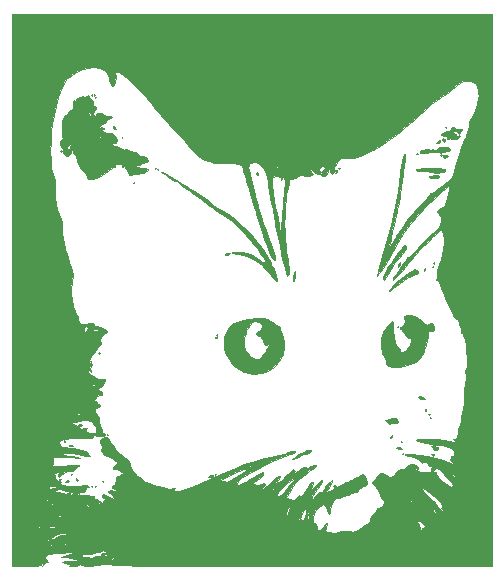
<source format=gbr>
G04 #@! TF.GenerationSoftware,KiCad,Pcbnew,(5.1.2)-2*
G04 #@! TF.CreationDate,2019-08-20T02:28:55-06:00*
G04 #@! TF.ProjectId,pqfp_80_breakout,70716670-5f38-4305-9f62-7265616b6f75,rev?*
G04 #@! TF.SameCoordinates,Original*
G04 #@! TF.FileFunction,Legend,Bot*
G04 #@! TF.FilePolarity,Positive*
%FSLAX46Y46*%
G04 Gerber Fmt 4.6, Leading zero omitted, Abs format (unit mm)*
G04 Created by KiCad (PCBNEW (5.1.2)-2) date 2019-08-20 02:28:55*
%MOMM*%
%LPD*%
G04 APERTURE LIST*
%ADD10C,0.010000*%
G04 APERTURE END LIST*
D10*
G36*
X137385600Y-57490000D02*
G01*
X137436400Y-57540800D01*
X137487200Y-57490000D01*
X137436400Y-57439200D01*
X137385600Y-57490000D01*
X137385600Y-57490000D01*
G37*
X137385600Y-57490000D02*
X137436400Y-57540800D01*
X137487200Y-57490000D01*
X137436400Y-57439200D01*
X137385600Y-57490000D01*
G36*
X137588800Y-57490000D02*
G01*
X137639600Y-57540800D01*
X137690400Y-57490000D01*
X137639600Y-57439200D01*
X137588800Y-57490000D01*
X137588800Y-57490000D01*
G37*
X137588800Y-57490000D02*
X137639600Y-57540800D01*
X137690400Y-57490000D01*
X137639600Y-57439200D01*
X137588800Y-57490000D01*
G36*
X137690400Y-57693200D02*
G01*
X137741200Y-57744000D01*
X137792000Y-57693200D01*
X137741200Y-57642400D01*
X137690400Y-57693200D01*
X137690400Y-57693200D01*
G37*
X137690400Y-57693200D02*
X137741200Y-57744000D01*
X137792000Y-57693200D01*
X137741200Y-57642400D01*
X137690400Y-57693200D01*
G36*
X167357600Y-60233200D02*
G01*
X167408400Y-60284000D01*
X167459200Y-60233200D01*
X167408400Y-60182400D01*
X167357600Y-60233200D01*
X167357600Y-60233200D01*
G37*
X167357600Y-60233200D02*
X167408400Y-60284000D01*
X167459200Y-60233200D01*
X167408400Y-60182400D01*
X167357600Y-60233200D01*
G36*
X138249920Y-60285163D02*
G01*
X138358588Y-60369386D01*
X138475042Y-60383520D01*
X138503200Y-60345670D01*
X138423505Y-60280418D01*
X138345524Y-60245233D01*
X138240644Y-60238133D01*
X138249920Y-60285163D01*
X138249920Y-60285163D01*
G37*
X138249920Y-60285163D02*
X138358588Y-60369386D01*
X138475042Y-60383520D01*
X138503200Y-60345670D01*
X138423505Y-60280418D01*
X138345524Y-60245233D01*
X138240644Y-60238133D01*
X138249920Y-60285163D01*
G36*
X139236308Y-60236486D02*
G01*
X139337656Y-60350328D01*
X139427602Y-60385600D01*
X139454152Y-60327234D01*
X139396206Y-60243447D01*
X139272221Y-60140735D01*
X139229627Y-60135087D01*
X139236308Y-60236486D01*
X139236308Y-60236486D01*
G37*
X139236308Y-60236486D02*
X139337656Y-60350328D01*
X139427602Y-60385600D01*
X139454152Y-60327234D01*
X139396206Y-60243447D01*
X139272221Y-60140735D01*
X139229627Y-60135087D01*
X139236308Y-60236486D01*
G36*
X139959467Y-61029066D02*
G01*
X139947308Y-61149642D01*
X139959467Y-61164533D01*
X140019868Y-61150586D01*
X140027200Y-61096800D01*
X139990027Y-61013171D01*
X139959467Y-61029066D01*
X139959467Y-61029066D01*
G37*
X139959467Y-61029066D02*
X139947308Y-61149642D01*
X139959467Y-61164533D01*
X140019868Y-61150586D01*
X140027200Y-61096800D01*
X139990027Y-61013171D01*
X139959467Y-61029066D01*
G36*
X167883298Y-60256992D02*
G01*
X167842296Y-60362145D01*
X167705580Y-60513293D01*
X167503151Y-60566069D01*
X167295401Y-60615986D01*
X167105982Y-60709398D01*
X166982947Y-60811676D01*
X166974348Y-60888191D01*
X167031029Y-60906300D01*
X167230691Y-60938515D01*
X167256000Y-60944400D01*
X167454040Y-60981117D01*
X167465197Y-60982500D01*
X167521954Y-61058639D01*
X167501854Y-61109980D01*
X167502063Y-61186715D01*
X167572058Y-61175368D01*
X167779392Y-61167240D01*
X167916400Y-61200018D01*
X168173575Y-61224737D01*
X168348200Y-61188704D01*
X168524408Y-61074785D01*
X168575245Y-60973073D01*
X168544271Y-60912382D01*
X168475200Y-60995200D01*
X168396138Y-61092189D01*
X168375520Y-61005239D01*
X168375156Y-60981649D01*
X168298652Y-60842800D01*
X167560800Y-60842800D01*
X167510000Y-60893600D01*
X167459200Y-60842800D01*
X167510000Y-60792000D01*
X167560800Y-60842800D01*
X168298652Y-60842800D01*
X168288437Y-60824261D01*
X168170400Y-60762561D01*
X167993122Y-60666528D01*
X167993600Y-60561164D01*
X168159335Y-60508497D01*
X168221200Y-60510497D01*
X168418300Y-60579115D01*
X168475200Y-60681178D01*
X168505118Y-60754090D01*
X168608231Y-60654648D01*
X168624369Y-60633618D01*
X168757735Y-60421164D01*
X168736061Y-60336329D01*
X168557768Y-60373538D01*
X168551391Y-60375946D01*
X168306671Y-60398781D01*
X168191785Y-60322631D01*
X168008528Y-60192494D01*
X167883298Y-60256992D01*
X167883298Y-60256992D01*
G37*
X167883298Y-60256992D02*
X167842296Y-60362145D01*
X167705580Y-60513293D01*
X167503151Y-60566069D01*
X167295401Y-60615986D01*
X167105982Y-60709398D01*
X166982947Y-60811676D01*
X166974348Y-60888191D01*
X167031029Y-60906300D01*
X167230691Y-60938515D01*
X167256000Y-60944400D01*
X167454040Y-60981117D01*
X167465197Y-60982500D01*
X167521954Y-61058639D01*
X167501854Y-61109980D01*
X167502063Y-61186715D01*
X167572058Y-61175368D01*
X167779392Y-61167240D01*
X167916400Y-61200018D01*
X168173575Y-61224737D01*
X168348200Y-61188704D01*
X168524408Y-61074785D01*
X168575245Y-60973073D01*
X168544271Y-60912382D01*
X168475200Y-60995200D01*
X168396138Y-61092189D01*
X168375520Y-61005239D01*
X168375156Y-60981649D01*
X168298652Y-60842800D01*
X167560800Y-60842800D01*
X167510000Y-60893600D01*
X167459200Y-60842800D01*
X167510000Y-60792000D01*
X167560800Y-60842800D01*
X168298652Y-60842800D01*
X168288437Y-60824261D01*
X168170400Y-60762561D01*
X167993122Y-60666528D01*
X167993600Y-60561164D01*
X168159335Y-60508497D01*
X168221200Y-60510497D01*
X168418300Y-60579115D01*
X168475200Y-60681178D01*
X168505118Y-60754090D01*
X168608231Y-60654648D01*
X168624369Y-60633618D01*
X168757735Y-60421164D01*
X168736061Y-60336329D01*
X168557768Y-60373538D01*
X168551391Y-60375946D01*
X168306671Y-60398781D01*
X168191785Y-60322631D01*
X168008528Y-60192494D01*
X167883298Y-60256992D01*
G36*
X167105173Y-61231089D02*
G01*
X167148404Y-61391898D01*
X167240453Y-61469276D01*
X167305568Y-61403594D01*
X167314074Y-61233339D01*
X167278935Y-61180694D01*
X167162305Y-61138140D01*
X167105173Y-61231089D01*
X167105173Y-61231089D01*
G37*
X167105173Y-61231089D02*
X167148404Y-61391898D01*
X167240453Y-61469276D01*
X167305568Y-61403594D01*
X167314074Y-61233339D01*
X167278935Y-61180694D01*
X167162305Y-61138140D01*
X167105173Y-61231089D01*
G36*
X166752614Y-61351945D02*
G01*
X166646400Y-61452400D01*
X166559586Y-61571098D01*
X166557760Y-61593014D01*
X166675777Y-61560552D01*
X166773400Y-61534764D01*
X166924070Y-61451073D01*
X166951200Y-61394150D01*
X166891700Y-61304451D01*
X166752614Y-61351945D01*
X166752614Y-61351945D01*
G37*
X166752614Y-61351945D02*
X166646400Y-61452400D01*
X166559586Y-61571098D01*
X166557760Y-61593014D01*
X166675777Y-61560552D01*
X166773400Y-61534764D01*
X166924070Y-61451073D01*
X166951200Y-61394150D01*
X166891700Y-61304451D01*
X166752614Y-61351945D01*
G36*
X134745165Y-62191407D02*
G01*
X134744000Y-62214400D01*
X134822106Y-62312095D01*
X134851597Y-62316000D01*
X134912276Y-62253756D01*
X134896400Y-62214400D01*
X134805102Y-62117475D01*
X134788804Y-62112800D01*
X134745165Y-62191407D01*
X134745165Y-62191407D01*
G37*
X134745165Y-62191407D02*
X134744000Y-62214400D01*
X134822106Y-62312095D01*
X134851597Y-62316000D01*
X134912276Y-62253756D01*
X134896400Y-62214400D01*
X134805102Y-62117475D01*
X134788804Y-62112800D01*
X134745165Y-62191407D01*
G36*
X166837874Y-61909094D02*
G01*
X166701218Y-62036296D01*
X166565995Y-62176368D01*
X166507065Y-62163600D01*
X166341600Y-62163600D01*
X166290800Y-62214400D01*
X166240000Y-62163600D01*
X166290800Y-62112800D01*
X166341600Y-62163600D01*
X166507065Y-62163600D01*
X166437625Y-62148555D01*
X166405949Y-62124044D01*
X166251901Y-62059341D01*
X166192080Y-62108141D01*
X166065449Y-62158816D01*
X165908491Y-62098505D01*
X165722734Y-62035257D01*
X165654093Y-62092523D01*
X165545643Y-62163871D01*
X165487714Y-62153268D01*
X165323546Y-62180025D01*
X165231349Y-62256346D01*
X165184108Y-62339585D01*
X165245260Y-62377746D01*
X165449325Y-62378568D01*
X165697671Y-62360911D01*
X166084451Y-62329956D01*
X166328428Y-62314325D01*
X166489364Y-62313249D01*
X166627017Y-62325957D01*
X166770731Y-62347079D01*
X166993639Y-62358949D01*
X167106031Y-62330503D01*
X167241485Y-62285662D01*
X167437517Y-62268567D01*
X167451195Y-62265200D01*
X166748000Y-62265200D01*
X166697200Y-62316000D01*
X166646400Y-62265200D01*
X165833600Y-62265200D01*
X165782800Y-62316000D01*
X165732000Y-62265200D01*
X165782800Y-62214400D01*
X165833600Y-62265200D01*
X166646400Y-62265200D01*
X166697200Y-62214400D01*
X166748000Y-62265200D01*
X167451195Y-62265200D01*
X167665563Y-62212432D01*
X167760039Y-62091983D01*
X167711853Y-61968352D01*
X167511917Y-61902672D01*
X167492050Y-61901826D01*
X167211185Y-61883904D01*
X167026915Y-61859945D01*
X166837874Y-61909094D01*
X166837874Y-61909094D01*
G37*
X166837874Y-61909094D02*
X166701218Y-62036296D01*
X166565995Y-62176368D01*
X166507065Y-62163600D01*
X166341600Y-62163600D01*
X166290800Y-62214400D01*
X166240000Y-62163600D01*
X166290800Y-62112800D01*
X166341600Y-62163600D01*
X166507065Y-62163600D01*
X166437625Y-62148555D01*
X166405949Y-62124044D01*
X166251901Y-62059341D01*
X166192080Y-62108141D01*
X166065449Y-62158816D01*
X165908491Y-62098505D01*
X165722734Y-62035257D01*
X165654093Y-62092523D01*
X165545643Y-62163871D01*
X165487714Y-62153268D01*
X165323546Y-62180025D01*
X165231349Y-62256346D01*
X165184108Y-62339585D01*
X165245260Y-62377746D01*
X165449325Y-62378568D01*
X165697671Y-62360911D01*
X166084451Y-62329956D01*
X166328428Y-62314325D01*
X166489364Y-62313249D01*
X166627017Y-62325957D01*
X166770731Y-62347079D01*
X166993639Y-62358949D01*
X167106031Y-62330503D01*
X167241485Y-62285662D01*
X167437517Y-62268567D01*
X167451195Y-62265200D01*
X166748000Y-62265200D01*
X166697200Y-62316000D01*
X166646400Y-62265200D01*
X165833600Y-62265200D01*
X165782800Y-62316000D01*
X165732000Y-62265200D01*
X165782800Y-62214400D01*
X165833600Y-62265200D01*
X166646400Y-62265200D01*
X166697200Y-62214400D01*
X166748000Y-62265200D01*
X167451195Y-62265200D01*
X167665563Y-62212432D01*
X167760039Y-62091983D01*
X167711853Y-61968352D01*
X167511917Y-61902672D01*
X167492050Y-61901826D01*
X167211185Y-61883904D01*
X167026915Y-61859945D01*
X166837874Y-61909094D01*
G36*
X164919200Y-62468400D02*
G01*
X164970000Y-62519200D01*
X165020800Y-62468400D01*
X164970000Y-62417600D01*
X164919200Y-62468400D01*
X164919200Y-62468400D01*
G37*
X164919200Y-62468400D02*
X164970000Y-62519200D01*
X165020800Y-62468400D01*
X164970000Y-62417600D01*
X164919200Y-62468400D01*
G36*
X166951200Y-62570000D02*
G01*
X167002000Y-62620800D01*
X167052800Y-62570000D01*
X167002000Y-62519200D01*
X166951200Y-62570000D01*
X166951200Y-62570000D01*
G37*
X166951200Y-62570000D02*
X167002000Y-62620800D01*
X167052800Y-62570000D01*
X167002000Y-62519200D01*
X166951200Y-62570000D01*
G36*
X167193168Y-62592443D02*
G01*
X167154400Y-62671918D01*
X167211551Y-62840084D01*
X167350820Y-62836006D01*
X167433800Y-62766824D01*
X167546740Y-62621588D01*
X167493110Y-62563208D01*
X167357600Y-62547135D01*
X167193168Y-62592443D01*
X167193168Y-62592443D01*
G37*
X167193168Y-62592443D02*
X167154400Y-62671918D01*
X167211551Y-62840084D01*
X167350820Y-62836006D01*
X167433800Y-62766824D01*
X167546740Y-62621588D01*
X167493110Y-62563208D01*
X167357600Y-62547135D01*
X167193168Y-62592443D01*
G36*
X142770400Y-63687600D02*
G01*
X142821200Y-63738400D01*
X142872000Y-63687600D01*
X142821200Y-63636800D01*
X142770400Y-63687600D01*
X142770400Y-63687600D01*
G37*
X142770400Y-63687600D02*
X142821200Y-63738400D01*
X142872000Y-63687600D01*
X142821200Y-63636800D01*
X142770400Y-63687600D01*
G36*
X158315200Y-63687600D02*
G01*
X158366000Y-63738400D01*
X158416800Y-63687600D01*
X158366000Y-63636800D01*
X158315200Y-63687600D01*
X158315200Y-63687600D01*
G37*
X158315200Y-63687600D02*
X158366000Y-63738400D01*
X158416800Y-63687600D01*
X158366000Y-63636800D01*
X158315200Y-63687600D01*
G36*
X142973600Y-63789200D02*
G01*
X143024400Y-63840000D01*
X143075200Y-63789200D01*
X143024400Y-63738400D01*
X142973600Y-63789200D01*
X142973600Y-63789200D01*
G37*
X142973600Y-63789200D02*
X143024400Y-63840000D01*
X143075200Y-63789200D01*
X143024400Y-63738400D01*
X142973600Y-63789200D01*
G36*
X165578658Y-63685871D02*
G01*
X165323564Y-63705983D01*
X165224101Y-63737598D01*
X165224000Y-63738779D01*
X165150205Y-63793547D01*
X165081877Y-63779084D01*
X164920167Y-63786247D01*
X164877375Y-63825479D01*
X164932819Y-63882708D01*
X165169161Y-63915830D01*
X165462211Y-63922677D01*
X165834114Y-63934782D01*
X166144941Y-63970002D01*
X166301713Y-64011226D01*
X166525922Y-64058031D01*
X166832100Y-64055089D01*
X166892459Y-64047954D01*
X167136470Y-63983336D01*
X167305467Y-63886815D01*
X167363643Y-63791633D01*
X167275187Y-63731032D01*
X167239067Y-63726190D01*
X166819588Y-63697423D01*
X166372484Y-63681305D01*
X165943569Y-63677550D01*
X165578658Y-63685871D01*
X165578658Y-63685871D01*
G37*
X165578658Y-63685871D02*
X165323564Y-63705983D01*
X165224101Y-63737598D01*
X165224000Y-63738779D01*
X165150205Y-63793547D01*
X165081877Y-63779084D01*
X164920167Y-63786247D01*
X164877375Y-63825479D01*
X164932819Y-63882708D01*
X165169161Y-63915830D01*
X165462211Y-63922677D01*
X165834114Y-63934782D01*
X166144941Y-63970002D01*
X166301713Y-64011226D01*
X166525922Y-64058031D01*
X166832100Y-64055089D01*
X166892459Y-64047954D01*
X167136470Y-63983336D01*
X167305467Y-63886815D01*
X167363643Y-63791633D01*
X167275187Y-63731032D01*
X167239067Y-63726190D01*
X166819588Y-63697423D01*
X166372484Y-63681305D01*
X165943569Y-63677550D01*
X165578658Y-63685871D01*
G36*
X151339725Y-64105443D02*
G01*
X151355600Y-64144800D01*
X151446899Y-64241724D01*
X151463197Y-64246400D01*
X151506836Y-64167792D01*
X151508000Y-64144800D01*
X151429895Y-64047104D01*
X151400404Y-64043200D01*
X151339725Y-64105443D01*
X151339725Y-64105443D01*
G37*
X151339725Y-64105443D02*
X151355600Y-64144800D01*
X151446899Y-64241724D01*
X151463197Y-64246400D01*
X151506836Y-64167792D01*
X151508000Y-64144800D01*
X151429895Y-64047104D01*
X151400404Y-64043200D01*
X151339725Y-64105443D01*
G36*
X166417800Y-64265958D02*
G01*
X166153953Y-64306362D01*
X166001213Y-64371009D01*
X165986000Y-64398800D01*
X166075343Y-64486638D01*
X166307695Y-64515860D01*
X166621000Y-64481247D01*
X166819583Y-64410822D01*
X166841018Y-64334437D01*
X166708974Y-64277170D01*
X166447119Y-64264096D01*
X166417800Y-64265958D01*
X166417800Y-64265958D01*
G37*
X166417800Y-64265958D02*
X166153953Y-64306362D01*
X166001213Y-64371009D01*
X165986000Y-64398800D01*
X166075343Y-64486638D01*
X166307695Y-64515860D01*
X166621000Y-64481247D01*
X166819583Y-64410822D01*
X166841018Y-64334437D01*
X166708974Y-64277170D01*
X166447119Y-64264096D01*
X166417800Y-64265958D01*
G36*
X137027030Y-57580162D02*
G01*
X137015236Y-57591849D01*
X136863461Y-57694966D01*
X136774157Y-57639417D01*
X136668884Y-57573208D01*
X136476039Y-57639929D01*
X136458721Y-57649078D01*
X136265010Y-57736453D01*
X136170367Y-57753649D01*
X136101005Y-57812349D01*
X136050508Y-57914281D01*
X135990109Y-58024877D01*
X135963200Y-57947200D01*
X135930777Y-57882118D01*
X135867016Y-57998000D01*
X135834168Y-58204911D01*
X135865756Y-58303088D01*
X135874724Y-58427052D01*
X135810446Y-58590981D01*
X135716798Y-58711163D01*
X135648355Y-58717868D01*
X135557115Y-58748084D01*
X135476595Y-58821047D01*
X135395367Y-58936884D01*
X135406060Y-58963200D01*
X135380251Y-59020237D01*
X135238691Y-59160613D01*
X135203352Y-59191800D01*
X135069956Y-59328682D01*
X134985681Y-59491652D01*
X134934948Y-59734332D01*
X134902182Y-60110342D01*
X134893447Y-60258600D01*
X134877504Y-60697964D01*
X134891137Y-60963827D01*
X134936993Y-61084094D01*
X134973161Y-61098355D01*
X135040343Y-61127977D01*
X134987810Y-61174555D01*
X134853826Y-61319323D01*
X134763452Y-61463195D01*
X134708240Y-61662723D01*
X134809190Y-61846380D01*
X134833943Y-61873681D01*
X134962936Y-62096504D01*
X134986089Y-62272736D01*
X135043351Y-62490043D01*
X135162649Y-62604870D01*
X135333068Y-62675869D01*
X135474714Y-62606101D01*
X135562953Y-62512106D01*
X135653024Y-62366800D01*
X135353600Y-62366800D01*
X135302800Y-62417600D01*
X135252000Y-62366800D01*
X135302800Y-62316000D01*
X135353600Y-62366800D01*
X135653024Y-62366800D01*
X135681837Y-62320318D01*
X135691394Y-62185587D01*
X135692273Y-62130809D01*
X135751062Y-62158075D01*
X135830461Y-62257780D01*
X135818206Y-62291660D01*
X135844159Y-62384597D01*
X135951922Y-62482095D01*
X136097607Y-62680577D01*
X136199943Y-63006963D01*
X136210807Y-63070779D01*
X136352805Y-63519527D01*
X136614378Y-63861257D01*
X136835431Y-64115278D01*
X136992278Y-64354937D01*
X137022093Y-64424686D01*
X137099233Y-64582353D01*
X137233882Y-64631640D01*
X137488555Y-64591296D01*
X137538000Y-64579402D01*
X138030716Y-64399810D01*
X138529643Y-64123164D01*
X138889132Y-63844276D01*
X139106432Y-63665957D01*
X139263878Y-63586000D01*
X138808000Y-63586000D01*
X138757200Y-63636800D01*
X138706400Y-63586000D01*
X138757200Y-63535200D01*
X138808000Y-63586000D01*
X139263878Y-63586000D01*
X139272058Y-63581846D01*
X139313938Y-63584725D01*
X139374634Y-63554383D01*
X139371477Y-63457881D01*
X139379324Y-63336237D01*
X139393763Y-63332000D01*
X139011200Y-63332000D01*
X138974027Y-63415628D01*
X138943467Y-63399733D01*
X138931308Y-63279157D01*
X138943467Y-63264266D01*
X139003868Y-63278213D01*
X139011200Y-63332000D01*
X139393763Y-63332000D01*
X139501796Y-63300300D01*
X139680773Y-63313787D01*
X139895566Y-63361328D01*
X139977735Y-63426173D01*
X139973928Y-63437600D01*
X139993270Y-63557987D01*
X140025543Y-63584975D01*
X140111147Y-63558434D01*
X140131032Y-63464996D01*
X140168983Y-63440336D01*
X140264248Y-63572385D01*
X140350501Y-63738400D01*
X140472902Y-64017879D01*
X140542958Y-64221068D01*
X140550020Y-64276150D01*
X140610017Y-64297372D01*
X140747337Y-64241617D01*
X141007075Y-64171747D01*
X141175300Y-64182214D01*
X141405960Y-64180918D01*
X141520514Y-64128107D01*
X141632228Y-64066083D01*
X141652800Y-64084168D01*
X141730939Y-64086784D01*
X141923763Y-64009131D01*
X141972396Y-63984749D01*
X142165983Y-63846273D01*
X142164900Y-63738293D01*
X141976218Y-63666997D01*
X141607009Y-63638573D01*
X141576600Y-63638355D01*
X141290231Y-63617240D01*
X141162550Y-63546041D01*
X141144800Y-63473529D01*
X141203196Y-63359414D01*
X141314478Y-63375371D01*
X141489058Y-63381194D01*
X141548769Y-63335934D01*
X141689290Y-63250194D01*
X141887092Y-63208733D01*
X141974342Y-63179600D01*
X141348000Y-63179600D01*
X141297200Y-63230400D01*
X141246400Y-63179600D01*
X141297200Y-63128800D01*
X141348000Y-63179600D01*
X141974342Y-63179600D01*
X142108937Y-63134659D01*
X142160800Y-63008614D01*
X142145768Y-62976400D01*
X138300000Y-62976400D01*
X138249200Y-63027200D01*
X138198400Y-62976400D01*
X137995200Y-62976400D01*
X137944400Y-63027200D01*
X137893600Y-62976400D01*
X137944400Y-62925600D01*
X137995200Y-62976400D01*
X138198400Y-62976400D01*
X138249200Y-62925600D01*
X138300000Y-62976400D01*
X142145768Y-62976400D01*
X142074064Y-62822746D01*
X141873016Y-62683881D01*
X141646398Y-62646757D01*
X141595611Y-62659993D01*
X141441141Y-62626347D01*
X141345976Y-62515416D01*
X141158060Y-62352499D01*
X140985251Y-62316000D01*
X140708046Y-62259643D01*
X140480826Y-62151914D01*
X140297255Y-62055617D01*
X140231886Y-62094840D01*
X140230400Y-62116861D01*
X140189546Y-62181122D01*
X140052600Y-62089764D01*
X139829798Y-61943450D01*
X139584268Y-61846158D01*
X139408321Y-61834415D01*
X139407816Y-61834615D01*
X139290275Y-61798116D01*
X139224258Y-61752079D01*
X135658400Y-61752079D01*
X135619209Y-62014780D01*
X135518414Y-62139636D01*
X135398575Y-62107964D01*
X135308477Y-61942445D01*
X135316695Y-61859227D01*
X135424669Y-61717165D01*
X135562030Y-61659932D01*
X135652079Y-61711578D01*
X135658400Y-61752079D01*
X139224258Y-61752079D01*
X139189096Y-61727559D01*
X139034337Y-61655989D01*
X138977901Y-61704699D01*
X138945790Y-61731898D01*
X138952538Y-61683540D01*
X139062025Y-61588142D01*
X139244881Y-61557629D01*
X139300213Y-61554000D01*
X136877600Y-61554000D01*
X136826800Y-61604800D01*
X136776000Y-61554000D01*
X136826800Y-61503200D01*
X136877600Y-61554000D01*
X139300213Y-61554000D01*
X139423930Y-61545886D01*
X139464445Y-61516177D01*
X139475625Y-61435466D01*
X138570934Y-61435466D01*
X138556987Y-61495867D01*
X138503200Y-61503200D01*
X138419572Y-61466026D01*
X138426659Y-61452400D01*
X138300000Y-61452400D01*
X138249200Y-61503200D01*
X138198400Y-61452400D01*
X138249200Y-61401600D01*
X138300000Y-61452400D01*
X138426659Y-61452400D01*
X138435467Y-61435466D01*
X138556043Y-61423307D01*
X138570934Y-61435466D01*
X139475625Y-61435466D01*
X139478854Y-61412163D01*
X139524353Y-61344591D01*
X139531709Y-61249200D01*
X139519200Y-61249200D01*
X139468400Y-61300000D01*
X139417600Y-61249200D01*
X136979200Y-61249200D01*
X136928400Y-61300000D01*
X136877600Y-61249200D01*
X136928400Y-61198400D01*
X136979200Y-61249200D01*
X139417600Y-61249200D01*
X139468400Y-61198400D01*
X139519200Y-61249200D01*
X139531709Y-61249200D01*
X139535958Y-61194106D01*
X139422721Y-61001927D01*
X139391399Y-60972620D01*
X138246466Y-60972620D01*
X138238735Y-61012133D01*
X138155411Y-61095426D01*
X138147600Y-61096800D01*
X138066482Y-61027320D01*
X138056466Y-61012133D01*
X138086736Y-60937315D01*
X138147600Y-60927466D01*
X138246466Y-60972620D01*
X139391399Y-60972620D01*
X139236131Y-60827345D01*
X139027678Y-60729650D01*
X138985800Y-60724445D01*
X138655289Y-60691264D01*
X138527067Y-60639600D01*
X137080800Y-60639600D01*
X137030000Y-60690400D01*
X136979200Y-60639600D01*
X137030000Y-60588800D01*
X137080800Y-60639600D01*
X138527067Y-60639600D01*
X138442050Y-60605345D01*
X138260527Y-60426192D01*
X138204321Y-60354578D01*
X138070183Y-60171413D01*
X138026087Y-60094446D01*
X138039134Y-60101879D01*
X138154516Y-60085711D01*
X138237018Y-60013066D01*
X137046934Y-60013066D01*
X137032987Y-60073467D01*
X136979200Y-60080800D01*
X136895572Y-60043626D01*
X136911467Y-60013066D01*
X137032043Y-60000907D01*
X137046934Y-60013066D01*
X138237018Y-60013066D01*
X138309233Y-59949479D01*
X138441113Y-59820987D01*
X138499708Y-59821981D01*
X138499820Y-59824006D01*
X138549787Y-59826570D01*
X138661362Y-59697006D01*
X138829277Y-59528079D01*
X138966162Y-59471200D01*
X139083890Y-59420400D01*
X136979200Y-59420400D01*
X136928400Y-59471200D01*
X136877600Y-59420400D01*
X136928400Y-59369600D01*
X136979200Y-59420400D01*
X139083890Y-59420400D01*
X139097629Y-59414472D01*
X139112800Y-59369599D01*
X139056500Y-59287395D01*
X139036600Y-59289464D01*
X138861488Y-59291408D01*
X138637332Y-59242726D01*
X138439864Y-59167566D01*
X138344816Y-59090077D01*
X138347712Y-59069797D01*
X138307344Y-59005734D01*
X138111903Y-58991668D01*
X138100647Y-58992404D01*
X137884879Y-59044012D01*
X137792264Y-59138528D01*
X137792202Y-59141000D01*
X137711274Y-59256353D01*
X137653473Y-59268000D01*
X137590134Y-59221699D01*
X137349195Y-59221699D01*
X137265241Y-59352016D01*
X137210271Y-59369600D01*
X137201003Y-59318984D01*
X137215386Y-59302748D01*
X137218235Y-59180581D01*
X137169079Y-59099548D01*
X137148832Y-59058184D01*
X136954290Y-59058184D01*
X136940393Y-59064800D01*
X136847674Y-58993275D01*
X136826800Y-58963200D01*
X136800911Y-58868215D01*
X136814808Y-58861600D01*
X136907527Y-58933124D01*
X136928400Y-58963200D01*
X136954290Y-59058184D01*
X137148832Y-59058184D01*
X137112119Y-58983183D01*
X137163964Y-58963200D01*
X137314077Y-59037648D01*
X137334800Y-59064800D01*
X137349195Y-59221699D01*
X137590134Y-59221699D01*
X137549476Y-59191978D01*
X137533955Y-59021179D01*
X137602399Y-58841502D01*
X137679805Y-58766442D01*
X137771217Y-58608985D01*
X137756723Y-58509814D01*
X137649109Y-58400010D01*
X137573514Y-58413847D01*
X137496705Y-58411710D01*
X137509469Y-58302800D01*
X137385600Y-58302800D01*
X137334800Y-58353600D01*
X137284000Y-58302800D01*
X137334800Y-58252000D01*
X137385600Y-58302800D01*
X137509469Y-58302800D01*
X137514437Y-58260420D01*
X137499443Y-58099600D01*
X137487200Y-58099600D01*
X137436400Y-58150400D01*
X137385600Y-58099600D01*
X137436400Y-58048800D01*
X137487200Y-58099600D01*
X137499443Y-58099600D01*
X137490365Y-58002246D01*
X137402877Y-57896400D01*
X137182400Y-57896400D01*
X137131600Y-57947200D01*
X137080800Y-57896400D01*
X137131600Y-57845600D01*
X137182400Y-57896400D01*
X137402877Y-57896400D01*
X137378041Y-57866353D01*
X137227449Y-57687592D01*
X137182400Y-57561763D01*
X137148311Y-57490843D01*
X137027030Y-57580162D01*
X137027030Y-57580162D01*
G37*
X137027030Y-57580162D02*
X137015236Y-57591849D01*
X136863461Y-57694966D01*
X136774157Y-57639417D01*
X136668884Y-57573208D01*
X136476039Y-57639929D01*
X136458721Y-57649078D01*
X136265010Y-57736453D01*
X136170367Y-57753649D01*
X136101005Y-57812349D01*
X136050508Y-57914281D01*
X135990109Y-58024877D01*
X135963200Y-57947200D01*
X135930777Y-57882118D01*
X135867016Y-57998000D01*
X135834168Y-58204911D01*
X135865756Y-58303088D01*
X135874724Y-58427052D01*
X135810446Y-58590981D01*
X135716798Y-58711163D01*
X135648355Y-58717868D01*
X135557115Y-58748084D01*
X135476595Y-58821047D01*
X135395367Y-58936884D01*
X135406060Y-58963200D01*
X135380251Y-59020237D01*
X135238691Y-59160613D01*
X135203352Y-59191800D01*
X135069956Y-59328682D01*
X134985681Y-59491652D01*
X134934948Y-59734332D01*
X134902182Y-60110342D01*
X134893447Y-60258600D01*
X134877504Y-60697964D01*
X134891137Y-60963827D01*
X134936993Y-61084094D01*
X134973161Y-61098355D01*
X135040343Y-61127977D01*
X134987810Y-61174555D01*
X134853826Y-61319323D01*
X134763452Y-61463195D01*
X134708240Y-61662723D01*
X134809190Y-61846380D01*
X134833943Y-61873681D01*
X134962936Y-62096504D01*
X134986089Y-62272736D01*
X135043351Y-62490043D01*
X135162649Y-62604870D01*
X135333068Y-62675869D01*
X135474714Y-62606101D01*
X135562953Y-62512106D01*
X135653024Y-62366800D01*
X135353600Y-62366800D01*
X135302800Y-62417600D01*
X135252000Y-62366800D01*
X135302800Y-62316000D01*
X135353600Y-62366800D01*
X135653024Y-62366800D01*
X135681837Y-62320318D01*
X135691394Y-62185587D01*
X135692273Y-62130809D01*
X135751062Y-62158075D01*
X135830461Y-62257780D01*
X135818206Y-62291660D01*
X135844159Y-62384597D01*
X135951922Y-62482095D01*
X136097607Y-62680577D01*
X136199943Y-63006963D01*
X136210807Y-63070779D01*
X136352805Y-63519527D01*
X136614378Y-63861257D01*
X136835431Y-64115278D01*
X136992278Y-64354937D01*
X137022093Y-64424686D01*
X137099233Y-64582353D01*
X137233882Y-64631640D01*
X137488555Y-64591296D01*
X137538000Y-64579402D01*
X138030716Y-64399810D01*
X138529643Y-64123164D01*
X138889132Y-63844276D01*
X139106432Y-63665957D01*
X139263878Y-63586000D01*
X138808000Y-63586000D01*
X138757200Y-63636800D01*
X138706400Y-63586000D01*
X138757200Y-63535200D01*
X138808000Y-63586000D01*
X139263878Y-63586000D01*
X139272058Y-63581846D01*
X139313938Y-63584725D01*
X139374634Y-63554383D01*
X139371477Y-63457881D01*
X139379324Y-63336237D01*
X139393763Y-63332000D01*
X139011200Y-63332000D01*
X138974027Y-63415628D01*
X138943467Y-63399733D01*
X138931308Y-63279157D01*
X138943467Y-63264266D01*
X139003868Y-63278213D01*
X139011200Y-63332000D01*
X139393763Y-63332000D01*
X139501796Y-63300300D01*
X139680773Y-63313787D01*
X139895566Y-63361328D01*
X139977735Y-63426173D01*
X139973928Y-63437600D01*
X139993270Y-63557987D01*
X140025543Y-63584975D01*
X140111147Y-63558434D01*
X140131032Y-63464996D01*
X140168983Y-63440336D01*
X140264248Y-63572385D01*
X140350501Y-63738400D01*
X140472902Y-64017879D01*
X140542958Y-64221068D01*
X140550020Y-64276150D01*
X140610017Y-64297372D01*
X140747337Y-64241617D01*
X141007075Y-64171747D01*
X141175300Y-64182214D01*
X141405960Y-64180918D01*
X141520514Y-64128107D01*
X141632228Y-64066083D01*
X141652800Y-64084168D01*
X141730939Y-64086784D01*
X141923763Y-64009131D01*
X141972396Y-63984749D01*
X142165983Y-63846273D01*
X142164900Y-63738293D01*
X141976218Y-63666997D01*
X141607009Y-63638573D01*
X141576600Y-63638355D01*
X141290231Y-63617240D01*
X141162550Y-63546041D01*
X141144800Y-63473529D01*
X141203196Y-63359414D01*
X141314478Y-63375371D01*
X141489058Y-63381194D01*
X141548769Y-63335934D01*
X141689290Y-63250194D01*
X141887092Y-63208733D01*
X141974342Y-63179600D01*
X141348000Y-63179600D01*
X141297200Y-63230400D01*
X141246400Y-63179600D01*
X141297200Y-63128800D01*
X141348000Y-63179600D01*
X141974342Y-63179600D01*
X142108937Y-63134659D01*
X142160800Y-63008614D01*
X142145768Y-62976400D01*
X138300000Y-62976400D01*
X138249200Y-63027200D01*
X138198400Y-62976400D01*
X137995200Y-62976400D01*
X137944400Y-63027200D01*
X137893600Y-62976400D01*
X137944400Y-62925600D01*
X137995200Y-62976400D01*
X138198400Y-62976400D01*
X138249200Y-62925600D01*
X138300000Y-62976400D01*
X142145768Y-62976400D01*
X142074064Y-62822746D01*
X141873016Y-62683881D01*
X141646398Y-62646757D01*
X141595611Y-62659993D01*
X141441141Y-62626347D01*
X141345976Y-62515416D01*
X141158060Y-62352499D01*
X140985251Y-62316000D01*
X140708046Y-62259643D01*
X140480826Y-62151914D01*
X140297255Y-62055617D01*
X140231886Y-62094840D01*
X140230400Y-62116861D01*
X140189546Y-62181122D01*
X140052600Y-62089764D01*
X139829798Y-61943450D01*
X139584268Y-61846158D01*
X139408321Y-61834415D01*
X139407816Y-61834615D01*
X139290275Y-61798116D01*
X139224258Y-61752079D01*
X135658400Y-61752079D01*
X135619209Y-62014780D01*
X135518414Y-62139636D01*
X135398575Y-62107964D01*
X135308477Y-61942445D01*
X135316695Y-61859227D01*
X135424669Y-61717165D01*
X135562030Y-61659932D01*
X135652079Y-61711578D01*
X135658400Y-61752079D01*
X139224258Y-61752079D01*
X139189096Y-61727559D01*
X139034337Y-61655989D01*
X138977901Y-61704699D01*
X138945790Y-61731898D01*
X138952538Y-61683540D01*
X139062025Y-61588142D01*
X139244881Y-61557629D01*
X139300213Y-61554000D01*
X136877600Y-61554000D01*
X136826800Y-61604800D01*
X136776000Y-61554000D01*
X136826800Y-61503200D01*
X136877600Y-61554000D01*
X139300213Y-61554000D01*
X139423930Y-61545886D01*
X139464445Y-61516177D01*
X139475625Y-61435466D01*
X138570934Y-61435466D01*
X138556987Y-61495867D01*
X138503200Y-61503200D01*
X138419572Y-61466026D01*
X138426659Y-61452400D01*
X138300000Y-61452400D01*
X138249200Y-61503200D01*
X138198400Y-61452400D01*
X138249200Y-61401600D01*
X138300000Y-61452400D01*
X138426659Y-61452400D01*
X138435467Y-61435466D01*
X138556043Y-61423307D01*
X138570934Y-61435466D01*
X139475625Y-61435466D01*
X139478854Y-61412163D01*
X139524353Y-61344591D01*
X139531709Y-61249200D01*
X139519200Y-61249200D01*
X139468400Y-61300000D01*
X139417600Y-61249200D01*
X136979200Y-61249200D01*
X136928400Y-61300000D01*
X136877600Y-61249200D01*
X136928400Y-61198400D01*
X136979200Y-61249200D01*
X139417600Y-61249200D01*
X139468400Y-61198400D01*
X139519200Y-61249200D01*
X139531709Y-61249200D01*
X139535958Y-61194106D01*
X139422721Y-61001927D01*
X139391399Y-60972620D01*
X138246466Y-60972620D01*
X138238735Y-61012133D01*
X138155411Y-61095426D01*
X138147600Y-61096800D01*
X138066482Y-61027320D01*
X138056466Y-61012133D01*
X138086736Y-60937315D01*
X138147600Y-60927466D01*
X138246466Y-60972620D01*
X139391399Y-60972620D01*
X139236131Y-60827345D01*
X139027678Y-60729650D01*
X138985800Y-60724445D01*
X138655289Y-60691264D01*
X138527067Y-60639600D01*
X137080800Y-60639600D01*
X137030000Y-60690400D01*
X136979200Y-60639600D01*
X137030000Y-60588800D01*
X137080800Y-60639600D01*
X138527067Y-60639600D01*
X138442050Y-60605345D01*
X138260527Y-60426192D01*
X138204321Y-60354578D01*
X138070183Y-60171413D01*
X138026087Y-60094446D01*
X138039134Y-60101879D01*
X138154516Y-60085711D01*
X138237018Y-60013066D01*
X137046934Y-60013066D01*
X137032987Y-60073467D01*
X136979200Y-60080800D01*
X136895572Y-60043626D01*
X136911467Y-60013066D01*
X137032043Y-60000907D01*
X137046934Y-60013066D01*
X138237018Y-60013066D01*
X138309233Y-59949479D01*
X138441113Y-59820987D01*
X138499708Y-59821981D01*
X138499820Y-59824006D01*
X138549787Y-59826570D01*
X138661362Y-59697006D01*
X138829277Y-59528079D01*
X138966162Y-59471200D01*
X139083890Y-59420400D01*
X136979200Y-59420400D01*
X136928400Y-59471200D01*
X136877600Y-59420400D01*
X136928400Y-59369600D01*
X136979200Y-59420400D01*
X139083890Y-59420400D01*
X139097629Y-59414472D01*
X139112800Y-59369599D01*
X139056500Y-59287395D01*
X139036600Y-59289464D01*
X138861488Y-59291408D01*
X138637332Y-59242726D01*
X138439864Y-59167566D01*
X138344816Y-59090077D01*
X138347712Y-59069797D01*
X138307344Y-59005734D01*
X138111903Y-58991668D01*
X138100647Y-58992404D01*
X137884879Y-59044012D01*
X137792264Y-59138528D01*
X137792202Y-59141000D01*
X137711274Y-59256353D01*
X137653473Y-59268000D01*
X137590134Y-59221699D01*
X137349195Y-59221699D01*
X137265241Y-59352016D01*
X137210271Y-59369600D01*
X137201003Y-59318984D01*
X137215386Y-59302748D01*
X137218235Y-59180581D01*
X137169079Y-59099548D01*
X137148832Y-59058184D01*
X136954290Y-59058184D01*
X136940393Y-59064800D01*
X136847674Y-58993275D01*
X136826800Y-58963200D01*
X136800911Y-58868215D01*
X136814808Y-58861600D01*
X136907527Y-58933124D01*
X136928400Y-58963200D01*
X136954290Y-59058184D01*
X137148832Y-59058184D01*
X137112119Y-58983183D01*
X137163964Y-58963200D01*
X137314077Y-59037648D01*
X137334800Y-59064800D01*
X137349195Y-59221699D01*
X137590134Y-59221699D01*
X137549476Y-59191978D01*
X137533955Y-59021179D01*
X137602399Y-58841502D01*
X137679805Y-58766442D01*
X137771217Y-58608985D01*
X137756723Y-58509814D01*
X137649109Y-58400010D01*
X137573514Y-58413847D01*
X137496705Y-58411710D01*
X137509469Y-58302800D01*
X137385600Y-58302800D01*
X137334800Y-58353600D01*
X137284000Y-58302800D01*
X137334800Y-58252000D01*
X137385600Y-58302800D01*
X137509469Y-58302800D01*
X137514437Y-58260420D01*
X137499443Y-58099600D01*
X137487200Y-58099600D01*
X137436400Y-58150400D01*
X137385600Y-58099600D01*
X137436400Y-58048800D01*
X137487200Y-58099600D01*
X137499443Y-58099600D01*
X137490365Y-58002246D01*
X137402877Y-57896400D01*
X137182400Y-57896400D01*
X137131600Y-57947200D01*
X137080800Y-57896400D01*
X137131600Y-57845600D01*
X137182400Y-57896400D01*
X137402877Y-57896400D01*
X137378041Y-57866353D01*
X137227449Y-57687592D01*
X137182400Y-57561763D01*
X137148311Y-57490843D01*
X137027030Y-57580162D01*
G36*
X140941600Y-64906800D02*
G01*
X140992400Y-64957600D01*
X141043200Y-64906800D01*
X140992400Y-64856000D01*
X140941600Y-64906800D01*
X140941600Y-64906800D01*
G37*
X140941600Y-64906800D02*
X140992400Y-64957600D01*
X141043200Y-64906800D01*
X140992400Y-64856000D01*
X140941600Y-64906800D01*
G36*
X148794516Y-70892221D02*
G01*
X148714000Y-70952000D01*
X148721416Y-71035767D01*
X148850949Y-71042413D01*
X149036719Y-70971939D01*
X149069600Y-70952000D01*
X149150844Y-70877384D01*
X149050459Y-70852966D01*
X148999397Y-70851955D01*
X148794516Y-70892221D01*
X148794516Y-70892221D01*
G37*
X148794516Y-70892221D02*
X148714000Y-70952000D01*
X148721416Y-71035767D01*
X148850949Y-71042413D01*
X149036719Y-70971939D01*
X149069600Y-70952000D01*
X149150844Y-70877384D01*
X149050459Y-70852966D01*
X148999397Y-70851955D01*
X148794516Y-70892221D01*
G36*
X166341600Y-71714000D02*
G01*
X166392400Y-71764800D01*
X166443200Y-71714000D01*
X166392400Y-71663200D01*
X166341600Y-71714000D01*
X166341600Y-71714000D01*
G37*
X166341600Y-71714000D02*
X166392400Y-71764800D01*
X166443200Y-71714000D01*
X166392400Y-71663200D01*
X166341600Y-71714000D01*
G36*
X163473151Y-71741083D02*
G01*
X163395200Y-71866400D01*
X163329798Y-72023486D01*
X163337251Y-72069600D01*
X163418850Y-71991716D01*
X163496800Y-71866400D01*
X163562203Y-71709313D01*
X163554750Y-71663200D01*
X163473151Y-71741083D01*
X163473151Y-71741083D01*
G37*
X163473151Y-71741083D02*
X163395200Y-71866400D01*
X163329798Y-72023486D01*
X163337251Y-72069600D01*
X163418850Y-71991716D01*
X163496800Y-71866400D01*
X163562203Y-71709313D01*
X163554750Y-71663200D01*
X163473151Y-71741083D01*
G36*
X166240000Y-72018800D02*
G01*
X166290800Y-72069600D01*
X166341600Y-72018800D01*
X166290800Y-71968000D01*
X166240000Y-72018800D01*
X166240000Y-72018800D01*
G37*
X166240000Y-72018800D02*
X166290800Y-72069600D01*
X166341600Y-72018800D01*
X166290800Y-71968000D01*
X166240000Y-72018800D01*
G36*
X165532935Y-72244952D02*
G01*
X165528800Y-72272800D01*
X165563465Y-72371758D01*
X165573604Y-72374400D01*
X165660347Y-72303205D01*
X165681200Y-72272800D01*
X165673145Y-72179177D01*
X165636397Y-72171200D01*
X165532935Y-72244952D01*
X165532935Y-72244952D01*
G37*
X165532935Y-72244952D02*
X165528800Y-72272800D01*
X165563465Y-72371758D01*
X165573604Y-72374400D01*
X165660347Y-72303205D01*
X165681200Y-72272800D01*
X165673145Y-72179177D01*
X165636397Y-72171200D01*
X165532935Y-72244952D01*
G36*
X163839840Y-70203967D02*
G01*
X163675369Y-70419242D01*
X163514988Y-70650788D01*
X163283138Y-70961551D01*
X163092101Y-71206000D01*
X162812661Y-71586324D01*
X162548662Y-71999546D01*
X162324373Y-72400977D01*
X162164063Y-72745928D01*
X162092000Y-72989710D01*
X162092747Y-73046255D01*
X162144334Y-73114634D01*
X162256054Y-73021890D01*
X162337459Y-72917199D01*
X162521751Y-72631336D01*
X162707804Y-72291402D01*
X162741562Y-72222000D01*
X162911647Y-71915953D01*
X163096270Y-71659717D01*
X163140176Y-71612400D01*
X163437998Y-71293626D01*
X163708762Y-70958074D01*
X163922675Y-70648248D01*
X164049943Y-70406652D01*
X164068362Y-70288218D01*
X163970710Y-70154198D01*
X163839840Y-70203967D01*
X163839840Y-70203967D01*
G37*
X163839840Y-70203967D02*
X163675369Y-70419242D01*
X163514988Y-70650788D01*
X163283138Y-70961551D01*
X163092101Y-71206000D01*
X162812661Y-71586324D01*
X162548662Y-71999546D01*
X162324373Y-72400977D01*
X162164063Y-72745928D01*
X162092000Y-72989710D01*
X162092747Y-73046255D01*
X162144334Y-73114634D01*
X162256054Y-73021890D01*
X162337459Y-72917199D01*
X162521751Y-72631336D01*
X162707804Y-72291402D01*
X162741562Y-72222000D01*
X162911647Y-71915953D01*
X163096270Y-71659717D01*
X163140176Y-71612400D01*
X163437998Y-71293626D01*
X163708762Y-70958074D01*
X163922675Y-70648248D01*
X164049943Y-70406652D01*
X164068362Y-70288218D01*
X163970710Y-70154198D01*
X163839840Y-70203967D01*
G36*
X143433119Y-64070563D02*
G01*
X143701350Y-64284025D01*
X143786400Y-64348000D01*
X144120230Y-64587993D01*
X144345415Y-64721018D01*
X144509077Y-64770597D01*
X144624600Y-64766431D01*
X144699846Y-64828810D01*
X144700800Y-64842572D01*
X144780345Y-64929993D01*
X144997267Y-65104078D01*
X145318999Y-65340096D01*
X145712975Y-65613313D01*
X145737641Y-65629972D01*
X146203358Y-65952855D01*
X146664943Y-66288005D01*
X147063391Y-66591778D01*
X147301102Y-66786400D01*
X147687976Y-67088025D01*
X148130766Y-67384157D01*
X148417112Y-67548400D01*
X148808083Y-67799492D01*
X149281530Y-68179749D01*
X149801161Y-68653458D01*
X150330683Y-69184908D01*
X150833803Y-69738386D01*
X151274229Y-70278181D01*
X151482181Y-70564414D01*
X151786768Y-71015281D01*
X151981049Y-71326754D01*
X152075874Y-71522565D01*
X152082094Y-71626450D01*
X152010561Y-71662141D01*
X151984537Y-71663200D01*
X151826838Y-71618302D01*
X151795867Y-71582791D01*
X151675441Y-71447794D01*
X151440968Y-71267103D01*
X151160059Y-71086082D01*
X150900323Y-70950097D01*
X150796800Y-70912436D01*
X150482988Y-70848021D01*
X150121575Y-70801377D01*
X149767357Y-70775644D01*
X149475131Y-70773962D01*
X149299694Y-70799468D01*
X149272800Y-70825125D01*
X149364945Y-70886585D01*
X149603792Y-70941038D01*
X149863112Y-70970276D01*
X150593807Y-71123773D01*
X151279477Y-71471460D01*
X151624339Y-71736575D01*
X151829122Y-71920386D01*
X152012441Y-72102441D01*
X152216420Y-72328327D01*
X152483186Y-72643630D01*
X152660984Y-72858400D01*
X152864130Y-73079178D01*
X153017195Y-73198805D01*
X153074095Y-73201286D01*
X153073248Y-73064734D01*
X153017973Y-72809244D01*
X152928891Y-72504710D01*
X152826622Y-72221027D01*
X152731787Y-72028089D01*
X152725236Y-72018800D01*
X152640407Y-71848182D01*
X152575521Y-71663200D01*
X152445825Y-71371264D01*
X152207152Y-70969321D01*
X151887280Y-70497657D01*
X151513987Y-69996562D01*
X151115050Y-69506321D01*
X150985803Y-69357515D01*
X150577118Y-68927689D01*
X150103779Y-68481379D01*
X149605919Y-68051696D01*
X149123667Y-67671748D01*
X148697155Y-67374644D01*
X148366513Y-67193492D01*
X148359146Y-67190460D01*
X148056833Y-67027763D01*
X147733480Y-66796999D01*
X147644030Y-66720648D01*
X147249470Y-66398683D01*
X146764479Y-66051462D01*
X146276435Y-65739107D01*
X145967871Y-65567361D01*
X145745145Y-65442981D01*
X145616072Y-65348647D01*
X145612979Y-65344870D01*
X145487482Y-65234847D01*
X145259490Y-65071193D01*
X144997466Y-64899102D01*
X144769873Y-64763766D01*
X144652740Y-64711015D01*
X144519509Y-64649442D01*
X144271479Y-64506320D01*
X143969081Y-64316930D01*
X143603770Y-64088604D01*
X143389335Y-63972002D01*
X143330782Y-63966272D01*
X143433119Y-64070563D01*
X143433119Y-64070563D01*
G37*
X143433119Y-64070563D02*
X143701350Y-64284025D01*
X143786400Y-64348000D01*
X144120230Y-64587993D01*
X144345415Y-64721018D01*
X144509077Y-64770597D01*
X144624600Y-64766431D01*
X144699846Y-64828810D01*
X144700800Y-64842572D01*
X144780345Y-64929993D01*
X144997267Y-65104078D01*
X145318999Y-65340096D01*
X145712975Y-65613313D01*
X145737641Y-65629972D01*
X146203358Y-65952855D01*
X146664943Y-66288005D01*
X147063391Y-66591778D01*
X147301102Y-66786400D01*
X147687976Y-67088025D01*
X148130766Y-67384157D01*
X148417112Y-67548400D01*
X148808083Y-67799492D01*
X149281530Y-68179749D01*
X149801161Y-68653458D01*
X150330683Y-69184908D01*
X150833803Y-69738386D01*
X151274229Y-70278181D01*
X151482181Y-70564414D01*
X151786768Y-71015281D01*
X151981049Y-71326754D01*
X152075874Y-71522565D01*
X152082094Y-71626450D01*
X152010561Y-71662141D01*
X151984537Y-71663200D01*
X151826838Y-71618302D01*
X151795867Y-71582791D01*
X151675441Y-71447794D01*
X151440968Y-71267103D01*
X151160059Y-71086082D01*
X150900323Y-70950097D01*
X150796800Y-70912436D01*
X150482988Y-70848021D01*
X150121575Y-70801377D01*
X149767357Y-70775644D01*
X149475131Y-70773962D01*
X149299694Y-70799468D01*
X149272800Y-70825125D01*
X149364945Y-70886585D01*
X149603792Y-70941038D01*
X149863112Y-70970276D01*
X150593807Y-71123773D01*
X151279477Y-71471460D01*
X151624339Y-71736575D01*
X151829122Y-71920386D01*
X152012441Y-72102441D01*
X152216420Y-72328327D01*
X152483186Y-72643630D01*
X152660984Y-72858400D01*
X152864130Y-73079178D01*
X153017195Y-73198805D01*
X153074095Y-73201286D01*
X153073248Y-73064734D01*
X153017973Y-72809244D01*
X152928891Y-72504710D01*
X152826622Y-72221027D01*
X152731787Y-72028089D01*
X152725236Y-72018800D01*
X152640407Y-71848182D01*
X152575521Y-71663200D01*
X152445825Y-71371264D01*
X152207152Y-70969321D01*
X151887280Y-70497657D01*
X151513987Y-69996562D01*
X151115050Y-69506321D01*
X150985803Y-69357515D01*
X150577118Y-68927689D01*
X150103779Y-68481379D01*
X149605919Y-68051696D01*
X149123667Y-67671748D01*
X148697155Y-67374644D01*
X148366513Y-67193492D01*
X148359146Y-67190460D01*
X148056833Y-67027763D01*
X147733480Y-66796999D01*
X147644030Y-66720648D01*
X147249470Y-66398683D01*
X146764479Y-66051462D01*
X146276435Y-65739107D01*
X145967871Y-65567361D01*
X145745145Y-65442981D01*
X145616072Y-65348647D01*
X145612979Y-65344870D01*
X145487482Y-65234847D01*
X145259490Y-65071193D01*
X144997466Y-64899102D01*
X144769873Y-64763766D01*
X144652740Y-64711015D01*
X144519509Y-64649442D01*
X144271479Y-64506320D01*
X143969081Y-64316930D01*
X143603770Y-64088604D01*
X143389335Y-63972002D01*
X143330782Y-63966272D01*
X143433119Y-64070563D01*
G36*
X154569180Y-72448117D02*
G01*
X154519799Y-72625674D01*
X154480985Y-72861918D01*
X154465144Y-73084844D01*
X154477906Y-73206916D01*
X154517266Y-73199513D01*
X154567597Y-73031581D01*
X154593160Y-72894005D01*
X154626458Y-72614893D01*
X154627131Y-72432016D01*
X154616722Y-72401254D01*
X154569180Y-72448117D01*
X154569180Y-72448117D01*
G37*
X154569180Y-72448117D02*
X154519799Y-72625674D01*
X154480985Y-72861918D01*
X154465144Y-73084844D01*
X154477906Y-73206916D01*
X154517266Y-73199513D01*
X154567597Y-73031581D01*
X154593160Y-72894005D01*
X154626458Y-72614893D01*
X154627131Y-72432016D01*
X154616722Y-72401254D01*
X154569180Y-72448117D01*
G36*
X164631334Y-72285156D02*
G01*
X164515457Y-72373138D01*
X164498376Y-72374400D01*
X164344049Y-72440315D01*
X164086618Y-72614941D01*
X163766957Y-72863595D01*
X163425938Y-73151597D01*
X163104434Y-73444265D01*
X162843318Y-73706917D01*
X162683461Y-73904871D01*
X162672383Y-73923800D01*
X162616608Y-74078901D01*
X162668385Y-74078594D01*
X162755152Y-73959890D01*
X162886317Y-73827342D01*
X163146291Y-73627214D01*
X163486542Y-73391118D01*
X163858533Y-73150665D01*
X164213729Y-72937466D01*
X164503596Y-72783134D01*
X164652541Y-72724098D01*
X164896016Y-72621628D01*
X165028230Y-72517847D01*
X165077843Y-72397431D01*
X164957837Y-72307098D01*
X164905398Y-72286172D01*
X164708847Y-72247504D01*
X164631334Y-72285156D01*
X164631334Y-72285156D01*
G37*
X164631334Y-72285156D02*
X164515457Y-72373138D01*
X164498376Y-72374400D01*
X164344049Y-72440315D01*
X164086618Y-72614941D01*
X163766957Y-72863595D01*
X163425938Y-73151597D01*
X163104434Y-73444265D01*
X162843318Y-73706917D01*
X162683461Y-73904871D01*
X162672383Y-73923800D01*
X162616608Y-74078901D01*
X162668385Y-74078594D01*
X162755152Y-73959890D01*
X162886317Y-73827342D01*
X163146291Y-73627214D01*
X163486542Y-73391118D01*
X163858533Y-73150665D01*
X164213729Y-72937466D01*
X164503596Y-72783134D01*
X164652541Y-72724098D01*
X164896016Y-72621628D01*
X165028230Y-72517847D01*
X165077843Y-72397431D01*
X164957837Y-72307098D01*
X164905398Y-72286172D01*
X164708847Y-72247504D01*
X164631334Y-72285156D01*
G36*
X163293600Y-77098800D02*
G01*
X163344400Y-77149600D01*
X163395200Y-77098800D01*
X163344400Y-77048000D01*
X163293600Y-77098800D01*
X163293600Y-77098800D01*
G37*
X163293600Y-77098800D02*
X163344400Y-77149600D01*
X163395200Y-77098800D01*
X163344400Y-77048000D01*
X163293600Y-77098800D01*
G36*
X147952000Y-77810000D02*
G01*
X148002800Y-77860800D01*
X148053600Y-77810000D01*
X148002800Y-77759200D01*
X147952000Y-77810000D01*
X147952000Y-77810000D01*
G37*
X147952000Y-77810000D02*
X148002800Y-77860800D01*
X148053600Y-77810000D01*
X148002800Y-77759200D01*
X147952000Y-77810000D01*
G36*
X147884267Y-77996266D02*
G01*
X147898214Y-78056667D01*
X147952000Y-78064000D01*
X148035629Y-78026826D01*
X148019734Y-77996266D01*
X147899158Y-77984107D01*
X147884267Y-77996266D01*
X147884267Y-77996266D01*
G37*
X147884267Y-77996266D02*
X147898214Y-78056667D01*
X147952000Y-78064000D01*
X148035629Y-78026826D01*
X148019734Y-77996266D01*
X147899158Y-77984107D01*
X147884267Y-77996266D01*
G36*
X137995200Y-79334000D02*
G01*
X138046000Y-79384800D01*
X138096800Y-79334000D01*
X138046000Y-79283200D01*
X137995200Y-79334000D01*
X137995200Y-79334000D01*
G37*
X137995200Y-79334000D02*
X138046000Y-79384800D01*
X138096800Y-79334000D01*
X138046000Y-79283200D01*
X137995200Y-79334000D01*
G36*
X164077647Y-76156844D02*
G01*
X163905393Y-76237586D01*
X163886694Y-76392338D01*
X163925390Y-76497328D01*
X163981309Y-76720091D01*
X163883462Y-76911046D01*
X163854942Y-76943591D01*
X163691811Y-77074282D01*
X163584822Y-77090408D01*
X163509962Y-77122329D01*
X163496800Y-77200400D01*
X163538398Y-77314526D01*
X163584219Y-77310764D01*
X163673932Y-77360303D01*
X163798490Y-77548241D01*
X163853649Y-77660368D01*
X164008114Y-77933307D01*
X164172816Y-78050247D01*
X164281078Y-78064000D01*
X164419519Y-78078257D01*
X164475697Y-78148100D01*
X164451248Y-78314132D01*
X164347809Y-78616959D01*
X164307694Y-78724400D01*
X164154194Y-78979414D01*
X163938044Y-79173214D01*
X163722426Y-79256006D01*
X163646545Y-79245439D01*
X163535465Y-79149579D01*
X163540577Y-79091363D01*
X163514467Y-78982764D01*
X163448628Y-78942666D01*
X163267633Y-78774898D01*
X163116484Y-78446488D01*
X163008413Y-77999316D01*
X162956649Y-77475260D01*
X162954359Y-77378200D01*
X162939811Y-77020719D01*
X162909731Y-76758902D01*
X162870260Y-76643262D01*
X162864818Y-76641600D01*
X162728006Y-76723151D01*
X162530689Y-76937393D01*
X162309814Y-77238710D01*
X162102327Y-77581485D01*
X162099800Y-77586161D01*
X161901529Y-78157500D01*
X161879172Y-78768789D01*
X162032166Y-79359251D01*
X162117842Y-79533472D01*
X162249736Y-79796542D01*
X162314407Y-79980877D01*
X162311729Y-80028004D01*
X162307346Y-80151682D01*
X162404192Y-80318162D01*
X162545897Y-80441983D01*
X162596382Y-80459550D01*
X162821279Y-80511504D01*
X162887200Y-80530861D01*
X163074893Y-80540293D01*
X163368017Y-80507430D01*
X163496800Y-80483506D01*
X164131910Y-80333761D01*
X164602284Y-80174892D01*
X164945994Y-79985141D01*
X165201111Y-79742749D01*
X165405707Y-79425958D01*
X165430468Y-79378394D01*
X165565821Y-79056513D01*
X165695982Y-78653916D01*
X165803346Y-78238490D01*
X165870303Y-77878117D01*
X165879983Y-77645307D01*
X165915491Y-77505479D01*
X165971514Y-77483513D01*
X166259635Y-77474122D01*
X166387447Y-77406244D01*
X166395969Y-77248921D01*
X166380289Y-77175000D01*
X166304528Y-76907609D01*
X166217571Y-76803717D01*
X166070888Y-76827080D01*
X165971652Y-76869824D01*
X165788965Y-76929584D01*
X165645761Y-76883102D01*
X165467140Y-76702554D01*
X165441880Y-76673041D01*
X165077519Y-76330167D01*
X164698647Y-76161758D01*
X164426189Y-76133600D01*
X164077647Y-76156844D01*
X164077647Y-76156844D01*
G37*
X164077647Y-76156844D02*
X163905393Y-76237586D01*
X163886694Y-76392338D01*
X163925390Y-76497328D01*
X163981309Y-76720091D01*
X163883462Y-76911046D01*
X163854942Y-76943591D01*
X163691811Y-77074282D01*
X163584822Y-77090408D01*
X163509962Y-77122329D01*
X163496800Y-77200400D01*
X163538398Y-77314526D01*
X163584219Y-77310764D01*
X163673932Y-77360303D01*
X163798490Y-77548241D01*
X163853649Y-77660368D01*
X164008114Y-77933307D01*
X164172816Y-78050247D01*
X164281078Y-78064000D01*
X164419519Y-78078257D01*
X164475697Y-78148100D01*
X164451248Y-78314132D01*
X164347809Y-78616959D01*
X164307694Y-78724400D01*
X164154194Y-78979414D01*
X163938044Y-79173214D01*
X163722426Y-79256006D01*
X163646545Y-79245439D01*
X163535465Y-79149579D01*
X163540577Y-79091363D01*
X163514467Y-78982764D01*
X163448628Y-78942666D01*
X163267633Y-78774898D01*
X163116484Y-78446488D01*
X163008413Y-77999316D01*
X162956649Y-77475260D01*
X162954359Y-77378200D01*
X162939811Y-77020719D01*
X162909731Y-76758902D01*
X162870260Y-76643262D01*
X162864818Y-76641600D01*
X162728006Y-76723151D01*
X162530689Y-76937393D01*
X162309814Y-77238710D01*
X162102327Y-77581485D01*
X162099800Y-77586161D01*
X161901529Y-78157500D01*
X161879172Y-78768789D01*
X162032166Y-79359251D01*
X162117842Y-79533472D01*
X162249736Y-79796542D01*
X162314407Y-79980877D01*
X162311729Y-80028004D01*
X162307346Y-80151682D01*
X162404192Y-80318162D01*
X162545897Y-80441983D01*
X162596382Y-80459550D01*
X162821279Y-80511504D01*
X162887200Y-80530861D01*
X163074893Y-80540293D01*
X163368017Y-80507430D01*
X163496800Y-80483506D01*
X164131910Y-80333761D01*
X164602284Y-80174892D01*
X164945994Y-79985141D01*
X165201111Y-79742749D01*
X165405707Y-79425958D01*
X165430468Y-79378394D01*
X165565821Y-79056513D01*
X165695982Y-78653916D01*
X165803346Y-78238490D01*
X165870303Y-77878117D01*
X165879983Y-77645307D01*
X165915491Y-77505479D01*
X165971514Y-77483513D01*
X166259635Y-77474122D01*
X166387447Y-77406244D01*
X166395969Y-77248921D01*
X166380289Y-77175000D01*
X166304528Y-76907609D01*
X166217571Y-76803717D01*
X166070888Y-76827080D01*
X165971652Y-76869824D01*
X165788965Y-76929584D01*
X165645761Y-76883102D01*
X165467140Y-76702554D01*
X165441880Y-76673041D01*
X165077519Y-76330167D01*
X164698647Y-76161758D01*
X164426189Y-76133600D01*
X164077647Y-76156844D01*
G36*
X137214276Y-80771228D02*
G01*
X137233200Y-80807200D01*
X137328929Y-80904228D01*
X137346793Y-80908800D01*
X137353725Y-80843171D01*
X137334800Y-80807200D01*
X137239072Y-80710171D01*
X137221208Y-80705600D01*
X137214276Y-80771228D01*
X137214276Y-80771228D01*
G37*
X137214276Y-80771228D02*
X137233200Y-80807200D01*
X137328929Y-80904228D01*
X137346793Y-80908800D01*
X137353725Y-80843171D01*
X137334800Y-80807200D01*
X137239072Y-80710171D01*
X137221208Y-80705600D01*
X137214276Y-80771228D01*
G36*
X151323147Y-76360669D02*
G01*
X150760202Y-76429285D01*
X150196475Y-76555113D01*
X149689516Y-76720817D01*
X149296881Y-76909062D01*
X149151903Y-77014664D01*
X148843146Y-77428908D01*
X148664059Y-77988258D01*
X148617846Y-78575490D01*
X148635648Y-78976489D01*
X148698754Y-79266683D01*
X148833695Y-79537596D01*
X148946455Y-79709085D01*
X149341415Y-80228096D01*
X149717258Y-80592298D01*
X150117866Y-80840066D01*
X150347931Y-80934702D01*
X151053455Y-81091937D01*
X151733080Y-81056791D01*
X152219200Y-80901009D01*
X152835479Y-80523621D01*
X153301101Y-80027643D01*
X153602072Y-79436435D01*
X153724392Y-78773357D01*
X153720194Y-78641210D01*
X152407437Y-78641210D01*
X152356704Y-78798244D01*
X152206456Y-79093201D01*
X152158235Y-79182260D01*
X151864862Y-79606040D01*
X151556048Y-79835088D01*
X151239225Y-79866828D01*
X150921822Y-79698687D01*
X150852676Y-79634639D01*
X150623358Y-79362663D01*
X150441658Y-79080884D01*
X150341475Y-78780672D01*
X150295763Y-78421201D01*
X150306330Y-78078517D01*
X150374983Y-77828664D01*
X150410720Y-77779520D01*
X150479289Y-77677052D01*
X150458911Y-77657600D01*
X150451090Y-77579082D01*
X150524572Y-77384625D01*
X150552443Y-77327400D01*
X150791643Y-76924897D01*
X151025582Y-76704406D01*
X151287579Y-76648437D01*
X151610954Y-76739498D01*
X151644181Y-76754296D01*
X151839963Y-76929199D01*
X151872829Y-77158315D01*
X151745816Y-77378591D01*
X151609600Y-77472785D01*
X151411750Y-77573576D01*
X151318105Y-77623996D01*
X151349690Y-77703219D01*
X151444326Y-77811639D01*
X151609810Y-77916977D01*
X151705680Y-77915012D01*
X151788172Y-77964288D01*
X151881085Y-78159320D01*
X151914965Y-78269296D01*
X152002370Y-78530221D01*
X152098244Y-78631870D01*
X152224507Y-78621115D01*
X152362192Y-78592150D01*
X152407437Y-78641210D01*
X153720194Y-78641210D01*
X153712795Y-78408351D01*
X153650718Y-78052231D01*
X153554822Y-77748373D01*
X153496814Y-77637638D01*
X153375144Y-77400304D01*
X153336800Y-77228593D01*
X153266513Y-77076648D01*
X153184400Y-77048000D01*
X153049244Y-76989968D01*
X153032000Y-76940403D01*
X152969757Y-76879724D01*
X152930400Y-76895600D01*
X152836571Y-76892269D01*
X152828800Y-76859082D01*
X152749844Y-76748601D01*
X152552165Y-76591643D01*
X152466147Y-76535640D01*
X152248514Y-76419424D01*
X152027660Y-76358481D01*
X151736837Y-76342594D01*
X151323147Y-76360669D01*
X151323147Y-76360669D01*
G37*
X151323147Y-76360669D02*
X150760202Y-76429285D01*
X150196475Y-76555113D01*
X149689516Y-76720817D01*
X149296881Y-76909062D01*
X149151903Y-77014664D01*
X148843146Y-77428908D01*
X148664059Y-77988258D01*
X148617846Y-78575490D01*
X148635648Y-78976489D01*
X148698754Y-79266683D01*
X148833695Y-79537596D01*
X148946455Y-79709085D01*
X149341415Y-80228096D01*
X149717258Y-80592298D01*
X150117866Y-80840066D01*
X150347931Y-80934702D01*
X151053455Y-81091937D01*
X151733080Y-81056791D01*
X152219200Y-80901009D01*
X152835479Y-80523621D01*
X153301101Y-80027643D01*
X153602072Y-79436435D01*
X153724392Y-78773357D01*
X153720194Y-78641210D01*
X152407437Y-78641210D01*
X152356704Y-78798244D01*
X152206456Y-79093201D01*
X152158235Y-79182260D01*
X151864862Y-79606040D01*
X151556048Y-79835088D01*
X151239225Y-79866828D01*
X150921822Y-79698687D01*
X150852676Y-79634639D01*
X150623358Y-79362663D01*
X150441658Y-79080884D01*
X150341475Y-78780672D01*
X150295763Y-78421201D01*
X150306330Y-78078517D01*
X150374983Y-77828664D01*
X150410720Y-77779520D01*
X150479289Y-77677052D01*
X150458911Y-77657600D01*
X150451090Y-77579082D01*
X150524572Y-77384625D01*
X150552443Y-77327400D01*
X150791643Y-76924897D01*
X151025582Y-76704406D01*
X151287579Y-76648437D01*
X151610954Y-76739498D01*
X151644181Y-76754296D01*
X151839963Y-76929199D01*
X151872829Y-77158315D01*
X151745816Y-77378591D01*
X151609600Y-77472785D01*
X151411750Y-77573576D01*
X151318105Y-77623996D01*
X151349690Y-77703219D01*
X151444326Y-77811639D01*
X151609810Y-77916977D01*
X151705680Y-77915012D01*
X151788172Y-77964288D01*
X151881085Y-78159320D01*
X151914965Y-78269296D01*
X152002370Y-78530221D01*
X152098244Y-78631870D01*
X152224507Y-78621115D01*
X152362192Y-78592150D01*
X152407437Y-78641210D01*
X153720194Y-78641210D01*
X153712795Y-78408351D01*
X153650718Y-78052231D01*
X153554822Y-77748373D01*
X153496814Y-77637638D01*
X153375144Y-77400304D01*
X153336800Y-77228593D01*
X153266513Y-77076648D01*
X153184400Y-77048000D01*
X153049244Y-76989968D01*
X153032000Y-76940403D01*
X152969757Y-76879724D01*
X152930400Y-76895600D01*
X152836571Y-76892269D01*
X152828800Y-76859082D01*
X152749844Y-76748601D01*
X152552165Y-76591643D01*
X152466147Y-76535640D01*
X152248514Y-76419424D01*
X152027660Y-76358481D01*
X151736837Y-76342594D01*
X151323147Y-76360669D01*
G36*
X165097898Y-83003506D02*
G01*
X165059655Y-83075983D01*
X165136953Y-83155144D01*
X165311087Y-83221088D01*
X165504233Y-83244244D01*
X165623122Y-83216443D01*
X165630400Y-83198374D01*
X165552570Y-83119768D01*
X165425101Y-83041276D01*
X165238520Y-82984505D01*
X165097898Y-83003506D01*
X165097898Y-83003506D01*
G37*
X165097898Y-83003506D02*
X165059655Y-83075983D01*
X165136953Y-83155144D01*
X165311087Y-83221088D01*
X165504233Y-83244244D01*
X165623122Y-83216443D01*
X165630400Y-83198374D01*
X165552570Y-83119768D01*
X165425101Y-83041276D01*
X165238520Y-82984505D01*
X165097898Y-83003506D01*
G36*
X165664267Y-84092266D02*
G01*
X165652108Y-84212842D01*
X165664267Y-84227733D01*
X165724668Y-84213786D01*
X165732000Y-84160000D01*
X165694827Y-84076371D01*
X165664267Y-84092266D01*
X165664267Y-84092266D01*
G37*
X165664267Y-84092266D02*
X165652108Y-84212842D01*
X165664267Y-84227733D01*
X165724668Y-84213786D01*
X165732000Y-84160000D01*
X165694827Y-84076371D01*
X165664267Y-84092266D01*
G36*
X165935200Y-84515600D02*
G01*
X165986000Y-84566400D01*
X166036800Y-84515600D01*
X165986000Y-84464800D01*
X165935200Y-84515600D01*
X165935200Y-84515600D01*
G37*
X165935200Y-84515600D02*
X165986000Y-84566400D01*
X166036800Y-84515600D01*
X165986000Y-84464800D01*
X165935200Y-84515600D01*
G36*
X166036800Y-84820400D02*
G01*
X166087600Y-84871200D01*
X166138400Y-84820400D01*
X166087600Y-84769600D01*
X166036800Y-84820400D01*
X166036800Y-84820400D01*
G37*
X166036800Y-84820400D02*
X166087600Y-84871200D01*
X166138400Y-84820400D01*
X166087600Y-84769600D01*
X166036800Y-84820400D01*
G36*
X162777780Y-84840646D02*
G01*
X162639093Y-84880426D01*
X162373094Y-84969153D01*
X162280269Y-85036001D01*
X162335135Y-85101816D01*
X162354759Y-85113014D01*
X162541515Y-85248258D01*
X162606245Y-85319716D01*
X162671933Y-85369137D01*
X162682445Y-85309387D01*
X162772126Y-85233001D01*
X163039600Y-85246481D01*
X163299140Y-85262620D01*
X163380634Y-85186606D01*
X163294156Y-85003116D01*
X163244503Y-84934728D01*
X163138022Y-84823985D01*
X163005324Y-84794676D01*
X162777780Y-84840646D01*
X162777780Y-84840646D01*
G37*
X162777780Y-84840646D02*
X162639093Y-84880426D01*
X162373094Y-84969153D01*
X162280269Y-85036001D01*
X162335135Y-85101816D01*
X162354759Y-85113014D01*
X162541515Y-85248258D01*
X162606245Y-85319716D01*
X162671933Y-85369137D01*
X162682445Y-85309387D01*
X162772126Y-85233001D01*
X163039600Y-85246481D01*
X163299140Y-85262620D01*
X163380634Y-85186606D01*
X163294156Y-85003116D01*
X163244503Y-84934728D01*
X163138022Y-84823985D01*
X163005324Y-84794676D01*
X162777780Y-84840646D01*
G36*
X138706400Y-86242800D02*
G01*
X138757200Y-86293600D01*
X138808000Y-86242800D01*
X138757200Y-86192000D01*
X138706400Y-86242800D01*
X138706400Y-86242800D01*
G37*
X138706400Y-86242800D02*
X138757200Y-86293600D01*
X138808000Y-86242800D01*
X138757200Y-86192000D01*
X138706400Y-86242800D01*
G36*
X162801299Y-86334698D02*
G01*
X162692226Y-86436998D01*
X162714601Y-86495811D01*
X162728804Y-86496800D01*
X162814739Y-86424635D01*
X162846102Y-86379501D01*
X162858077Y-86309977D01*
X162801299Y-86334698D01*
X162801299Y-86334698D01*
G37*
X162801299Y-86334698D02*
X162692226Y-86436998D01*
X162714601Y-86495811D01*
X162728804Y-86496800D01*
X162814739Y-86424635D01*
X162846102Y-86379501D01*
X162858077Y-86309977D01*
X162801299Y-86334698D01*
G36*
X135082667Y-86733866D02*
G01*
X135070508Y-86854442D01*
X135082667Y-86869333D01*
X135143068Y-86855386D01*
X135150400Y-86801600D01*
X135113227Y-86717971D01*
X135082667Y-86733866D01*
X135082667Y-86733866D01*
G37*
X135082667Y-86733866D02*
X135070508Y-86854442D01*
X135082667Y-86869333D01*
X135143068Y-86855386D01*
X135150400Y-86801600D01*
X135113227Y-86717971D01*
X135082667Y-86733866D01*
G36*
X163598400Y-86852400D02*
G01*
X163649200Y-86903200D01*
X163700000Y-86852400D01*
X163649200Y-86801600D01*
X163598400Y-86852400D01*
X163598400Y-86852400D01*
G37*
X163598400Y-86852400D02*
X163649200Y-86903200D01*
X163700000Y-86852400D01*
X163649200Y-86801600D01*
X163598400Y-86852400D01*
G36*
X135531400Y-87140712D02*
G01*
X135518637Y-87177795D01*
X135658400Y-87191957D01*
X135802635Y-87175991D01*
X135785400Y-87140712D01*
X135577390Y-87127293D01*
X135531400Y-87140712D01*
X135531400Y-87140712D01*
G37*
X135531400Y-87140712D02*
X135518637Y-87177795D01*
X135658400Y-87191957D01*
X135802635Y-87175991D01*
X135785400Y-87140712D01*
X135577390Y-87127293D01*
X135531400Y-87140712D01*
G36*
X163319001Y-87282605D02*
G01*
X163219281Y-87341167D01*
X163302229Y-87401670D01*
X163351829Y-87421825D01*
X163592705Y-87497819D01*
X163664889Y-87468578D01*
X163603413Y-87366439D01*
X163424843Y-87271976D01*
X163319001Y-87282605D01*
X163319001Y-87282605D01*
G37*
X163319001Y-87282605D02*
X163219281Y-87341167D01*
X163302229Y-87401670D01*
X163351829Y-87421825D01*
X163592705Y-87497819D01*
X163664889Y-87468578D01*
X163603413Y-87366439D01*
X163424843Y-87271976D01*
X163319001Y-87282605D01*
G36*
X166174644Y-87229876D02*
G01*
X166217489Y-87293391D01*
X166223278Y-87297115D01*
X166324716Y-87414920D01*
X166324878Y-87463234D01*
X166382315Y-87537877D01*
X166519400Y-87578238D01*
X166697562Y-87561989D01*
X166747936Y-87407988D01*
X166748000Y-87398122D01*
X166728111Y-87250508D01*
X166634147Y-87277535D01*
X166576098Y-87322559D01*
X166463242Y-87396808D01*
X166480494Y-87335000D01*
X166475407Y-87235038D01*
X166322197Y-87209555D01*
X166174644Y-87229876D01*
X166174644Y-87229876D01*
G37*
X166174644Y-87229876D02*
X166217489Y-87293391D01*
X166223278Y-87297115D01*
X166324716Y-87414920D01*
X166324878Y-87463234D01*
X166382315Y-87537877D01*
X166519400Y-87578238D01*
X166697562Y-87561989D01*
X166747936Y-87407988D01*
X166748000Y-87398122D01*
X166728111Y-87250508D01*
X166634147Y-87277535D01*
X166576098Y-87322559D01*
X166463242Y-87396808D01*
X166480494Y-87335000D01*
X166475407Y-87235038D01*
X166322197Y-87209555D01*
X166174644Y-87229876D01*
G36*
X163700000Y-87868400D02*
G01*
X163750800Y-87919200D01*
X163801600Y-87868400D01*
X163750800Y-87817600D01*
X163700000Y-87868400D01*
X163700000Y-87868400D01*
G37*
X163700000Y-87868400D02*
X163750800Y-87919200D01*
X163801600Y-87868400D01*
X163750800Y-87817600D01*
X163700000Y-87868400D01*
G36*
X166138400Y-87922388D02*
G01*
X166220741Y-88009713D01*
X166290800Y-88020800D01*
X166426356Y-87999062D01*
X166443200Y-87980870D01*
X166363754Y-87915357D01*
X166290800Y-87882458D01*
X166159975Y-87880346D01*
X166138400Y-87922388D01*
X166138400Y-87922388D01*
G37*
X166138400Y-87922388D02*
X166220741Y-88009713D01*
X166290800Y-88020800D01*
X166426356Y-87999062D01*
X166443200Y-87980870D01*
X166363754Y-87915357D01*
X166290800Y-87882458D01*
X166159975Y-87880346D01*
X166138400Y-87922388D01*
G36*
X155679815Y-87559225D02*
G01*
X155414934Y-87675378D01*
X155114373Y-87826571D01*
X154846012Y-87978117D01*
X154677734Y-88095330D01*
X154657600Y-88117565D01*
X154526139Y-88218507D01*
X154454400Y-88251544D01*
X154383941Y-88297839D01*
X154505200Y-88315319D01*
X154728391Y-88258872D01*
X154962400Y-88122400D01*
X155177629Y-87981450D01*
X155338560Y-87921460D01*
X155338620Y-87921459D01*
X155552217Y-87880296D01*
X155754294Y-87786309D01*
X155904479Y-87672325D01*
X155962404Y-87571177D01*
X155887698Y-87515694D01*
X155841133Y-87512800D01*
X155679815Y-87559225D01*
X155679815Y-87559225D01*
G37*
X155679815Y-87559225D02*
X155414934Y-87675378D01*
X155114373Y-87826571D01*
X154846012Y-87978117D01*
X154677734Y-88095330D01*
X154657600Y-88117565D01*
X154526139Y-88218507D01*
X154454400Y-88251544D01*
X154383941Y-88297839D01*
X154505200Y-88315319D01*
X154728391Y-88258872D01*
X154962400Y-88122400D01*
X155177629Y-87981450D01*
X155338560Y-87921460D01*
X155338620Y-87921459D01*
X155552217Y-87880296D01*
X155754294Y-87786309D01*
X155904479Y-87672325D01*
X155962404Y-87571177D01*
X155887698Y-87515694D01*
X155841133Y-87512800D01*
X155679815Y-87559225D01*
G36*
X135658400Y-89595600D02*
G01*
X135709200Y-89646400D01*
X135760000Y-89595600D01*
X135709200Y-89544800D01*
X135658400Y-89595600D01*
X135658400Y-89595600D01*
G37*
X135658400Y-89595600D02*
X135709200Y-89646400D01*
X135760000Y-89595600D01*
X135709200Y-89544800D01*
X135658400Y-89595600D01*
G36*
X147850400Y-89595600D02*
G01*
X147901200Y-89646400D01*
X147952000Y-89595600D01*
X147901200Y-89544800D01*
X147850400Y-89595600D01*
X147850400Y-89595600D01*
G37*
X147850400Y-89595600D02*
X147901200Y-89646400D01*
X147952000Y-89595600D01*
X147901200Y-89544800D01*
X147850400Y-89595600D01*
G36*
X147375282Y-89728060D02*
G01*
X147342400Y-89748000D01*
X147261157Y-89822615D01*
X147361542Y-89847033D01*
X147412604Y-89848044D01*
X147617485Y-89807778D01*
X147698000Y-89748000D01*
X147690585Y-89664232D01*
X147561052Y-89657586D01*
X147375282Y-89728060D01*
X147375282Y-89728060D01*
G37*
X147375282Y-89728060D02*
X147342400Y-89748000D01*
X147261157Y-89822615D01*
X147361542Y-89847033D01*
X147412604Y-89848044D01*
X147617485Y-89807778D01*
X147698000Y-89748000D01*
X147690585Y-89664232D01*
X147561052Y-89657586D01*
X147375282Y-89728060D01*
G36*
X134676267Y-89985066D02*
G01*
X134690214Y-90045467D01*
X134744000Y-90052800D01*
X134827629Y-90015626D01*
X134811734Y-89985066D01*
X134691158Y-89972907D01*
X134676267Y-89985066D01*
X134676267Y-89985066D01*
G37*
X134676267Y-89985066D02*
X134690214Y-90045467D01*
X134744000Y-90052800D01*
X134827629Y-90015626D01*
X134811734Y-89985066D01*
X134691158Y-89972907D01*
X134676267Y-89985066D01*
G36*
X136065965Y-90029807D02*
G01*
X136064800Y-90052800D01*
X136142906Y-90150495D01*
X136172397Y-90154400D01*
X136233076Y-90092156D01*
X136217200Y-90052800D01*
X136125902Y-89955875D01*
X136109604Y-89951200D01*
X136065965Y-90029807D01*
X136065965Y-90029807D01*
G37*
X136065965Y-90029807D02*
X136064800Y-90052800D01*
X136142906Y-90150495D01*
X136172397Y-90154400D01*
X136233076Y-90092156D01*
X136217200Y-90052800D01*
X136125902Y-89955875D01*
X136109604Y-89951200D01*
X136065965Y-90029807D01*
G36*
X135236854Y-90128906D02*
G01*
X135191473Y-90215309D01*
X135323440Y-90230269D01*
X135337244Y-90229296D01*
X135479713Y-90184721D01*
X135453991Y-90112550D01*
X135308501Y-90077494D01*
X135236854Y-90128906D01*
X135236854Y-90128906D01*
G37*
X135236854Y-90128906D02*
X135191473Y-90215309D01*
X135323440Y-90230269D01*
X135337244Y-90229296D01*
X135479713Y-90184721D01*
X135453991Y-90112550D01*
X135308501Y-90077494D01*
X135236854Y-90128906D01*
G36*
X138300000Y-90205200D02*
G01*
X138350800Y-90256000D01*
X138401600Y-90205200D01*
X138350800Y-90154400D01*
X138300000Y-90205200D01*
X138300000Y-90205200D01*
G37*
X138300000Y-90205200D02*
X138350800Y-90256000D01*
X138401600Y-90205200D01*
X138350800Y-90154400D01*
X138300000Y-90205200D01*
G36*
X137385600Y-90611600D02*
G01*
X137436400Y-90662400D01*
X137487200Y-90611600D01*
X137436400Y-90560800D01*
X137385600Y-90611600D01*
X137385600Y-90611600D01*
G37*
X137385600Y-90611600D02*
X137436400Y-90662400D01*
X137487200Y-90611600D01*
X137436400Y-90560800D01*
X137385600Y-90611600D01*
G36*
X137690400Y-90611600D02*
G01*
X137741200Y-90662400D01*
X137792000Y-90611600D01*
X137741200Y-90560800D01*
X137690400Y-90611600D01*
X137690400Y-90611600D01*
G37*
X137690400Y-90611600D02*
X137741200Y-90662400D01*
X137792000Y-90611600D01*
X137741200Y-90560800D01*
X137690400Y-90611600D01*
G36*
X130680000Y-97377268D02*
G01*
X131899200Y-97361496D01*
X132434020Y-97349838D01*
X132794244Y-97328759D01*
X133008394Y-97294583D01*
X133104994Y-97243638D01*
X133118400Y-97204462D01*
X133175189Y-97076537D01*
X133216812Y-97063200D01*
X133273527Y-97141224D01*
X133259108Y-97241000D01*
X133247261Y-97334055D01*
X133330185Y-97272705D01*
X133402083Y-97194520D01*
X133561153Y-97054852D01*
X133664466Y-97033532D01*
X133664588Y-97033653D01*
X133724216Y-97022167D01*
X133728000Y-96989403D01*
X133677435Y-96910800D01*
X133423200Y-96910800D01*
X133372400Y-96961600D01*
X133321600Y-96910800D01*
X133372400Y-96860000D01*
X133423200Y-96910800D01*
X133677435Y-96910800D01*
X133646743Y-96863090D01*
X133575600Y-96823258D01*
X133435281Y-96703132D01*
X133472189Y-96547004D01*
X133674405Y-96393125D01*
X133715678Y-96373740D01*
X133898645Y-96326415D01*
X134195576Y-96284519D01*
X134563168Y-96250040D01*
X134958117Y-96224967D01*
X135337117Y-96211287D01*
X135656865Y-96210991D01*
X135874056Y-96226065D01*
X135945386Y-96258499D01*
X135931762Y-96271980D01*
X135731635Y-96340425D01*
X135607600Y-96355026D01*
X135371543Y-96401511D01*
X135099600Y-96501683D01*
X134794800Y-96642200D01*
X135252000Y-96638464D01*
X135630455Y-96673755D01*
X135994338Y-96765913D01*
X136064800Y-96794187D01*
X136420400Y-96953646D01*
X135607600Y-96959178D01*
X135190342Y-96970813D01*
X134966620Y-96999628D01*
X134927383Y-97047050D01*
X134947200Y-97063200D01*
X135157587Y-97136534D01*
X135404400Y-97164800D01*
X135595768Y-97180602D01*
X135604596Y-97230789D01*
X135556800Y-97266400D01*
X135511818Y-97329499D01*
X135639963Y-97360488D01*
X135830204Y-97366444D01*
X136109165Y-97345100D01*
X136292549Y-97289821D01*
X136318970Y-97266125D01*
X136454793Y-97222547D01*
X136589787Y-97275490D01*
X136694771Y-97317753D01*
X136838480Y-97341052D01*
X137052022Y-97344270D01*
X137366508Y-97326290D01*
X137813048Y-97285997D01*
X138422750Y-97222274D01*
X138595374Y-97203528D01*
X138957180Y-97173350D01*
X139144000Y-97183944D01*
X139180306Y-97237288D01*
X139173577Y-97250256D01*
X139212740Y-97266612D01*
X139355870Y-97281535D01*
X139609747Y-97295076D01*
X139981150Y-97307284D01*
X140476859Y-97318209D01*
X141103653Y-97327901D01*
X141868312Y-97336410D01*
X142777616Y-97343786D01*
X143838344Y-97350077D01*
X145057275Y-97355335D01*
X146441190Y-97359608D01*
X147996867Y-97362947D01*
X149731087Y-97365401D01*
X151650629Y-97367020D01*
X153762271Y-97367855D01*
X155210404Y-97368000D01*
X171320000Y-97368000D01*
X171320000Y-96863188D01*
X138706400Y-96863188D01*
X138624060Y-96950513D01*
X138554000Y-96961600D01*
X138418445Y-96939862D01*
X138401600Y-96921670D01*
X138481047Y-96856157D01*
X138554000Y-96823258D01*
X138684826Y-96821146D01*
X138706400Y-96863188D01*
X171320000Y-96863188D01*
X171320000Y-96709591D01*
X139292027Y-96709591D01*
X139189504Y-96826884D01*
X139094364Y-96860000D01*
X139058525Y-96809200D01*
X138909600Y-96809200D01*
X138858800Y-96860000D01*
X138808000Y-96809200D01*
X138858800Y-96758400D01*
X138909600Y-96809200D01*
X139058525Y-96809200D01*
X139053409Y-96801949D01*
X139114838Y-96705144D01*
X139239075Y-96598637D01*
X139289852Y-96596785D01*
X139292027Y-96709591D01*
X171320000Y-96709591D01*
X171320000Y-96412107D01*
X138852095Y-96412107D01*
X138793448Y-96464744D01*
X138614959Y-96532330D01*
X138421701Y-96552716D01*
X138305993Y-96519095D01*
X138300000Y-96501126D01*
X138384350Y-96422024D01*
X138571689Y-96348858D01*
X138763452Y-96313374D01*
X138844248Y-96325829D01*
X138852095Y-96412107D01*
X171320000Y-96412107D01*
X171320000Y-96148800D01*
X138604800Y-96148800D01*
X138519706Y-96231348D01*
X138401600Y-96250400D01*
X138236833Y-96309917D01*
X138198400Y-96393288D01*
X138123342Y-96493677D01*
X138006667Y-96486037D01*
X137817236Y-96493450D01*
X137746671Y-96546348D01*
X137603206Y-96618063D01*
X137331932Y-96651661D01*
X137005222Y-96643909D01*
X136700943Y-96593061D01*
X136531432Y-96517020D01*
X136541454Y-96441839D01*
X136707817Y-96382236D01*
X137007326Y-96352930D01*
X137080800Y-96352000D01*
X137381292Y-96333658D01*
X137588893Y-96286996D01*
X137636858Y-96254837D01*
X137769487Y-96197522D01*
X137835777Y-96210963D01*
X137998744Y-96197525D01*
X138041720Y-96155726D01*
X138172735Y-96075368D01*
X138371479Y-96049668D01*
X138545460Y-96079764D01*
X138604800Y-96148800D01*
X171320000Y-96148800D01*
X171320000Y-95894800D01*
X138909600Y-95894800D01*
X138858800Y-95945600D01*
X138808000Y-95894800D01*
X138858800Y-95844000D01*
X138909600Y-95894800D01*
X171320000Y-95894800D01*
X171320000Y-95691600D01*
X135048800Y-95691600D01*
X134998000Y-95742400D01*
X134947200Y-95691600D01*
X133728000Y-95691600D01*
X133677200Y-95742400D01*
X133626400Y-95691600D01*
X133677200Y-95640800D01*
X133728000Y-95691600D01*
X134947200Y-95691600D01*
X134998000Y-95640800D01*
X135048800Y-95691600D01*
X171320000Y-95691600D01*
X171320000Y-95620345D01*
X135344402Y-95620345D01*
X135283397Y-95632778D01*
X135170820Y-95590000D01*
X134032800Y-95590000D01*
X133982000Y-95640800D01*
X133931200Y-95590000D01*
X133982000Y-95539200D01*
X134032800Y-95590000D01*
X135170820Y-95590000D01*
X135125618Y-95572824D01*
X135103939Y-95546220D01*
X135111148Y-95488400D01*
X134947200Y-95488400D01*
X134896400Y-95539200D01*
X134845600Y-95488400D01*
X134896400Y-95437600D01*
X134947200Y-95488400D01*
X135111148Y-95488400D01*
X135119958Y-95417749D01*
X135154699Y-95386800D01*
X133220000Y-95386800D01*
X133169200Y-95437600D01*
X133118400Y-95386800D01*
X133169200Y-95336000D01*
X133220000Y-95386800D01*
X135154699Y-95386800D01*
X135164441Y-95378122D01*
X135236364Y-95364486D01*
X135216266Y-95413224D01*
X135228383Y-95540483D01*
X135276767Y-95573301D01*
X135344402Y-95620345D01*
X171320000Y-95620345D01*
X171320000Y-95501133D01*
X136993299Y-95501133D01*
X136858351Y-95518723D01*
X136826800Y-95519393D01*
X136653286Y-95508411D01*
X136638009Y-95476605D01*
X136647067Y-95472556D01*
X136848762Y-95452458D01*
X136951867Y-95468792D01*
X136993299Y-95501133D01*
X171320000Y-95501133D01*
X171320000Y-94963466D01*
X135421334Y-94963466D01*
X135407387Y-95023867D01*
X135353600Y-95031200D01*
X135334530Y-95022723D01*
X135201200Y-95022723D01*
X134947200Y-95175761D01*
X134709916Y-95288871D01*
X134540800Y-95329310D01*
X134439490Y-95317191D01*
X134503349Y-95268266D01*
X133490934Y-95268266D01*
X133476987Y-95328667D01*
X133423200Y-95336000D01*
X133339572Y-95298826D01*
X133355467Y-95268266D01*
X133476043Y-95256107D01*
X133490934Y-95268266D01*
X134503349Y-95268266D01*
X134520258Y-95255312D01*
X134540800Y-95243600D01*
X134757920Y-95150039D01*
X134936497Y-95093443D01*
X133794676Y-95093443D01*
X133778800Y-95132800D01*
X133687502Y-95229724D01*
X133671204Y-95234400D01*
X133627565Y-95155792D01*
X133626400Y-95132800D01*
X133704506Y-95035104D01*
X133733997Y-95031200D01*
X133794676Y-95093443D01*
X134936497Y-95093443D01*
X134947200Y-95090051D01*
X135201200Y-95022723D01*
X135334530Y-95022723D01*
X135269972Y-94994026D01*
X135285867Y-94963466D01*
X135406443Y-94951307D01*
X135421334Y-94963466D01*
X171320000Y-94963466D01*
X171320000Y-94878800D01*
X135658400Y-94878800D01*
X135607600Y-94929600D01*
X135556800Y-94878800D01*
X135607600Y-94828000D01*
X135658400Y-94878800D01*
X171320000Y-94878800D01*
X171320000Y-94619453D01*
X135375552Y-94619453D01*
X135316918Y-94678695D01*
X135087398Y-94731744D01*
X134865564Y-94752682D01*
X134593721Y-94794209D01*
X134449534Y-94869352D01*
X134439727Y-94896750D01*
X134354995Y-95017447D01*
X134261400Y-95056675D01*
X134079979Y-95067964D01*
X133968854Y-95029976D01*
X133982848Y-94970017D01*
X134037805Y-94945316D01*
X134222136Y-94825104D01*
X134303228Y-94736388D01*
X134510727Y-94616546D01*
X134824009Y-94574000D01*
X134134400Y-94574000D01*
X134083600Y-94624800D01*
X134032800Y-94574000D01*
X134083600Y-94523200D01*
X134134400Y-94574000D01*
X134824009Y-94574000D01*
X134904241Y-94563104D01*
X134946550Y-94561667D01*
X135254897Y-94573838D01*
X135375552Y-94619453D01*
X171320000Y-94619453D01*
X171320000Y-93965062D01*
X165616773Y-93965062D01*
X165603940Y-94082042D01*
X165465560Y-94116800D01*
X165357748Y-94143522D01*
X165415097Y-94254430D01*
X165427200Y-94269200D01*
X165498037Y-94389379D01*
X165404698Y-94421458D01*
X165388841Y-94421600D01*
X165239252Y-94356952D01*
X165211969Y-94294600D01*
X165210486Y-94113075D01*
X165213827Y-94085827D01*
X165171654Y-93949360D01*
X165110263Y-93845866D01*
X160922934Y-93845866D01*
X160908987Y-93906267D01*
X160855200Y-93913600D01*
X160771572Y-93876426D01*
X160787467Y-93845866D01*
X160908043Y-93833707D01*
X160922934Y-93845866D01*
X165110263Y-93845866D01*
X165073458Y-93783820D01*
X164939830Y-93557264D01*
X164952005Y-93470169D01*
X165108589Y-93524817D01*
X165198600Y-93578711D01*
X165477606Y-93789113D01*
X165616773Y-93965062D01*
X171320000Y-93965062D01*
X171320000Y-93450418D01*
X166238445Y-93450418D01*
X166191450Y-93455755D01*
X166146572Y-93405600D01*
X165732000Y-93405600D01*
X165694827Y-93489228D01*
X165664267Y-93473333D01*
X165652108Y-93352757D01*
X165664267Y-93337866D01*
X165724668Y-93351813D01*
X165732000Y-93405600D01*
X166146572Y-93405600D01*
X166095907Y-93348978D01*
X166002782Y-93180834D01*
X165999832Y-93103902D01*
X166080258Y-93131944D01*
X166178053Y-93266819D01*
X166236492Y-93426148D01*
X166238445Y-93450418D01*
X171320000Y-93450418D01*
X171320000Y-92961893D01*
X166638796Y-92961893D01*
X166563618Y-92999200D01*
X166473977Y-92915503D01*
X166349972Y-92706177D01*
X166307766Y-92618200D01*
X166149150Y-92269019D01*
X164794340Y-92269019D01*
X164762598Y-92345516D01*
X164673690Y-92327999D01*
X164533944Y-92224181D01*
X164512800Y-92167063D01*
X164572452Y-92100518D01*
X164693969Y-92141981D01*
X164791191Y-92260251D01*
X164794340Y-92269019D01*
X166149150Y-92269019D01*
X166134696Y-92237200D01*
X166390043Y-92542000D01*
X166591541Y-92812569D01*
X166638796Y-92961893D01*
X171320000Y-92961893D01*
X171320000Y-92592800D01*
X167154400Y-92592800D01*
X167106495Y-92694494D01*
X166982713Y-92639928D01*
X166812954Y-92446336D01*
X166757832Y-92364200D01*
X166584947Y-92134714D01*
X166370839Y-91887596D01*
X164512800Y-91887596D01*
X164480151Y-91979909D01*
X164405229Y-91899376D01*
X164372434Y-91825523D01*
X164365334Y-91720643D01*
X164412364Y-91729919D01*
X164509190Y-91860000D01*
X164512800Y-91887596D01*
X166370839Y-91887596D01*
X166316460Y-91824834D01*
X166004298Y-91493894D01*
X165936745Y-91425971D01*
X165589768Y-91067097D01*
X165387549Y-90825972D01*
X165332835Y-90706916D01*
X165428370Y-90714254D01*
X165509681Y-90753767D01*
X165765188Y-90924515D01*
X166099119Y-91191888D01*
X166451485Y-91503742D01*
X166762296Y-91807937D01*
X166905387Y-91966893D01*
X167073221Y-92190758D01*
X167110053Y-92320984D01*
X167044084Y-92397137D01*
X166964497Y-92473075D01*
X167027400Y-92489644D01*
X167145481Y-92555383D01*
X167154400Y-92592800D01*
X171320000Y-92592800D01*
X171320000Y-91119600D01*
X167052800Y-91119600D01*
X167002000Y-91170400D01*
X166951200Y-91119600D01*
X167002000Y-91068800D01*
X167052800Y-91119600D01*
X171320000Y-91119600D01*
X171320000Y-91018000D01*
X167865600Y-91018000D01*
X167814800Y-91068800D01*
X167764000Y-91018000D01*
X167814800Y-90967200D01*
X167865600Y-91018000D01*
X171320000Y-91018000D01*
X171320000Y-90916400D01*
X166748000Y-90916400D01*
X166697200Y-90967200D01*
X166646400Y-90916400D01*
X166697200Y-90865600D01*
X166748000Y-90916400D01*
X171320000Y-90916400D01*
X171320000Y-90541513D01*
X168029920Y-90541513D01*
X167941873Y-90635836D01*
X167817095Y-90640615D01*
X167613803Y-90544407D01*
X167298058Y-90341064D01*
X167025718Y-90131276D01*
X166998567Y-90103600D01*
X162887200Y-90103600D01*
X162836400Y-90154400D01*
X162785600Y-90103600D01*
X162836400Y-90052800D01*
X162887200Y-90103600D01*
X166998567Y-90103600D01*
X166831595Y-89933405D01*
X166773115Y-89833064D01*
X166687039Y-89677299D01*
X166623681Y-89646400D01*
X166568551Y-89570985D01*
X166587056Y-89479629D01*
X166611506Y-89370216D01*
X166520396Y-89421422D01*
X166505372Y-89433762D01*
X166353390Y-89497191D01*
X166293406Y-89447415D01*
X166312495Y-89327107D01*
X166385377Y-89279436D01*
X166493443Y-89183881D01*
X166487421Y-89127753D01*
X166500366Y-89041801D01*
X166529274Y-89036800D01*
X166663885Y-89103618D01*
X166886370Y-89279393D01*
X167159809Y-89527108D01*
X167447284Y-89809744D01*
X167711876Y-90090283D01*
X167916669Y-90331706D01*
X168024743Y-90496994D01*
X168029920Y-90541513D01*
X171320000Y-90541513D01*
X171320000Y-89760558D01*
X168170400Y-89760558D01*
X168120553Y-89804956D01*
X168003097Y-89729153D01*
X167866160Y-89579966D01*
X167757870Y-89404211D01*
X167732805Y-89334879D01*
X167728006Y-89201491D01*
X167773476Y-89195055D01*
X167859786Y-89336662D01*
X167865600Y-89387526D01*
X167947442Y-89538964D01*
X168018000Y-89581541D01*
X168152811Y-89697763D01*
X168170400Y-89760558D01*
X171320000Y-89760558D01*
X171320000Y-89015704D01*
X167438924Y-89015704D01*
X167408400Y-89033688D01*
X167241433Y-88983101D01*
X167154400Y-88935200D01*
X167073077Y-88854695D01*
X167103600Y-88836711D01*
X167270568Y-88887298D01*
X167357600Y-88935200D01*
X167438924Y-89015704D01*
X171320000Y-89015704D01*
X171320000Y-87462000D01*
X168272000Y-87462000D01*
X168221200Y-87512800D01*
X168170400Y-87462000D01*
X168221200Y-87411200D01*
X168272000Y-87462000D01*
X171320000Y-87462000D01*
X171320000Y-80858000D01*
X169186400Y-80858000D01*
X169135600Y-80908800D01*
X169084800Y-80858000D01*
X169135600Y-80807200D01*
X169186400Y-80858000D01*
X171320000Y-80858000D01*
X171320000Y-57541180D01*
X170171920Y-57541180D01*
X170130027Y-57844770D01*
X170033088Y-58268337D01*
X170013336Y-58346870D01*
X169874962Y-58813923D01*
X169723928Y-59193696D01*
X169582290Y-59431269D01*
X169574301Y-59440091D01*
X169383498Y-59786482D01*
X169331037Y-60107221D01*
X169273764Y-60459548D01*
X169152574Y-60863805D01*
X169078603Y-61046000D01*
X168963603Y-61327151D01*
X168805957Y-61751751D01*
X168623710Y-62269320D01*
X168434911Y-62829383D01*
X168370268Y-63027200D01*
X167893143Y-64500400D01*
X167048766Y-65181191D01*
X166696106Y-65454730D01*
X166398641Y-65665347D01*
X166192457Y-65788714D01*
X166118078Y-65808639D01*
X166055311Y-65823240D01*
X166059683Y-65851264D01*
X166006247Y-65961963D01*
X165839770Y-66180241D01*
X165589859Y-66468964D01*
X165425793Y-66646216D01*
X164718164Y-67418821D01*
X164138490Y-68111753D01*
X163652933Y-68768277D01*
X163227656Y-69431658D01*
X163167205Y-69534032D01*
X162945999Y-69903971D01*
X162763515Y-70193191D01*
X162642493Y-70366598D01*
X162606055Y-70399921D01*
X162612114Y-70292331D01*
X162658109Y-70034969D01*
X162735128Y-69675305D01*
X162772113Y-69515595D01*
X162884368Y-69025675D01*
X162994612Y-68519811D01*
X163081042Y-68098351D01*
X163089124Y-68056400D01*
X163169730Y-67666781D01*
X163254140Y-67309452D01*
X163303116Y-67131861D01*
X163430864Y-66632085D01*
X163545114Y-65992090D01*
X163649028Y-65190967D01*
X163745765Y-64207810D01*
X163746745Y-64196543D01*
X163790302Y-63802171D01*
X163842587Y-63483698D01*
X163893837Y-63297764D01*
X163904899Y-63279153D01*
X163961458Y-63114784D01*
X163981069Y-62864224D01*
X163963944Y-62619806D01*
X163910299Y-62473859D01*
X163903018Y-62468287D01*
X163843419Y-62532032D01*
X163769688Y-62758477D01*
X163690515Y-63108407D01*
X163614591Y-63542610D01*
X163550609Y-64021869D01*
X163542708Y-64094000D01*
X163418350Y-65033399D01*
X163233701Y-66112970D01*
X162999609Y-67282543D01*
X162726924Y-68491948D01*
X162426494Y-69691018D01*
X162109167Y-70829581D01*
X162026789Y-71104400D01*
X161883582Y-71583161D01*
X161757937Y-72018859D01*
X161665011Y-72357997D01*
X161623799Y-72526800D01*
X161561180Y-72831600D01*
X161771159Y-72577600D01*
X162120057Y-72103049D01*
X162500633Y-71495359D01*
X162877132Y-70813075D01*
X162986468Y-70596400D01*
X162582400Y-70596400D01*
X162531600Y-70647200D01*
X162480800Y-70596400D01*
X162531600Y-70545600D01*
X162582400Y-70596400D01*
X162986468Y-70596400D01*
X163012103Y-70545600D01*
X163420316Y-69772111D01*
X163858454Y-69068339D01*
X164358733Y-68391799D01*
X164953370Y-67700005D01*
X165674580Y-66950471D01*
X165926660Y-66701927D01*
X166550533Y-66102052D01*
X167042311Y-65649244D01*
X167400891Y-65344449D01*
X167625172Y-65188613D01*
X167708586Y-65173118D01*
X167706417Y-65283753D01*
X167664486Y-65533493D01*
X167595767Y-65865205D01*
X167513236Y-66221759D01*
X167429869Y-66546023D01*
X167358642Y-66780864D01*
X167326254Y-66856523D01*
X167192517Y-66967303D01*
X166960840Y-67087183D01*
X166953380Y-67090297D01*
X166708402Y-67242793D01*
X166665451Y-67412704D01*
X166824853Y-67598471D01*
X166843852Y-67612207D01*
X166964077Y-67735861D01*
X167005298Y-67919885D01*
X166983608Y-68229145D01*
X166937758Y-68493358D01*
X166850025Y-68692361D01*
X166680506Y-68884515D01*
X166389296Y-69128177D01*
X166345022Y-69163065D01*
X166018561Y-69443450D01*
X165623288Y-69818133D01*
X165221898Y-70226507D01*
X165026481Y-70437698D01*
X164719720Y-70764388D01*
X164457668Y-71018256D01*
X164271574Y-71170577D01*
X164197616Y-71199582D01*
X164116764Y-71225366D01*
X164106400Y-71283893D01*
X164037472Y-71444757D01*
X163869790Y-71646535D01*
X163852400Y-71663200D01*
X163680554Y-71846829D01*
X163599369Y-71977252D01*
X163598400Y-71985475D01*
X163543179Y-72106265D01*
X163399525Y-72336516D01*
X163230175Y-72581672D01*
X163045573Y-72855435D01*
X162930712Y-73059117D01*
X162909733Y-73141998D01*
X162993475Y-73093929D01*
X163174498Y-72924296D01*
X163421012Y-72668477D01*
X163701229Y-72361854D01*
X163983360Y-72039806D01*
X164235617Y-71737712D01*
X164426211Y-71490954D01*
X164512281Y-71358400D01*
X164627550Y-71201874D01*
X164850830Y-70947651D01*
X165152356Y-70625417D01*
X165502363Y-70264857D01*
X165871086Y-69895657D01*
X166228761Y-69547502D01*
X166545622Y-69250079D01*
X166791903Y-69033073D01*
X166937841Y-68926169D01*
X166957198Y-68920000D01*
X167099976Y-69011893D01*
X167194296Y-69260847D01*
X167240916Y-69626773D01*
X167240593Y-70069582D01*
X167194085Y-70549186D01*
X167102151Y-71025495D01*
X166965548Y-71458421D01*
X166906647Y-71593700D01*
X166718499Y-72071392D01*
X166667369Y-72435485D01*
X166674488Y-72508100D01*
X166681548Y-72792765D01*
X166630661Y-73009400D01*
X166591943Y-73159192D01*
X166638072Y-73187200D01*
X166737221Y-73275287D01*
X166870278Y-73503121D01*
X167011963Y-73816057D01*
X167136998Y-74159452D01*
X167208016Y-74419220D01*
X167300159Y-74675986D01*
X167470653Y-75025256D01*
X167682835Y-75392018D01*
X167685820Y-75396751D01*
X167874821Y-75724787D01*
X168000103Y-75999074D01*
X168037684Y-76166029D01*
X168034968Y-76176819D01*
X168073260Y-76311037D01*
X168218980Y-76377964D01*
X168392848Y-76474092D01*
X168493559Y-76688736D01*
X168525947Y-76844480D01*
X168587181Y-77098456D01*
X168656978Y-77240399D01*
X168677819Y-77251200D01*
X168722972Y-77332339D01*
X168707839Y-77454400D01*
X168711708Y-77619706D01*
X168774147Y-77657600D01*
X168845826Y-77719142D01*
X168830801Y-77759200D01*
X168831418Y-77853145D01*
X168862619Y-77860800D01*
X168940369Y-77957313D01*
X169016246Y-78226593D01*
X169084173Y-78638251D01*
X169138074Y-79161896D01*
X169147039Y-79283200D01*
X169177331Y-79683497D01*
X169210594Y-80068424D01*
X169225473Y-80219989D01*
X169214592Y-80545451D01*
X169125357Y-80714101D01*
X169035211Y-80858267D01*
X169045760Y-80927827D01*
X169119500Y-81185323D01*
X169122438Y-81541501D01*
X169056919Y-81905461D01*
X169017611Y-82019441D01*
X168926542Y-82428385D01*
X168917206Y-82979994D01*
X168920471Y-83034301D01*
X168931467Y-83401878D01*
X168916672Y-83700991D01*
X168883681Y-83854059D01*
X168821702Y-84051215D01*
X168755131Y-84385854D01*
X168694762Y-84792842D01*
X168651391Y-85207046D01*
X168645161Y-85293298D01*
X168608494Y-85474278D01*
X168551400Y-85515901D01*
X168491238Y-85565566D01*
X168462500Y-85728803D01*
X168448433Y-86004038D01*
X168439520Y-86166600D01*
X168349938Y-86411678D01*
X168159687Y-86575822D01*
X168050658Y-86602000D01*
X168028310Y-86647039D01*
X168156316Y-86751490D01*
X168170400Y-86760197D01*
X168424400Y-86914794D01*
X168138222Y-86854560D01*
X167675720Y-86772358D01*
X167155587Y-86704315D01*
X166615239Y-86652308D01*
X166092092Y-86618212D01*
X165623560Y-86603904D01*
X165247058Y-86611259D01*
X165000002Y-86642154D01*
X164919200Y-86693153D01*
X165018605Y-86795795D01*
X165317579Y-86896210D01*
X165817262Y-86994668D01*
X166518794Y-87091442D01*
X166667825Y-87108843D01*
X167061500Y-87161406D01*
X167382446Y-87218305D01*
X167571936Y-87268796D01*
X167589270Y-87277415D01*
X167804696Y-87352355D01*
X167861167Y-87357714D01*
X167983507Y-87450230D01*
X168074372Y-87678658D01*
X168077287Y-87692317D01*
X168094428Y-87967399D01*
X168016847Y-88100955D01*
X167866764Y-88072319D01*
X167809030Y-88088672D01*
X167826834Y-88167923D01*
X167817374Y-88303427D01*
X167749471Y-88326269D01*
X167731864Y-88373135D01*
X167858842Y-88488861D01*
X167916400Y-88528800D01*
X168095405Y-88663526D01*
X168102865Y-88718317D01*
X167935051Y-88692683D01*
X167588232Y-88586135D01*
X167135717Y-88426410D01*
X166514094Y-88222387D01*
X165887493Y-88069468D01*
X165186440Y-87953153D01*
X164480343Y-87872259D01*
X164142503Y-87858414D01*
X163971243Y-87888954D01*
X163976907Y-87948873D01*
X164169835Y-88023164D01*
X164349051Y-88062767D01*
X164685591Y-88153404D01*
X164998862Y-88282854D01*
X165231343Y-88422588D01*
X165325514Y-88544077D01*
X165325600Y-88547111D01*
X165399807Y-88608685D01*
X165478000Y-88593658D01*
X165706552Y-88574928D01*
X165884846Y-88667962D01*
X165935201Y-88790481D01*
X166003814Y-88881666D01*
X166105239Y-88863572D01*
X166225062Y-88849773D01*
X166206839Y-88976670D01*
X166147296Y-89196916D01*
X166138401Y-89282995D01*
X166050857Y-89382120D01*
X165829430Y-89428834D01*
X165535922Y-89425469D01*
X165232136Y-89374357D01*
X164979876Y-89277830D01*
X164919200Y-89236992D01*
X164793882Y-89118434D01*
X164811254Y-89086798D01*
X164832724Y-89093189D01*
X165011491Y-89111777D01*
X165058485Y-89028338D01*
X164975911Y-88893622D01*
X164819273Y-88783664D01*
X164624445Y-88695382D01*
X164477103Y-88693399D01*
X164302039Y-88794042D01*
X164121758Y-88935075D01*
X163834823Y-89125903D01*
X163617611Y-89192549D01*
X163572399Y-89184657D01*
X163395652Y-89212141D01*
X163297818Y-89333720D01*
X163127631Y-89547486D01*
X162929104Y-89712372D01*
X162745025Y-89814263D01*
X162600393Y-89805841D01*
X162400830Y-89678405D01*
X162377993Y-89661572D01*
X162121439Y-89500384D01*
X161925183Y-89476012D01*
X161736372Y-89602259D01*
X161504489Y-89889721D01*
X161188577Y-90323665D01*
X161399330Y-90620032D01*
X161556110Y-90831206D01*
X161663727Y-90959764D01*
X161671852Y-90967200D01*
X161766337Y-91112075D01*
X161868426Y-91354664D01*
X161931814Y-91574955D01*
X162020815Y-91731977D01*
X162068868Y-91761222D01*
X162174025Y-91877266D01*
X162161038Y-92065270D01*
X162061462Y-92259788D01*
X161906855Y-92395373D01*
X161753698Y-92414879D01*
X161596640Y-92432512D01*
X161566400Y-92530150D01*
X161520018Y-92672868D01*
X161474836Y-92694400D01*
X161370350Y-92775493D01*
X161224653Y-92972709D01*
X161080107Y-93216952D01*
X160979074Y-93439126D01*
X160956800Y-93539367D01*
X160875787Y-93685364D01*
X160693106Y-93826109D01*
X160510960Y-93889920D01*
X160370134Y-93966940D01*
X160358560Y-93981122D01*
X160195111Y-94139064D01*
X159960240Y-94300160D01*
X159722828Y-94424533D01*
X159551755Y-94472306D01*
X159522581Y-94465095D01*
X159258289Y-94382981D01*
X158893006Y-94362554D01*
X158519239Y-94403459D01*
X158298832Y-94469802D01*
X158032375Y-94552687D01*
X157825641Y-94561703D01*
X157807200Y-94555926D01*
X157592722Y-94492143D01*
X157378518Y-94446956D01*
X157196515Y-94403565D01*
X157158560Y-94319611D01*
X157241878Y-94129478D01*
X157257689Y-94098838D01*
X157369258Y-93827926D01*
X157371808Y-93694618D01*
X157284232Y-93718041D01*
X157125421Y-93917319D01*
X157107118Y-93946411D01*
X156898878Y-94205327D01*
X156699307Y-94318208D01*
X156675318Y-94320000D01*
X156537253Y-94283485D01*
X156530665Y-94228974D01*
X156534574Y-94075184D01*
X156526110Y-94055840D01*
X134412107Y-94055840D01*
X134358047Y-94090722D01*
X134152855Y-94112783D01*
X133982000Y-94116800D01*
X133712042Y-94105758D01*
X133562545Y-94077548D01*
X133556879Y-94066000D01*
X133016800Y-94066000D01*
X132966000Y-94116800D01*
X132915200Y-94066000D01*
X132966000Y-94015200D01*
X133016800Y-94066000D01*
X133556879Y-94066000D01*
X133551894Y-94055840D01*
X133685036Y-94015526D01*
X133933384Y-93995398D01*
X133982000Y-93994880D01*
X134241451Y-94010209D01*
X134401022Y-94047897D01*
X134412107Y-94055840D01*
X156526110Y-94055840D01*
X156448668Y-93878855D01*
X156321302Y-93722347D01*
X156210581Y-93683806D01*
X156165463Y-93659600D01*
X135048800Y-93659600D01*
X134998000Y-93710400D01*
X134952906Y-93665306D01*
X134621326Y-93665306D01*
X134499208Y-93682142D01*
X134388400Y-93684778D01*
X134179299Y-93676600D01*
X134125330Y-93653576D01*
X134158616Y-93640592D01*
X134402602Y-93621668D01*
X134565016Y-93638542D01*
X134621326Y-93665306D01*
X134952906Y-93665306D01*
X134947200Y-93659600D01*
X134998000Y-93608800D01*
X135048800Y-93659600D01*
X156165463Y-93659600D01*
X156137886Y-93644805D01*
X156136657Y-93441067D01*
X156151037Y-93336099D01*
X156251142Y-92865585D01*
X155869642Y-92865585D01*
X155848113Y-93072239D01*
X155787409Y-93299750D01*
X155710397Y-93487825D01*
X155639942Y-93576171D01*
X155608985Y-93552886D01*
X155616209Y-93397461D01*
X155683298Y-93138580D01*
X155715537Y-93044886D01*
X155809284Y-92822119D01*
X155858943Y-92791143D01*
X155869642Y-92865585D01*
X156251142Y-92865585D01*
X156252021Y-92861457D01*
X156300023Y-92753458D01*
X155599173Y-92753458D01*
X155560849Y-92979236D01*
X155483964Y-93220285D01*
X155389896Y-93417761D01*
X155300021Y-93512818D01*
X155254148Y-93492076D01*
X155162678Y-93409915D01*
X155065556Y-93507200D01*
X154981582Y-93604854D01*
X154973876Y-93537411D01*
X155039434Y-93326873D01*
X155116973Y-93130729D01*
X155300999Y-92747921D01*
X155449728Y-92564993D01*
X155563335Y-92581745D01*
X155577561Y-92601797D01*
X155599173Y-92753458D01*
X156300023Y-92753458D01*
X156384202Y-92564068D01*
X156410747Y-92542000D01*
X155978400Y-92542000D01*
X155927600Y-92592800D01*
X155876800Y-92542000D01*
X155898636Y-92520164D01*
X155025580Y-92520164D01*
X154927029Y-92762887D01*
X154860800Y-92897600D01*
X154723981Y-93135673D01*
X154619740Y-93263375D01*
X154589458Y-93269724D01*
X154602593Y-93157753D01*
X154697377Y-92935265D01*
X154767016Y-92803815D01*
X154936152Y-92531207D01*
X155025481Y-92439797D01*
X155025580Y-92520164D01*
X155898636Y-92520164D01*
X155927600Y-92491200D01*
X155978400Y-92542000D01*
X156410747Y-92542000D01*
X156558724Y-92418982D01*
X156561076Y-92418081D01*
X156587806Y-92402787D01*
X154295154Y-92402787D01*
X154253558Y-92486794D01*
X154135456Y-92735814D01*
X154050601Y-92941560D01*
X153962911Y-93147089D01*
X153915725Y-93170201D01*
X153911628Y-93132596D01*
X134911264Y-93132596D01*
X134878265Y-93182813D01*
X134710134Y-93202400D01*
X134511162Y-93175063D01*
X134439200Y-93117779D01*
X134519978Y-93058430D01*
X134696046Y-93054156D01*
X134868004Y-93101836D01*
X134911264Y-93132596D01*
X153911628Y-93132596D01*
X153902627Y-93050000D01*
X134236000Y-93050000D01*
X134185200Y-93100800D01*
X134134400Y-93050000D01*
X134185200Y-92999200D01*
X134236000Y-93050000D01*
X153902627Y-93050000D01*
X153897484Y-93002813D01*
X153895600Y-92833149D01*
X153903173Y-92765795D01*
X136102964Y-92765795D01*
X135963200Y-92779957D01*
X135818966Y-92763991D01*
X135828145Y-92745200D01*
X135556800Y-92745200D01*
X135506000Y-92796000D01*
X135455200Y-92745200D01*
X135506000Y-92694400D01*
X135556800Y-92745200D01*
X135828145Y-92745200D01*
X135836200Y-92728712D01*
X136044211Y-92715293D01*
X136090200Y-92728712D01*
X136102964Y-92765795D01*
X153903173Y-92765795D01*
X153918818Y-92626666D01*
X136742134Y-92626666D01*
X136728187Y-92687067D01*
X136674400Y-92694400D01*
X136590772Y-92657226D01*
X136606667Y-92626666D01*
X136727243Y-92614507D01*
X136742134Y-92626666D01*
X153918818Y-92626666D01*
X153926125Y-92561688D01*
X154041051Y-92418340D01*
X154126473Y-92378413D01*
X154286672Y-92334078D01*
X154295154Y-92402787D01*
X156587806Y-92402787D01*
X156793362Y-92285177D01*
X156830337Y-92254133D01*
X137182400Y-92254133D01*
X137148386Y-92353911D01*
X137106200Y-92331515D01*
X136952665Y-92182710D01*
X136928400Y-92163737D01*
X136918453Y-92100880D01*
X137004600Y-92086355D01*
X137155214Y-92163832D01*
X137182400Y-92254133D01*
X156830337Y-92254133D01*
X156878165Y-92213977D01*
X157050360Y-92142082D01*
X157208169Y-92252955D01*
X157329435Y-92526314D01*
X157358619Y-92653809D01*
X157438273Y-92918204D01*
X157523156Y-92986143D01*
X157586576Y-92859463D01*
X157604000Y-92636920D01*
X157669585Y-92210032D01*
X157741876Y-92067866D01*
X138198400Y-92067866D01*
X138115868Y-92143051D01*
X138046000Y-92152533D01*
X137910669Y-92106681D01*
X137893600Y-92067866D01*
X137930776Y-92034000D01*
X137792000Y-92034000D01*
X137741200Y-92084800D01*
X137690400Y-92034000D01*
X137722384Y-92002016D01*
X134481073Y-92002016D01*
X134474840Y-92035845D01*
X134292994Y-92113547D01*
X134236000Y-92135600D01*
X133966174Y-92237950D01*
X133851621Y-92268454D01*
X133857542Y-92227109D01*
X133931200Y-92135600D01*
X134123752Y-92021687D01*
X134324641Y-91990929D01*
X134481073Y-92002016D01*
X137722384Y-92002016D01*
X137741200Y-91983200D01*
X137792000Y-92034000D01*
X137930776Y-92034000D01*
X137976133Y-91992682D01*
X138046000Y-91983200D01*
X138181332Y-92029051D01*
X138198400Y-92067866D01*
X157741876Y-92067866D01*
X157846067Y-91862970D01*
X158103038Y-91639760D01*
X158333986Y-91580031D01*
X158550946Y-91540105D01*
X158791186Y-91459588D01*
X159043775Y-91365353D01*
X159217479Y-91314229D01*
X159416894Y-91219136D01*
X159466399Y-91177441D01*
X159656278Y-91082736D01*
X159761109Y-91068800D01*
X159947678Y-90995870D01*
X160005659Y-90916400D01*
X160133583Y-90781371D01*
X160205671Y-90764000D01*
X160333748Y-90705506D01*
X160347200Y-90662400D01*
X160429058Y-90571272D01*
X160493604Y-90560800D01*
X160660771Y-90505827D01*
X160708705Y-90326033D01*
X160642432Y-89999105D01*
X160629607Y-89957109D01*
X160501219Y-89657013D01*
X160359073Y-89554379D01*
X160192493Y-89643493D01*
X160144000Y-89697200D01*
X159962562Y-89826725D01*
X159861750Y-89849600D01*
X159687011Y-89907974D01*
X159442200Y-90053529D01*
X159366191Y-90108770D01*
X159160726Y-90242550D01*
X159039893Y-90276885D01*
X159026400Y-90256000D01*
X158956780Y-90241413D01*
X158781244Y-90335493D01*
X158686610Y-90403229D01*
X158387896Y-90598667D01*
X158190189Y-90658365D01*
X158112467Y-90577016D01*
X158112000Y-90563988D01*
X158036903Y-90509661D01*
X157951082Y-90527327D01*
X157849730Y-90596680D01*
X157922739Y-90671014D01*
X158013980Y-90758697D01*
X158007458Y-90783875D01*
X157765759Y-90926723D01*
X157514737Y-91055950D01*
X157319751Y-91139851D01*
X157247479Y-91152545D01*
X157277774Y-91055065D01*
X157395967Y-90845065D01*
X157508513Y-90670157D01*
X157677630Y-90398101D01*
X157785163Y-90186150D01*
X157805645Y-90113711D01*
X157762788Y-90087022D01*
X157705600Y-90154400D01*
X157624217Y-90238870D01*
X157605556Y-90212501D01*
X157557395Y-90214746D01*
X157439624Y-90340115D01*
X157288545Y-90538317D01*
X157140460Y-90759060D01*
X157031672Y-90952051D01*
X156997227Y-91055249D01*
X156918112Y-91150980D01*
X156789166Y-91140429D01*
X156608695Y-91155807D01*
X156457092Y-91334181D01*
X156430957Y-91382579D01*
X156282579Y-91586904D01*
X156131901Y-91678082D01*
X156124617Y-91678400D01*
X156040067Y-91619881D01*
X156093811Y-91439556D01*
X156289036Y-91130269D01*
X156486400Y-90865600D01*
X156772024Y-90470071D01*
X156917598Y-90203239D01*
X156920710Y-90070186D01*
X156870975Y-90055330D01*
X156752579Y-90132854D01*
X156554059Y-90336503D01*
X156312932Y-90626717D01*
X156244677Y-90715730D01*
X156009612Y-91020490D01*
X155822022Y-91250316D01*
X155713766Y-91366616D01*
X155701623Y-91373600D01*
X155721327Y-91295188D01*
X155822364Y-91093455D01*
X155926210Y-90909607D01*
X156070586Y-90615319D01*
X156138552Y-90379748D01*
X156132308Y-90235426D01*
X156054055Y-90214883D01*
X155905995Y-90350652D01*
X155889776Y-90371066D01*
X155702090Y-90641796D01*
X155538795Y-90916400D01*
X155396487Y-91155745D01*
X155243055Y-91376927D01*
X155109007Y-91542406D01*
X155024852Y-91614642D01*
X155021099Y-91556095D01*
X155022734Y-91551400D01*
X155037378Y-91401853D01*
X154953029Y-91388647D01*
X154812109Y-91502205D01*
X154723407Y-91618956D01*
X154534123Y-91801108D01*
X154356122Y-91810306D01*
X154189653Y-91729982D01*
X154149600Y-91666550D01*
X154066146Y-91589098D01*
X153981454Y-91576800D01*
X153870093Y-91559529D01*
X153906830Y-91473051D01*
X153969616Y-91399000D01*
X154112571Y-91197546D01*
X154281146Y-90908630D01*
X154333605Y-90807869D01*
X154670743Y-90321630D01*
X155053689Y-89954575D01*
X154602020Y-89954575D01*
X154594554Y-90017415D01*
X154472120Y-90182606D01*
X154338054Y-90332200D01*
X154057315Y-90646128D01*
X153783642Y-90978944D01*
X153703830Y-91083640D01*
X153486907Y-91328404D01*
X153304917Y-91409822D01*
X153228422Y-91401265D01*
X153122349Y-91358013D01*
X153114374Y-91278553D01*
X153217406Y-91120013D01*
X153370527Y-90929225D01*
X153478579Y-90813180D01*
X152877848Y-90813180D01*
X152772019Y-90913168D01*
X152579805Y-91029603D01*
X152473200Y-91062337D01*
X152462991Y-91013156D01*
X152568819Y-90913168D01*
X152761034Y-90796734D01*
X152867638Y-90764000D01*
X152877848Y-90813180D01*
X153478579Y-90813180D01*
X153626647Y-90654160D01*
X153931143Y-90379812D01*
X154233642Y-90146046D01*
X154483769Y-89992731D01*
X154602020Y-89954575D01*
X155053689Y-89954575D01*
X155205964Y-89808620D01*
X155927938Y-89277229D01*
X156252038Y-89040554D01*
X156396966Y-88878120D01*
X156389065Y-88797224D01*
X156241281Y-88773495D01*
X155991872Y-88909594D01*
X155959533Y-88933083D01*
X155720913Y-89076677D01*
X155601803Y-89069016D01*
X155594769Y-89054306D01*
X155536284Y-88959989D01*
X155429002Y-88960108D01*
X155237863Y-89067307D01*
X154927808Y-89294234D01*
X154926211Y-89295453D01*
X154676924Y-89470559D01*
X154505925Y-89561529D01*
X154454400Y-89555450D01*
X154528910Y-89414625D01*
X154564853Y-89386928D01*
X154618733Y-89284641D01*
X154560819Y-89204178D01*
X154457349Y-89183276D01*
X154289681Y-89290762D01*
X154033485Y-89543482D01*
X153967766Y-89614819D01*
X153688520Y-89900418D01*
X153425726Y-90134356D01*
X153245310Y-90260532D01*
X153001419Y-90381116D01*
X153226828Y-90064558D01*
X153364211Y-89859711D01*
X153384187Y-89769878D01*
X153292259Y-89748258D01*
X153264048Y-89748000D01*
X153105747Y-89816905D01*
X152859217Y-89999077D01*
X152573217Y-90257699D01*
X152524000Y-90306800D01*
X152249944Y-90572597D01*
X152024550Y-90769836D01*
X151889302Y-90862703D01*
X151876724Y-90865600D01*
X151864493Y-90803534D01*
X151941125Y-90696266D01*
X146902134Y-90696266D01*
X146888187Y-90756667D01*
X146834400Y-90764000D01*
X146750772Y-90726826D01*
X146766667Y-90696266D01*
X146887243Y-90684107D01*
X146902134Y-90696266D01*
X151941125Y-90696266D01*
X151965764Y-90661777D01*
X152087630Y-90469733D01*
X152044014Y-90378654D01*
X151857596Y-90412792D01*
X151771535Y-90454097D01*
X151527785Y-90526906D01*
X151390688Y-90499119D01*
X151178686Y-90439211D01*
X151050800Y-90440493D01*
X150930769Y-90444346D01*
X150956522Y-90384327D01*
X151101600Y-90257861D01*
X151385181Y-90043378D01*
X151631814Y-89878080D01*
X151847805Y-89711257D01*
X151962409Y-89557390D01*
X151950845Y-89458867D01*
X151885812Y-89443579D01*
X151722533Y-89493461D01*
X151481548Y-89615601D01*
X151438372Y-89641289D01*
X151188913Y-89789498D01*
X150835200Y-89994909D01*
X150450143Y-90215211D01*
X150417890Y-90233502D01*
X150070766Y-90427511D01*
X149863942Y-90528578D01*
X149761515Y-90544969D01*
X149727582Y-90484948D01*
X149725518Y-90392894D01*
X149821907Y-90192662D01*
X150091828Y-89938610D01*
X150516109Y-89641377D01*
X151075574Y-89311600D01*
X151751053Y-88959917D01*
X151864843Y-88906441D01*
X151041373Y-88906441D01*
X151039677Y-88923754D01*
X150921075Y-89009863D01*
X150673050Y-89180093D01*
X150335983Y-89406954D01*
X150071656Y-89582761D01*
X149501219Y-89937704D01*
X149072373Y-90152790D01*
X148780903Y-90229696D01*
X148622593Y-90170095D01*
X148616543Y-90161103D01*
X148487252Y-90129708D01*
X148240494Y-90202195D01*
X148229047Y-90207117D01*
X147961918Y-90310440D01*
X147815994Y-90344222D01*
X147813716Y-90311861D01*
X147977525Y-90216754D01*
X148053600Y-90180547D01*
X148324754Y-90054485D01*
X148700510Y-89878594D01*
X149101771Y-89689904D01*
X149120400Y-89681120D01*
X149511213Y-89502816D01*
X149922467Y-89324971D01*
X150317635Y-89161997D01*
X150660193Y-89028308D01*
X150913615Y-88938318D01*
X151041373Y-88906441D01*
X151864843Y-88906441D01*
X152523369Y-88596967D01*
X153373352Y-88233386D01*
X154200400Y-87910113D01*
X154530314Y-87768529D01*
X154669199Y-87671880D01*
X154626473Y-87631757D01*
X154411556Y-87659754D01*
X154073853Y-87754341D01*
X153758629Y-87843348D01*
X153316677Y-87951304D01*
X152821193Y-88060798D01*
X152574324Y-88111059D01*
X152051800Y-88225055D01*
X151521943Y-88365787D01*
X150957178Y-88543294D01*
X150329927Y-88767616D01*
X149612612Y-89048793D01*
X148777655Y-89396863D01*
X147797480Y-89821866D01*
X147432498Y-89982906D01*
X146698364Y-90306130D01*
X146121863Y-90554071D01*
X145675841Y-90735968D01*
X145333146Y-90861059D01*
X145066623Y-90938583D01*
X144849118Y-90977778D01*
X144653478Y-90987882D01*
X144497600Y-90981445D01*
X144332503Y-90954776D01*
X144349863Y-90894410D01*
X144396000Y-90860274D01*
X144442921Y-90801380D01*
X144315124Y-90799876D01*
X144167400Y-90822337D01*
X143924565Y-90844119D01*
X143793366Y-90816569D01*
X143785874Y-90800707D01*
X143695258Y-90740736D01*
X143469573Y-90697450D01*
X143378921Y-90690087D01*
X143027089Y-90630704D01*
X142637866Y-90510054D01*
X142521422Y-90461487D01*
X142236643Y-90340811D01*
X142023928Y-90266908D01*
X141966749Y-90256000D01*
X141840597Y-90176816D01*
X141760655Y-90064486D01*
X141587102Y-89893369D01*
X141397325Y-89807508D01*
X141223779Y-89732680D01*
X141189141Y-89656851D01*
X141152400Y-89546075D01*
X140994108Y-89383060D01*
X140954661Y-89351608D01*
X140722971Y-89088560D01*
X140658393Y-88804778D01*
X140572138Y-88481278D01*
X140416635Y-88325600D01*
X140163662Y-88136723D01*
X140004006Y-87995400D01*
X139827126Y-87858188D01*
X139720222Y-87817600D01*
X139679797Y-87787395D01*
X138846164Y-87787395D01*
X138706400Y-87801557D01*
X138562166Y-87785591D01*
X138579400Y-87750312D01*
X138787411Y-87736893D01*
X138833400Y-87750312D01*
X138846164Y-87787395D01*
X139679797Y-87787395D01*
X139609219Y-87734662D01*
X139491622Y-87539593D01*
X139347230Y-87280109D01*
X139214400Y-87106907D01*
X139049486Y-86917735D01*
X138856984Y-86669501D01*
X138845677Y-86653984D01*
X138693752Y-86462295D01*
X138577852Y-86416207D01*
X138417244Y-86495016D01*
X138363077Y-86530213D01*
X138147888Y-86709400D01*
X138115940Y-86867290D01*
X138235925Y-87025150D01*
X138322081Y-87175717D01*
X138268269Y-87389320D01*
X138262520Y-87402087D01*
X138200964Y-87598894D01*
X138263356Y-87686427D01*
X138275795Y-87690998D01*
X138393259Y-87815409D01*
X138401600Y-87865559D01*
X138490629Y-87969802D01*
X138709637Y-88054783D01*
X138757200Y-88064896D01*
X138991654Y-88132290D01*
X139109510Y-88212010D01*
X139112800Y-88225358D01*
X139193413Y-88334379D01*
X139381605Y-88459951D01*
X139650409Y-88600791D01*
X139432405Y-88818795D01*
X139254703Y-89017848D01*
X139230141Y-89116399D01*
X139319264Y-89138400D01*
X139474486Y-89174999D01*
X139727106Y-89265668D01*
X139793333Y-89292664D01*
X140022658Y-89397027D01*
X140087411Y-89471585D01*
X140012630Y-89559599D01*
X139967870Y-89594232D01*
X139739443Y-89713541D01*
X139593465Y-89744768D01*
X139467493Y-89793184D01*
X139468259Y-89964009D01*
X139474697Y-89990916D01*
X139481467Y-90201321D01*
X139424176Y-90302736D01*
X139358207Y-90425751D01*
X139372695Y-90468737D01*
X139357060Y-90540491D01*
X139310852Y-90537917D01*
X139170456Y-90589510D01*
X139142434Y-90637000D01*
X139178879Y-90747889D01*
X139245864Y-90764000D01*
X139407679Y-90846553D01*
X139458683Y-90927712D01*
X139469975Y-91041190D01*
X139342553Y-91018025D01*
X139030944Y-90935189D01*
X138858875Y-90999336D01*
X138835869Y-91043400D01*
X138873855Y-91154528D01*
X138940249Y-91170400D01*
X139098693Y-91248419D01*
X139255858Y-91424400D01*
X139346999Y-91610868D01*
X139290224Y-91670641D01*
X139081461Y-91603971D01*
X138790614Y-91453220D01*
X138534290Y-91322235D01*
X138390979Y-91295963D01*
X138305079Y-91365718D01*
X138298325Y-91376310D01*
X138280423Y-91514501D01*
X138431145Y-91613080D01*
X138563767Y-91695574D01*
X138528600Y-91749256D01*
X138415445Y-91879134D01*
X138401600Y-91956613D01*
X138384880Y-92061448D01*
X138300259Y-92022642D01*
X138223800Y-91956062D01*
X137989651Y-91810176D01*
X137756946Y-91723678D01*
X137688614Y-91696397D01*
X134431900Y-91696397D01*
X134358046Y-91766635D01*
X134337600Y-91780000D01*
X134151451Y-91869750D01*
X134062603Y-91854833D01*
X134083600Y-91780000D01*
X133880400Y-91780000D01*
X133858507Y-91867905D01*
X133790793Y-91881600D01*
X133615253Y-91821986D01*
X133575600Y-91780000D01*
X133597494Y-91692094D01*
X133665208Y-91678400D01*
X133840748Y-91738013D01*
X133880400Y-91780000D01*
X134083600Y-91780000D01*
X134228595Y-91691597D01*
X134318197Y-91679955D01*
X134431900Y-91696397D01*
X137688614Y-91696397D01*
X137582691Y-91654109D01*
X135309535Y-91654109D01*
X135209667Y-91670378D01*
X135077890Y-91651699D01*
X135076317Y-91617016D01*
X135212298Y-91592762D01*
X135271050Y-91608995D01*
X135309535Y-91654109D01*
X137582691Y-91654109D01*
X137576110Y-91651482D01*
X137587502Y-91577634D01*
X137589993Y-91576062D01*
X137654848Y-91484086D01*
X137599648Y-91431103D01*
X137426849Y-91407218D01*
X137385600Y-91424400D01*
X137291444Y-91431077D01*
X137284139Y-91404996D01*
X137192675Y-91365759D01*
X136956506Y-91350612D01*
X136725339Y-91357603D01*
X136402746Y-91369328D01*
X136234526Y-91344110D01*
X136217150Y-91322800D01*
X136064800Y-91322800D01*
X136014000Y-91373600D01*
X135963200Y-91322800D01*
X136014000Y-91272000D01*
X136064800Y-91322800D01*
X136217150Y-91322800D01*
X136173270Y-91268987D01*
X136167956Y-91205203D01*
X136177293Y-91136672D01*
X135816571Y-91136672D01*
X135798767Y-91215923D01*
X135692098Y-91357720D01*
X135589657Y-91336643D01*
X135556800Y-91208759D01*
X135527794Y-91101328D01*
X135412423Y-91163743D01*
X135411330Y-91164648D01*
X135229623Y-91233831D01*
X134942344Y-91195506D01*
X134891464Y-91182002D01*
X134547492Y-91125154D01*
X134218725Y-91127005D01*
X134198734Y-91129927D01*
X133880400Y-91181227D01*
X133990539Y-91119600D01*
X133524800Y-91119600D01*
X133474000Y-91170400D01*
X133423200Y-91119600D01*
X133474000Y-91068800D01*
X133524800Y-91119600D01*
X133990539Y-91119600D01*
X134235656Y-90982448D01*
X134539474Y-90854525D01*
X134753968Y-90871408D01*
X134768089Y-90878491D01*
X134990459Y-90947860D01*
X135286486Y-90986063D01*
X135301834Y-90986719D01*
X135537430Y-91018447D01*
X135655290Y-91079122D01*
X135658400Y-91091258D01*
X135721469Y-91136835D01*
X135758837Y-91120319D01*
X135816571Y-91136672D01*
X136177293Y-91136672D01*
X136184801Y-91081577D01*
X136253769Y-91148718D01*
X136268000Y-91170400D01*
X136347631Y-91262502D01*
X136368045Y-91183950D01*
X136445861Y-91087927D01*
X136569266Y-91097314D01*
X136759568Y-91074129D01*
X136827134Y-90966149D01*
X136961915Y-90775617D01*
X137056421Y-90717120D01*
X137091099Y-90694440D01*
X134406098Y-90694440D01*
X134404112Y-90708667D01*
X134286415Y-90783818D01*
X134148601Y-90790597D01*
X133976960Y-90810452D01*
X133931200Y-90866797D01*
X133904648Y-90965520D01*
X133844520Y-90894452D01*
X133799485Y-90761412D01*
X133789154Y-90624443D01*
X133890391Y-90575089D01*
X134093946Y-90579079D01*
X134314474Y-90621202D01*
X134406098Y-90694440D01*
X137091099Y-90694440D01*
X137174340Y-90640000D01*
X137130848Y-90579070D01*
X136967670Y-90545305D01*
X136726528Y-90549683D01*
X136537191Y-90580524D01*
X136203035Y-90619837D01*
X135782959Y-90620841D01*
X135349914Y-90588806D01*
X134976854Y-90528999D01*
X134744000Y-90451002D01*
X134662691Y-90377462D01*
X134718600Y-90360689D01*
X134836685Y-90289474D01*
X134845600Y-90249613D01*
X134761369Y-90177757D01*
X134617000Y-90173413D01*
X134443191Y-90155815D01*
X134367428Y-90002359D01*
X134356252Y-89925800D01*
X134274106Y-89700300D01*
X134153052Y-89644844D01*
X134039842Y-89628447D01*
X134113816Y-89558255D01*
X134134400Y-89544800D01*
X134353946Y-89466907D01*
X134540800Y-89446311D01*
X134700783Y-89464187D01*
X134671796Y-89523755D01*
X134655417Y-89534605D01*
X134555574Y-89679186D01*
X134559012Y-89751835D01*
X134643684Y-89793017D01*
X134821359Y-89664467D01*
X134850796Y-89636084D01*
X135149278Y-89442904D01*
X135455200Y-89356309D01*
X135798702Y-89293363D01*
X136035586Y-89193483D01*
X136116993Y-89087600D01*
X135963200Y-89087600D01*
X135912400Y-89138400D01*
X135861600Y-89087600D01*
X135912400Y-89036800D01*
X135963200Y-89087600D01*
X136116993Y-89087600D01*
X136125423Y-89076636D01*
X136112450Y-89031702D01*
X136138438Y-88948963D01*
X136211204Y-88935200D01*
X136350230Y-88883151D01*
X136369600Y-88835543D01*
X136277633Y-88784753D01*
X136028436Y-88785630D01*
X135900007Y-88800252D01*
X135535874Y-88836836D01*
X135083988Y-88864345D01*
X134757007Y-88874508D01*
X134083600Y-88884400D01*
X134118418Y-88528800D01*
X134150545Y-88282565D01*
X134183779Y-88143950D01*
X134188022Y-88137462D01*
X134295707Y-88105943D01*
X134547854Y-88097479D01*
X134963636Y-88112245D01*
X135556800Y-88150028D01*
X136420400Y-88211865D01*
X135742082Y-88090932D01*
X135388764Y-88019523D01*
X135118403Y-87949271D01*
X134990940Y-87896191D01*
X134974704Y-87805740D01*
X135117591Y-87758316D01*
X135379346Y-87757732D01*
X135719711Y-87807800D01*
X135781303Y-87821348D01*
X136176009Y-87905214D01*
X136572494Y-87977746D01*
X136921802Y-88031490D01*
X137174975Y-88058994D01*
X137283057Y-88052805D01*
X137284000Y-88050111D01*
X137202370Y-87989888D01*
X137055400Y-87922366D01*
X136902720Y-87853516D01*
X136933787Y-87826613D01*
X137030000Y-87819287D01*
X137119874Y-87790434D01*
X137047198Y-87731351D01*
X136848412Y-87652971D01*
X136559956Y-87566223D01*
X136218268Y-87482038D01*
X135859787Y-87411346D01*
X135520952Y-87365077D01*
X135513408Y-87364362D01*
X135146355Y-87321862D01*
X134872310Y-87274729D01*
X134741144Y-87231925D01*
X134736451Y-87224731D01*
X134713698Y-87080944D01*
X134685344Y-86922414D01*
X134684461Y-86765789D01*
X134735016Y-86745247D01*
X134846751Y-86727811D01*
X134864173Y-86695081D01*
X134975890Y-86644845D01*
X135250569Y-86597328D01*
X135647973Y-86555908D01*
X136127866Y-86523961D01*
X136650011Y-86504863D01*
X137166184Y-86501895D01*
X137444148Y-86488590D01*
X137544395Y-86434927D01*
X137531308Y-86384370D01*
X137533984Y-86313299D01*
X137685764Y-86299707D01*
X137905401Y-86323301D01*
X138203773Y-86342302D01*
X138432116Y-86319471D01*
X138554264Y-86267184D01*
X138540846Y-86221123D01*
X134626023Y-86221123D01*
X134601302Y-86277901D01*
X134499002Y-86386974D01*
X134440189Y-86364599D01*
X134439200Y-86350396D01*
X134511365Y-86264461D01*
X134556499Y-86233098D01*
X134626023Y-86221123D01*
X138540846Y-86221123D01*
X138534056Y-86197819D01*
X138420209Y-86147106D01*
X138267199Y-86035706D01*
X138265556Y-85932014D01*
X138259237Y-85827453D01*
X137792000Y-85827453D01*
X137775330Y-86029449D01*
X137699049Y-86131793D01*
X137523749Y-86145468D01*
X137502832Y-86141200D01*
X136369600Y-86141200D01*
X136318800Y-86192000D01*
X136268000Y-86141200D01*
X136318800Y-86090400D01*
X136369600Y-86141200D01*
X137502832Y-86141200D01*
X137210025Y-86081455D01*
X137048622Y-86039600D01*
X135556800Y-86039600D01*
X135506000Y-86090400D01*
X135455200Y-86039600D01*
X135506000Y-85988800D01*
X135252000Y-85988800D01*
X135214827Y-86072428D01*
X135184267Y-86056533D01*
X135182560Y-86039600D01*
X135048800Y-86039600D01*
X134998000Y-86090400D01*
X134947200Y-86039600D01*
X134998000Y-85988800D01*
X135048800Y-86039600D01*
X135182560Y-86039600D01*
X135172108Y-85935957D01*
X135184267Y-85921066D01*
X135244668Y-85935013D01*
X135252000Y-85988800D01*
X135506000Y-85988800D01*
X135556800Y-86039600D01*
X137048622Y-86039600D01*
X137039366Y-86037200D01*
X136842705Y-85974779D01*
X136822199Y-85910193D01*
X136937766Y-85808996D01*
X137053671Y-85709259D01*
X137013717Y-85685846D01*
X136822016Y-85715772D01*
X136556135Y-85733567D01*
X136374755Y-85693382D01*
X136314148Y-85616950D01*
X136410584Y-85526002D01*
X136466154Y-85502550D01*
X136635317Y-85433097D01*
X136620081Y-85392083D01*
X136489109Y-85354444D01*
X136317803Y-85343677D01*
X136268000Y-85388711D01*
X136195191Y-85473952D01*
X136025119Y-85459227D01*
X135830326Y-85356188D01*
X135778143Y-85310029D01*
X135669074Y-85187625D01*
X135726334Y-85172560D01*
X135840669Y-85200086D01*
X136099994Y-85198539D01*
X136348669Y-85117482D01*
X136647619Y-85010314D01*
X136946548Y-84977355D01*
X137171591Y-85022062D01*
X137234225Y-85076057D01*
X137360250Y-85131942D01*
X137399459Y-85116634D01*
X137499627Y-85148084D01*
X137556689Y-85267377D01*
X137636858Y-85437456D01*
X137702250Y-85480800D01*
X137762188Y-85569989D01*
X137791436Y-85788585D01*
X137792000Y-85827453D01*
X138259237Y-85827453D01*
X138254435Y-85748019D01*
X138150159Y-85521245D01*
X138031668Y-85211189D01*
X138038935Y-85015577D01*
X138020333Y-84741584D01*
X138003907Y-84718800D01*
X135760000Y-84718800D01*
X135709200Y-84769600D01*
X135658400Y-84718800D01*
X135709200Y-84668000D01*
X135760000Y-84718800D01*
X138003907Y-84718800D01*
X137895148Y-84567947D01*
X137770485Y-84382653D01*
X136629853Y-84382653D01*
X136620215Y-84419004D01*
X136522000Y-84464800D01*
X136272789Y-84546002D01*
X136123474Y-84544966D01*
X136115600Y-84464800D01*
X136253956Y-84391482D01*
X136451797Y-84370340D01*
X136629853Y-84382653D01*
X137770485Y-84382653D01*
X137723219Y-84312400D01*
X136877600Y-84312400D01*
X136826800Y-84363200D01*
X136776000Y-84312400D01*
X136826800Y-84261600D01*
X136877600Y-84312400D01*
X137723219Y-84312400D01*
X137715829Y-84301417D01*
X137722895Y-84067727D01*
X137807930Y-83990666D01*
X136132534Y-83990666D01*
X136118587Y-84051067D01*
X136064800Y-84058400D01*
X135981172Y-84021226D01*
X135997067Y-83990666D01*
X136117643Y-83978507D01*
X136132534Y-83990666D01*
X137807930Y-83990666D01*
X137913312Y-83895167D01*
X137969800Y-83871687D01*
X138115244Y-83800146D01*
X138095291Y-83762550D01*
X138083250Y-83761621D01*
X137927599Y-83668885D01*
X137861489Y-83540177D01*
X137777245Y-83398878D01*
X137697239Y-83393773D01*
X137596948Y-83426852D01*
X137627604Y-83331415D01*
X137781543Y-83127528D01*
X137812826Y-83091094D01*
X138000411Y-82929486D01*
X138157463Y-82880772D01*
X138168426Y-82883932D01*
X138276542Y-82848138D01*
X138300000Y-82729957D01*
X138239798Y-82570212D01*
X138133741Y-82555346D01*
X137979472Y-82499185D01*
X137939531Y-82407400D01*
X137987865Y-82256353D01*
X138089482Y-82229600D01*
X138207179Y-82196189D01*
X138325429Y-82070984D01*
X138349507Y-82029588D01*
X137690400Y-82029588D01*
X137608060Y-82116913D01*
X137538000Y-82128000D01*
X137402445Y-82106262D01*
X137385600Y-82088070D01*
X137465047Y-82022557D01*
X137538000Y-81989658D01*
X137668826Y-81987546D01*
X137690400Y-82029588D01*
X138349507Y-82029588D01*
X138380910Y-81975600D01*
X136471200Y-81975600D01*
X136420400Y-82026400D01*
X136369600Y-81975600D01*
X136268000Y-81975600D01*
X136217200Y-82026400D01*
X136166400Y-81975600D01*
X136217200Y-81924800D01*
X136268000Y-81975600D01*
X136369600Y-81975600D01*
X136420400Y-81924800D01*
X136471200Y-81975600D01*
X138380910Y-81975600D01*
X138473443Y-81816521D01*
X138495543Y-81772400D01*
X136268000Y-81772400D01*
X136217200Y-81823200D01*
X136166400Y-81772400D01*
X136217200Y-81721600D01*
X136268000Y-81772400D01*
X138495543Y-81772400D01*
X138584607Y-81594600D01*
X138519160Y-81547263D01*
X138310571Y-81520575D01*
X138215334Y-81518400D01*
X137950830Y-81494435D01*
X137790218Y-81434699D01*
X137773562Y-81412285D01*
X137656283Y-81321390D01*
X137511096Y-81289064D01*
X137333215Y-81225951D01*
X137284000Y-81141179D01*
X137221405Y-81020477D01*
X137182400Y-81010400D01*
X137087425Y-80943327D01*
X137110985Y-80783901D01*
X137240266Y-80594805D01*
X137274024Y-80562228D01*
X137429035Y-80329502D01*
X137404099Y-80103822D01*
X137338386Y-80022740D01*
X137299485Y-80017004D01*
X137324508Y-80070600D01*
X137335561Y-80182267D01*
X137296269Y-80197600D01*
X137218955Y-80118573D01*
X137214737Y-79933685D01*
X137270807Y-79721220D01*
X137374355Y-79559465D01*
X137404321Y-79537200D01*
X137554174Y-79405586D01*
X137589361Y-79334000D01*
X137663057Y-79184392D01*
X137764187Y-79054600D01*
X137853800Y-78918065D01*
X137833147Y-78869659D01*
X137834977Y-78835096D01*
X137935355Y-78786392D01*
X138088745Y-78651618D01*
X138168420Y-78449187D01*
X138148109Y-78268457D01*
X138102000Y-78219613D01*
X138103749Y-78123026D01*
X138210111Y-77957164D01*
X138368709Y-77781763D01*
X138527165Y-77656561D01*
X138617038Y-77632200D01*
X138697044Y-77575929D01*
X138706400Y-77515458D01*
X138618686Y-77365590D01*
X138611062Y-77360176D01*
X138036905Y-77360176D01*
X138033440Y-77373123D01*
X137892775Y-77442181D01*
X137671526Y-77446781D01*
X137480275Y-77391362D01*
X137434088Y-77349057D01*
X137471519Y-77280333D01*
X137687304Y-77265544D01*
X137726327Y-77267781D01*
X137947110Y-77303254D01*
X138036905Y-77360176D01*
X138611062Y-77360176D01*
X138416906Y-77222312D01*
X137153539Y-77222312D01*
X137089267Y-77248110D01*
X136995026Y-77283371D01*
X137006960Y-77312826D01*
X137002099Y-77427203D01*
X136947693Y-77505715D01*
X136845098Y-77569940D01*
X136777039Y-77456310D01*
X136765982Y-77418689D01*
X136748050Y-77209078D01*
X136781590Y-77113671D01*
X136918321Y-77088138D01*
X137045609Y-77135982D01*
X137153539Y-77222312D01*
X138416906Y-77222312D01*
X138404160Y-77213262D01*
X138135753Y-77093355D01*
X137886392Y-77040750D01*
X137761049Y-77063302D01*
X137639730Y-77105694D01*
X137648121Y-77011633D01*
X137643361Y-76845354D01*
X137472510Y-76778818D01*
X137148296Y-76815269D01*
X137012389Y-76849730D01*
X136686706Y-76917262D01*
X136490765Y-76870158D01*
X136372660Y-76676447D01*
X136303344Y-76413000D01*
X136238130Y-76210986D01*
X136174111Y-76133600D01*
X136089396Y-76038104D01*
X135986385Y-75772148D01*
X135874804Y-75366532D01*
X135764382Y-74852055D01*
X135756954Y-74812800D01*
X135690310Y-74313460D01*
X135696228Y-73835148D01*
X135749144Y-73410039D01*
X135791897Y-73121299D01*
X135812329Y-72886637D01*
X135803610Y-72662774D01*
X135758910Y-72406434D01*
X135671396Y-72074338D01*
X135534239Y-71623209D01*
X135399851Y-71197042D01*
X135198064Y-70535322D01*
X135058738Y-70011643D01*
X134970923Y-69574570D01*
X134923670Y-69172666D01*
X134909066Y-68891402D01*
X134870471Y-68339694D01*
X134791096Y-67962884D01*
X134712480Y-67795215D01*
X134611758Y-67553789D01*
X134511280Y-67166224D01*
X134419838Y-66689402D01*
X134346225Y-66180203D01*
X134299233Y-65695511D01*
X134287652Y-65292205D01*
X134299700Y-65124672D01*
X134294690Y-64686448D01*
X134153611Y-64191240D01*
X134143886Y-64166438D01*
X134056629Y-63917514D01*
X133996511Y-63658210D01*
X133958787Y-63343806D01*
X133938713Y-62929586D01*
X133931544Y-62370829D01*
X133931200Y-62161724D01*
X133939481Y-61558500D01*
X133962121Y-60955260D01*
X133995822Y-60416257D01*
X134037282Y-60005749D01*
X134044507Y-59955685D01*
X134191259Y-59164219D01*
X134382611Y-58381651D01*
X134605840Y-57645242D01*
X134848224Y-56992251D01*
X135097040Y-56459939D01*
X135339566Y-56085566D01*
X135382618Y-56036712D01*
X135832007Y-55671633D01*
X136392511Y-55384303D01*
X137003474Y-55193507D01*
X137604238Y-55118028D01*
X138134148Y-55176649D01*
X138147600Y-55180469D01*
X138446656Y-55355789D01*
X138708032Y-55657751D01*
X138876317Y-56010571D01*
X138909600Y-56222584D01*
X138952264Y-56420429D01*
X139051867Y-56609180D01*
X139165827Y-56726446D01*
X139247084Y-56717078D01*
X139395516Y-56378617D01*
X139452530Y-55982395D01*
X139443054Y-55839000D01*
X139433092Y-55602360D01*
X139507840Y-55513207D01*
X139549346Y-55508799D01*
X139745451Y-55581080D01*
X140044801Y-55779548D01*
X140417780Y-56076639D01*
X140834775Y-56444791D01*
X141266171Y-56856441D01*
X141682355Y-57284026D01*
X142053711Y-57699983D01*
X142350626Y-58076748D01*
X142426469Y-58186636D01*
X142605412Y-58425037D01*
X142883817Y-58758461D01*
X143218893Y-59136828D01*
X143468252Y-59405836D01*
X143819612Y-59782064D01*
X144258407Y-60259524D01*
X144737845Y-60786894D01*
X145211132Y-61312852D01*
X145398988Y-61523424D01*
X145846220Y-62019683D01*
X146191154Y-62383658D01*
X146460910Y-62639724D01*
X146682604Y-62812256D01*
X146883358Y-62925627D01*
X147020652Y-62980979D01*
X147344870Y-63096293D01*
X147617004Y-63194595D01*
X147698000Y-63224499D01*
X147908844Y-63255584D01*
X148235765Y-63254699D01*
X148485400Y-63234791D01*
X148798136Y-63208297D01*
X149010152Y-63207143D01*
X149069630Y-63225046D01*
X149159473Y-63260413D01*
X149382181Y-63277682D01*
X149450630Y-63278026D01*
X149843267Y-63308775D01*
X150080736Y-63423456D01*
X150201263Y-63643648D01*
X150216218Y-63710181D01*
X150269064Y-63924933D01*
X150368930Y-64276758D01*
X150499543Y-64709637D01*
X150593367Y-65008400D01*
X150741075Y-65483819D01*
X150922641Y-66087277D01*
X151117949Y-66750909D01*
X151306883Y-67406853D01*
X151361345Y-67599200D01*
X151581279Y-68346322D01*
X151809054Y-69060497D01*
X152036239Y-69720872D01*
X152254402Y-70306598D01*
X152455114Y-70796822D01*
X152629941Y-71170695D01*
X152770455Y-71407365D01*
X152868222Y-71485982D01*
X152908913Y-71426431D01*
X152901591Y-71212945D01*
X152816665Y-70851507D01*
X152650960Y-70331335D01*
X152401300Y-69641648D01*
X152320245Y-69428000D01*
X152141993Y-68936671D01*
X151961087Y-68397789D01*
X151824653Y-67954800D01*
X151693774Y-67499640D01*
X151537692Y-66957752D01*
X151387654Y-66437612D01*
X151371017Y-66380000D01*
X151249506Y-65948305D01*
X151144622Y-65555954D01*
X151074099Y-65269921D01*
X151061648Y-65211600D01*
X151003287Y-64956000D01*
X150909820Y-64588189D01*
X150810137Y-64219278D01*
X150727156Y-63871204D01*
X150690175Y-63606134D01*
X150706484Y-63477848D01*
X150709345Y-63475658D01*
X150754845Y-63355367D01*
X150741662Y-63324979D01*
X150773210Y-63240894D01*
X150867004Y-63215926D01*
X151246750Y-63199414D01*
X151478149Y-63231229D01*
X151612549Y-63322110D01*
X151652260Y-63380193D01*
X151809332Y-63591951D01*
X151990073Y-63781944D01*
X152100607Y-63917111D01*
X152187708Y-64116829D01*
X152263057Y-64421624D01*
X152338336Y-64872023D01*
X152371463Y-65105064D01*
X152450720Y-65638044D01*
X152539689Y-66170132D01*
X152625096Y-66624557D01*
X152670114Y-66832264D01*
X152754754Y-67221524D01*
X152853449Y-67722373D01*
X152948857Y-68245638D01*
X152977330Y-68412000D01*
X153067105Y-68907221D01*
X153190005Y-69530370D01*
X153333915Y-70224974D01*
X153486719Y-70934564D01*
X153636301Y-71602668D01*
X153770545Y-72172816D01*
X153859037Y-72521514D01*
X153933766Y-72762144D01*
X153994009Y-72829099D01*
X154064226Y-72748139D01*
X154067958Y-72741529D01*
X154119763Y-72528704D01*
X154122950Y-72223996D01*
X154114067Y-72137215D01*
X154065199Y-71763021D01*
X154017861Y-71400831D01*
X154012311Y-71358400D01*
X153972816Y-71078639D01*
X153913379Y-70682496D01*
X153846643Y-70254159D01*
X153844518Y-70240800D01*
X153784983Y-69712750D01*
X153749871Y-69067445D01*
X153738105Y-68354042D01*
X153748613Y-67621702D01*
X153780318Y-66919584D01*
X153832147Y-66296846D01*
X153903024Y-65802649D01*
X153945582Y-65618000D01*
X154023316Y-65297166D01*
X154092089Y-64947544D01*
X154093111Y-64941461D01*
X154134770Y-64771438D01*
X153805808Y-64771438D01*
X153792717Y-64906800D01*
X153763892Y-65083316D01*
X153725418Y-65415571D01*
X153682235Y-65856627D01*
X153639283Y-66359548D01*
X153637663Y-66380000D01*
X153592155Y-66955991D01*
X153545862Y-67541824D01*
X153504700Y-68062629D01*
X153478490Y-68394156D01*
X153438275Y-68813274D01*
X153398792Y-69031487D01*
X153358354Y-69051077D01*
X153315273Y-68874324D01*
X153285088Y-68655517D01*
X153242671Y-68378725D01*
X153169483Y-67972793D01*
X153078297Y-67507061D01*
X153034364Y-67294400D01*
X152862743Y-66423041D01*
X152744236Y-65696958D01*
X152680148Y-65128138D01*
X152671787Y-64728573D01*
X152720457Y-64510250D01*
X152729700Y-64497388D01*
X152912321Y-64379698D01*
X153142813Y-64345093D01*
X153344135Y-64390493D01*
X153439244Y-64512814D01*
X153439956Y-64525800D01*
X153456826Y-64643580D01*
X153528004Y-64571590D01*
X153541556Y-64551200D01*
X153637349Y-64449917D01*
X153729792Y-64529737D01*
X153744522Y-64551200D01*
X153805808Y-64771438D01*
X154134770Y-64771438D01*
X154153246Y-64696036D01*
X154253174Y-64600431D01*
X154410153Y-64597694D01*
X154663580Y-64549648D01*
X154762538Y-64443363D01*
X154855149Y-64338509D01*
X155021473Y-64294193D01*
X155317353Y-64298918D01*
X155425001Y-64306973D01*
X155838566Y-64324252D01*
X156067637Y-64289269D01*
X156125539Y-64196204D01*
X156125159Y-64195600D01*
X156080000Y-64195600D01*
X156029200Y-64246400D01*
X155978400Y-64195600D01*
X156029200Y-64144800D01*
X156080000Y-64195600D01*
X156125159Y-64195600D01*
X156029201Y-64043199D01*
X155929858Y-63869537D01*
X155971782Y-63793290D01*
X156070282Y-63791205D01*
X156080000Y-63826562D01*
X156161874Y-63935935D01*
X156360941Y-64066655D01*
X156380573Y-64076662D01*
X156607628Y-64167115D01*
X156740753Y-64143444D01*
X156789566Y-64095969D01*
X156834028Y-63968154D01*
X156744707Y-63906511D01*
X156637611Y-63797236D01*
X156676611Y-63658861D01*
X156826896Y-63554823D01*
X156948474Y-63535199D01*
X157163732Y-63580675D01*
X157258102Y-63652498D01*
X157270026Y-63722590D01*
X157220613Y-63701822D01*
X157111357Y-63730089D01*
X157038822Y-63863924D01*
X156938510Y-64074149D01*
X156856554Y-64164734D01*
X156833811Y-64248428D01*
X156934858Y-64307903D01*
X157188053Y-64316185D01*
X157380447Y-64173875D01*
X157443533Y-63953690D01*
X157470547Y-63782268D01*
X157519733Y-63738400D01*
X157588924Y-63823381D01*
X157604000Y-63935603D01*
X157650594Y-64129887D01*
X157753274Y-64206216D01*
X157856393Y-64130053D01*
X157869588Y-64100439D01*
X157972215Y-63961964D01*
X158027267Y-63941600D01*
X158073662Y-64006341D01*
X158051499Y-64058898D01*
X158039524Y-64128422D01*
X158096302Y-64103701D01*
X158207470Y-63970107D01*
X158155471Y-63861898D01*
X158054354Y-63840000D01*
X157951895Y-63768811D01*
X157975505Y-63575440D01*
X157998427Y-63529203D01*
X153235200Y-63529203D01*
X153161448Y-63632665D01*
X153133600Y-63636800D01*
X153034642Y-63602135D01*
X153032000Y-63591996D01*
X153103195Y-63505253D01*
X153133600Y-63484400D01*
X153227223Y-63492455D01*
X153235200Y-63529203D01*
X157998427Y-63529203D01*
X158116930Y-63290175D01*
X158261988Y-63078000D01*
X158396286Y-62916681D01*
X158535523Y-62826336D01*
X158740278Y-62787704D01*
X159071132Y-62781519D01*
X159189996Y-62782914D01*
X159591933Y-62782698D01*
X159870028Y-62756186D01*
X160103482Y-62684997D01*
X160371497Y-62550748D01*
X160499600Y-62478968D01*
X160790615Y-62325502D01*
X161140535Y-62155538D01*
X161236900Y-62111307D01*
X161798615Y-61813259D01*
X162463370Y-61385423D01*
X163200252Y-60850810D01*
X163978348Y-60232430D01*
X164766746Y-59553292D01*
X165173200Y-59181264D01*
X165691615Y-58709238D01*
X166180959Y-58287544D01*
X166616323Y-57935781D01*
X166972794Y-57673549D01*
X167225460Y-57520449D01*
X167324442Y-57488683D01*
X167454814Y-57420082D01*
X167670578Y-57243635D01*
X167869437Y-57053032D01*
X168384960Y-56605656D01*
X168871763Y-56340559D01*
X169318190Y-56263493D01*
X169440419Y-56277506D01*
X169715394Y-56353845D01*
X169893299Y-56489870D01*
X170019089Y-56736600D01*
X170109426Y-57036775D01*
X170163481Y-57293279D01*
X170171920Y-57541180D01*
X171320000Y-57541180D01*
X171320000Y-50632000D01*
X130680000Y-50632000D01*
X130680000Y-97377268D01*
X130680000Y-97377268D01*
G37*
X130680000Y-97377268D02*
X131899200Y-97361496D01*
X132434020Y-97349838D01*
X132794244Y-97328759D01*
X133008394Y-97294583D01*
X133104994Y-97243638D01*
X133118400Y-97204462D01*
X133175189Y-97076537D01*
X133216812Y-97063200D01*
X133273527Y-97141224D01*
X133259108Y-97241000D01*
X133247261Y-97334055D01*
X133330185Y-97272705D01*
X133402083Y-97194520D01*
X133561153Y-97054852D01*
X133664466Y-97033532D01*
X133664588Y-97033653D01*
X133724216Y-97022167D01*
X133728000Y-96989403D01*
X133677435Y-96910800D01*
X133423200Y-96910800D01*
X133372400Y-96961600D01*
X133321600Y-96910800D01*
X133372400Y-96860000D01*
X133423200Y-96910800D01*
X133677435Y-96910800D01*
X133646743Y-96863090D01*
X133575600Y-96823258D01*
X133435281Y-96703132D01*
X133472189Y-96547004D01*
X133674405Y-96393125D01*
X133715678Y-96373740D01*
X133898645Y-96326415D01*
X134195576Y-96284519D01*
X134563168Y-96250040D01*
X134958117Y-96224967D01*
X135337117Y-96211287D01*
X135656865Y-96210991D01*
X135874056Y-96226065D01*
X135945386Y-96258499D01*
X135931762Y-96271980D01*
X135731635Y-96340425D01*
X135607600Y-96355026D01*
X135371543Y-96401511D01*
X135099600Y-96501683D01*
X134794800Y-96642200D01*
X135252000Y-96638464D01*
X135630455Y-96673755D01*
X135994338Y-96765913D01*
X136064800Y-96794187D01*
X136420400Y-96953646D01*
X135607600Y-96959178D01*
X135190342Y-96970813D01*
X134966620Y-96999628D01*
X134927383Y-97047050D01*
X134947200Y-97063200D01*
X135157587Y-97136534D01*
X135404400Y-97164800D01*
X135595768Y-97180602D01*
X135604596Y-97230789D01*
X135556800Y-97266400D01*
X135511818Y-97329499D01*
X135639963Y-97360488D01*
X135830204Y-97366444D01*
X136109165Y-97345100D01*
X136292549Y-97289821D01*
X136318970Y-97266125D01*
X136454793Y-97222547D01*
X136589787Y-97275490D01*
X136694771Y-97317753D01*
X136838480Y-97341052D01*
X137052022Y-97344270D01*
X137366508Y-97326290D01*
X137813048Y-97285997D01*
X138422750Y-97222274D01*
X138595374Y-97203528D01*
X138957180Y-97173350D01*
X139144000Y-97183944D01*
X139180306Y-97237288D01*
X139173577Y-97250256D01*
X139212740Y-97266612D01*
X139355870Y-97281535D01*
X139609747Y-97295076D01*
X139981150Y-97307284D01*
X140476859Y-97318209D01*
X141103653Y-97327901D01*
X141868312Y-97336410D01*
X142777616Y-97343786D01*
X143838344Y-97350077D01*
X145057275Y-97355335D01*
X146441190Y-97359608D01*
X147996867Y-97362947D01*
X149731087Y-97365401D01*
X151650629Y-97367020D01*
X153762271Y-97367855D01*
X155210404Y-97368000D01*
X171320000Y-97368000D01*
X171320000Y-96863188D01*
X138706400Y-96863188D01*
X138624060Y-96950513D01*
X138554000Y-96961600D01*
X138418445Y-96939862D01*
X138401600Y-96921670D01*
X138481047Y-96856157D01*
X138554000Y-96823258D01*
X138684826Y-96821146D01*
X138706400Y-96863188D01*
X171320000Y-96863188D01*
X171320000Y-96709591D01*
X139292027Y-96709591D01*
X139189504Y-96826884D01*
X139094364Y-96860000D01*
X139058525Y-96809200D01*
X138909600Y-96809200D01*
X138858800Y-96860000D01*
X138808000Y-96809200D01*
X138858800Y-96758400D01*
X138909600Y-96809200D01*
X139058525Y-96809200D01*
X139053409Y-96801949D01*
X139114838Y-96705144D01*
X139239075Y-96598637D01*
X139289852Y-96596785D01*
X139292027Y-96709591D01*
X171320000Y-96709591D01*
X171320000Y-96412107D01*
X138852095Y-96412107D01*
X138793448Y-96464744D01*
X138614959Y-96532330D01*
X138421701Y-96552716D01*
X138305993Y-96519095D01*
X138300000Y-96501126D01*
X138384350Y-96422024D01*
X138571689Y-96348858D01*
X138763452Y-96313374D01*
X138844248Y-96325829D01*
X138852095Y-96412107D01*
X171320000Y-96412107D01*
X171320000Y-96148800D01*
X138604800Y-96148800D01*
X138519706Y-96231348D01*
X138401600Y-96250400D01*
X138236833Y-96309917D01*
X138198400Y-96393288D01*
X138123342Y-96493677D01*
X138006667Y-96486037D01*
X137817236Y-96493450D01*
X137746671Y-96546348D01*
X137603206Y-96618063D01*
X137331932Y-96651661D01*
X137005222Y-96643909D01*
X136700943Y-96593061D01*
X136531432Y-96517020D01*
X136541454Y-96441839D01*
X136707817Y-96382236D01*
X137007326Y-96352930D01*
X137080800Y-96352000D01*
X137381292Y-96333658D01*
X137588893Y-96286996D01*
X137636858Y-96254837D01*
X137769487Y-96197522D01*
X137835777Y-96210963D01*
X137998744Y-96197525D01*
X138041720Y-96155726D01*
X138172735Y-96075368D01*
X138371479Y-96049668D01*
X138545460Y-96079764D01*
X138604800Y-96148800D01*
X171320000Y-96148800D01*
X171320000Y-95894800D01*
X138909600Y-95894800D01*
X138858800Y-95945600D01*
X138808000Y-95894800D01*
X138858800Y-95844000D01*
X138909600Y-95894800D01*
X171320000Y-95894800D01*
X171320000Y-95691600D01*
X135048800Y-95691600D01*
X134998000Y-95742400D01*
X134947200Y-95691600D01*
X133728000Y-95691600D01*
X133677200Y-95742400D01*
X133626400Y-95691600D01*
X133677200Y-95640800D01*
X133728000Y-95691600D01*
X134947200Y-95691600D01*
X134998000Y-95640800D01*
X135048800Y-95691600D01*
X171320000Y-95691600D01*
X171320000Y-95620345D01*
X135344402Y-95620345D01*
X135283397Y-95632778D01*
X135170820Y-95590000D01*
X134032800Y-95590000D01*
X133982000Y-95640800D01*
X133931200Y-95590000D01*
X133982000Y-95539200D01*
X134032800Y-95590000D01*
X135170820Y-95590000D01*
X135125618Y-95572824D01*
X135103939Y-95546220D01*
X135111148Y-95488400D01*
X134947200Y-95488400D01*
X134896400Y-95539200D01*
X134845600Y-95488400D01*
X134896400Y-95437600D01*
X134947200Y-95488400D01*
X135111148Y-95488400D01*
X135119958Y-95417749D01*
X135154699Y-95386800D01*
X133220000Y-95386800D01*
X133169200Y-95437600D01*
X133118400Y-95386800D01*
X133169200Y-95336000D01*
X133220000Y-95386800D01*
X135154699Y-95386800D01*
X135164441Y-95378122D01*
X135236364Y-95364486D01*
X135216266Y-95413224D01*
X135228383Y-95540483D01*
X135276767Y-95573301D01*
X135344402Y-95620345D01*
X171320000Y-95620345D01*
X171320000Y-95501133D01*
X136993299Y-95501133D01*
X136858351Y-95518723D01*
X136826800Y-95519393D01*
X136653286Y-95508411D01*
X136638009Y-95476605D01*
X136647067Y-95472556D01*
X136848762Y-95452458D01*
X136951867Y-95468792D01*
X136993299Y-95501133D01*
X171320000Y-95501133D01*
X171320000Y-94963466D01*
X135421334Y-94963466D01*
X135407387Y-95023867D01*
X135353600Y-95031200D01*
X135334530Y-95022723D01*
X135201200Y-95022723D01*
X134947200Y-95175761D01*
X134709916Y-95288871D01*
X134540800Y-95329310D01*
X134439490Y-95317191D01*
X134503349Y-95268266D01*
X133490934Y-95268266D01*
X133476987Y-95328667D01*
X133423200Y-95336000D01*
X133339572Y-95298826D01*
X133355467Y-95268266D01*
X133476043Y-95256107D01*
X133490934Y-95268266D01*
X134503349Y-95268266D01*
X134520258Y-95255312D01*
X134540800Y-95243600D01*
X134757920Y-95150039D01*
X134936497Y-95093443D01*
X133794676Y-95093443D01*
X133778800Y-95132800D01*
X133687502Y-95229724D01*
X133671204Y-95234400D01*
X133627565Y-95155792D01*
X133626400Y-95132800D01*
X133704506Y-95035104D01*
X133733997Y-95031200D01*
X133794676Y-95093443D01*
X134936497Y-95093443D01*
X134947200Y-95090051D01*
X135201200Y-95022723D01*
X135334530Y-95022723D01*
X135269972Y-94994026D01*
X135285867Y-94963466D01*
X135406443Y-94951307D01*
X135421334Y-94963466D01*
X171320000Y-94963466D01*
X171320000Y-94878800D01*
X135658400Y-94878800D01*
X135607600Y-94929600D01*
X135556800Y-94878800D01*
X135607600Y-94828000D01*
X135658400Y-94878800D01*
X171320000Y-94878800D01*
X171320000Y-94619453D01*
X135375552Y-94619453D01*
X135316918Y-94678695D01*
X135087398Y-94731744D01*
X134865564Y-94752682D01*
X134593721Y-94794209D01*
X134449534Y-94869352D01*
X134439727Y-94896750D01*
X134354995Y-95017447D01*
X134261400Y-95056675D01*
X134079979Y-95067964D01*
X133968854Y-95029976D01*
X133982848Y-94970017D01*
X134037805Y-94945316D01*
X134222136Y-94825104D01*
X134303228Y-94736388D01*
X134510727Y-94616546D01*
X134824009Y-94574000D01*
X134134400Y-94574000D01*
X134083600Y-94624800D01*
X134032800Y-94574000D01*
X134083600Y-94523200D01*
X134134400Y-94574000D01*
X134824009Y-94574000D01*
X134904241Y-94563104D01*
X134946550Y-94561667D01*
X135254897Y-94573838D01*
X135375552Y-94619453D01*
X171320000Y-94619453D01*
X171320000Y-93965062D01*
X165616773Y-93965062D01*
X165603940Y-94082042D01*
X165465560Y-94116800D01*
X165357748Y-94143522D01*
X165415097Y-94254430D01*
X165427200Y-94269200D01*
X165498037Y-94389379D01*
X165404698Y-94421458D01*
X165388841Y-94421600D01*
X165239252Y-94356952D01*
X165211969Y-94294600D01*
X165210486Y-94113075D01*
X165213827Y-94085827D01*
X165171654Y-93949360D01*
X165110263Y-93845866D01*
X160922934Y-93845866D01*
X160908987Y-93906267D01*
X160855200Y-93913600D01*
X160771572Y-93876426D01*
X160787467Y-93845866D01*
X160908043Y-93833707D01*
X160922934Y-93845866D01*
X165110263Y-93845866D01*
X165073458Y-93783820D01*
X164939830Y-93557264D01*
X164952005Y-93470169D01*
X165108589Y-93524817D01*
X165198600Y-93578711D01*
X165477606Y-93789113D01*
X165616773Y-93965062D01*
X171320000Y-93965062D01*
X171320000Y-93450418D01*
X166238445Y-93450418D01*
X166191450Y-93455755D01*
X166146572Y-93405600D01*
X165732000Y-93405600D01*
X165694827Y-93489228D01*
X165664267Y-93473333D01*
X165652108Y-93352757D01*
X165664267Y-93337866D01*
X165724668Y-93351813D01*
X165732000Y-93405600D01*
X166146572Y-93405600D01*
X166095907Y-93348978D01*
X166002782Y-93180834D01*
X165999832Y-93103902D01*
X166080258Y-93131944D01*
X166178053Y-93266819D01*
X166236492Y-93426148D01*
X166238445Y-93450418D01*
X171320000Y-93450418D01*
X171320000Y-92961893D01*
X166638796Y-92961893D01*
X166563618Y-92999200D01*
X166473977Y-92915503D01*
X166349972Y-92706177D01*
X166307766Y-92618200D01*
X166149150Y-92269019D01*
X164794340Y-92269019D01*
X164762598Y-92345516D01*
X164673690Y-92327999D01*
X164533944Y-92224181D01*
X164512800Y-92167063D01*
X164572452Y-92100518D01*
X164693969Y-92141981D01*
X164791191Y-92260251D01*
X164794340Y-92269019D01*
X166149150Y-92269019D01*
X166134696Y-92237200D01*
X166390043Y-92542000D01*
X166591541Y-92812569D01*
X166638796Y-92961893D01*
X171320000Y-92961893D01*
X171320000Y-92592800D01*
X167154400Y-92592800D01*
X167106495Y-92694494D01*
X166982713Y-92639928D01*
X166812954Y-92446336D01*
X166757832Y-92364200D01*
X166584947Y-92134714D01*
X166370839Y-91887596D01*
X164512800Y-91887596D01*
X164480151Y-91979909D01*
X164405229Y-91899376D01*
X164372434Y-91825523D01*
X164365334Y-91720643D01*
X164412364Y-91729919D01*
X164509190Y-91860000D01*
X164512800Y-91887596D01*
X166370839Y-91887596D01*
X166316460Y-91824834D01*
X166004298Y-91493894D01*
X165936745Y-91425971D01*
X165589768Y-91067097D01*
X165387549Y-90825972D01*
X165332835Y-90706916D01*
X165428370Y-90714254D01*
X165509681Y-90753767D01*
X165765188Y-90924515D01*
X166099119Y-91191888D01*
X166451485Y-91503742D01*
X166762296Y-91807937D01*
X166905387Y-91966893D01*
X167073221Y-92190758D01*
X167110053Y-92320984D01*
X167044084Y-92397137D01*
X166964497Y-92473075D01*
X167027400Y-92489644D01*
X167145481Y-92555383D01*
X167154400Y-92592800D01*
X171320000Y-92592800D01*
X171320000Y-91119600D01*
X167052800Y-91119600D01*
X167002000Y-91170400D01*
X166951200Y-91119600D01*
X167002000Y-91068800D01*
X167052800Y-91119600D01*
X171320000Y-91119600D01*
X171320000Y-91018000D01*
X167865600Y-91018000D01*
X167814800Y-91068800D01*
X167764000Y-91018000D01*
X167814800Y-90967200D01*
X167865600Y-91018000D01*
X171320000Y-91018000D01*
X171320000Y-90916400D01*
X166748000Y-90916400D01*
X166697200Y-90967200D01*
X166646400Y-90916400D01*
X166697200Y-90865600D01*
X166748000Y-90916400D01*
X171320000Y-90916400D01*
X171320000Y-90541513D01*
X168029920Y-90541513D01*
X167941873Y-90635836D01*
X167817095Y-90640615D01*
X167613803Y-90544407D01*
X167298058Y-90341064D01*
X167025718Y-90131276D01*
X166998567Y-90103600D01*
X162887200Y-90103600D01*
X162836400Y-90154400D01*
X162785600Y-90103600D01*
X162836400Y-90052800D01*
X162887200Y-90103600D01*
X166998567Y-90103600D01*
X166831595Y-89933405D01*
X166773115Y-89833064D01*
X166687039Y-89677299D01*
X166623681Y-89646400D01*
X166568551Y-89570985D01*
X166587056Y-89479629D01*
X166611506Y-89370216D01*
X166520396Y-89421422D01*
X166505372Y-89433762D01*
X166353390Y-89497191D01*
X166293406Y-89447415D01*
X166312495Y-89327107D01*
X166385377Y-89279436D01*
X166493443Y-89183881D01*
X166487421Y-89127753D01*
X166500366Y-89041801D01*
X166529274Y-89036800D01*
X166663885Y-89103618D01*
X166886370Y-89279393D01*
X167159809Y-89527108D01*
X167447284Y-89809744D01*
X167711876Y-90090283D01*
X167916669Y-90331706D01*
X168024743Y-90496994D01*
X168029920Y-90541513D01*
X171320000Y-90541513D01*
X171320000Y-89760558D01*
X168170400Y-89760558D01*
X168120553Y-89804956D01*
X168003097Y-89729153D01*
X167866160Y-89579966D01*
X167757870Y-89404211D01*
X167732805Y-89334879D01*
X167728006Y-89201491D01*
X167773476Y-89195055D01*
X167859786Y-89336662D01*
X167865600Y-89387526D01*
X167947442Y-89538964D01*
X168018000Y-89581541D01*
X168152811Y-89697763D01*
X168170400Y-89760558D01*
X171320000Y-89760558D01*
X171320000Y-89015704D01*
X167438924Y-89015704D01*
X167408400Y-89033688D01*
X167241433Y-88983101D01*
X167154400Y-88935200D01*
X167073077Y-88854695D01*
X167103600Y-88836711D01*
X167270568Y-88887298D01*
X167357600Y-88935200D01*
X167438924Y-89015704D01*
X171320000Y-89015704D01*
X171320000Y-87462000D01*
X168272000Y-87462000D01*
X168221200Y-87512800D01*
X168170400Y-87462000D01*
X168221200Y-87411200D01*
X168272000Y-87462000D01*
X171320000Y-87462000D01*
X171320000Y-80858000D01*
X169186400Y-80858000D01*
X169135600Y-80908800D01*
X169084800Y-80858000D01*
X169135600Y-80807200D01*
X169186400Y-80858000D01*
X171320000Y-80858000D01*
X171320000Y-57541180D01*
X170171920Y-57541180D01*
X170130027Y-57844770D01*
X170033088Y-58268337D01*
X170013336Y-58346870D01*
X169874962Y-58813923D01*
X169723928Y-59193696D01*
X169582290Y-59431269D01*
X169574301Y-59440091D01*
X169383498Y-59786482D01*
X169331037Y-60107221D01*
X169273764Y-60459548D01*
X169152574Y-60863805D01*
X169078603Y-61046000D01*
X168963603Y-61327151D01*
X168805957Y-61751751D01*
X168623710Y-62269320D01*
X168434911Y-62829383D01*
X168370268Y-63027200D01*
X167893143Y-64500400D01*
X167048766Y-65181191D01*
X166696106Y-65454730D01*
X166398641Y-65665347D01*
X166192457Y-65788714D01*
X166118078Y-65808639D01*
X166055311Y-65823240D01*
X166059683Y-65851264D01*
X166006247Y-65961963D01*
X165839770Y-66180241D01*
X165589859Y-66468964D01*
X165425793Y-66646216D01*
X164718164Y-67418821D01*
X164138490Y-68111753D01*
X163652933Y-68768277D01*
X163227656Y-69431658D01*
X163167205Y-69534032D01*
X162945999Y-69903971D01*
X162763515Y-70193191D01*
X162642493Y-70366598D01*
X162606055Y-70399921D01*
X162612114Y-70292331D01*
X162658109Y-70034969D01*
X162735128Y-69675305D01*
X162772113Y-69515595D01*
X162884368Y-69025675D01*
X162994612Y-68519811D01*
X163081042Y-68098351D01*
X163089124Y-68056400D01*
X163169730Y-67666781D01*
X163254140Y-67309452D01*
X163303116Y-67131861D01*
X163430864Y-66632085D01*
X163545114Y-65992090D01*
X163649028Y-65190967D01*
X163745765Y-64207810D01*
X163746745Y-64196543D01*
X163790302Y-63802171D01*
X163842587Y-63483698D01*
X163893837Y-63297764D01*
X163904899Y-63279153D01*
X163961458Y-63114784D01*
X163981069Y-62864224D01*
X163963944Y-62619806D01*
X163910299Y-62473859D01*
X163903018Y-62468287D01*
X163843419Y-62532032D01*
X163769688Y-62758477D01*
X163690515Y-63108407D01*
X163614591Y-63542610D01*
X163550609Y-64021869D01*
X163542708Y-64094000D01*
X163418350Y-65033399D01*
X163233701Y-66112970D01*
X162999609Y-67282543D01*
X162726924Y-68491948D01*
X162426494Y-69691018D01*
X162109167Y-70829581D01*
X162026789Y-71104400D01*
X161883582Y-71583161D01*
X161757937Y-72018859D01*
X161665011Y-72357997D01*
X161623799Y-72526800D01*
X161561180Y-72831600D01*
X161771159Y-72577600D01*
X162120057Y-72103049D01*
X162500633Y-71495359D01*
X162877132Y-70813075D01*
X162986468Y-70596400D01*
X162582400Y-70596400D01*
X162531600Y-70647200D01*
X162480800Y-70596400D01*
X162531600Y-70545600D01*
X162582400Y-70596400D01*
X162986468Y-70596400D01*
X163012103Y-70545600D01*
X163420316Y-69772111D01*
X163858454Y-69068339D01*
X164358733Y-68391799D01*
X164953370Y-67700005D01*
X165674580Y-66950471D01*
X165926660Y-66701927D01*
X166550533Y-66102052D01*
X167042311Y-65649244D01*
X167400891Y-65344449D01*
X167625172Y-65188613D01*
X167708586Y-65173118D01*
X167706417Y-65283753D01*
X167664486Y-65533493D01*
X167595767Y-65865205D01*
X167513236Y-66221759D01*
X167429869Y-66546023D01*
X167358642Y-66780864D01*
X167326254Y-66856523D01*
X167192517Y-66967303D01*
X166960840Y-67087183D01*
X166953380Y-67090297D01*
X166708402Y-67242793D01*
X166665451Y-67412704D01*
X166824853Y-67598471D01*
X166843852Y-67612207D01*
X166964077Y-67735861D01*
X167005298Y-67919885D01*
X166983608Y-68229145D01*
X166937758Y-68493358D01*
X166850025Y-68692361D01*
X166680506Y-68884515D01*
X166389296Y-69128177D01*
X166345022Y-69163065D01*
X166018561Y-69443450D01*
X165623288Y-69818133D01*
X165221898Y-70226507D01*
X165026481Y-70437698D01*
X164719720Y-70764388D01*
X164457668Y-71018256D01*
X164271574Y-71170577D01*
X164197616Y-71199582D01*
X164116764Y-71225366D01*
X164106400Y-71283893D01*
X164037472Y-71444757D01*
X163869790Y-71646535D01*
X163852400Y-71663200D01*
X163680554Y-71846829D01*
X163599369Y-71977252D01*
X163598400Y-71985475D01*
X163543179Y-72106265D01*
X163399525Y-72336516D01*
X163230175Y-72581672D01*
X163045573Y-72855435D01*
X162930712Y-73059117D01*
X162909733Y-73141998D01*
X162993475Y-73093929D01*
X163174498Y-72924296D01*
X163421012Y-72668477D01*
X163701229Y-72361854D01*
X163983360Y-72039806D01*
X164235617Y-71737712D01*
X164426211Y-71490954D01*
X164512281Y-71358400D01*
X164627550Y-71201874D01*
X164850830Y-70947651D01*
X165152356Y-70625417D01*
X165502363Y-70264857D01*
X165871086Y-69895657D01*
X166228761Y-69547502D01*
X166545622Y-69250079D01*
X166791903Y-69033073D01*
X166937841Y-68926169D01*
X166957198Y-68920000D01*
X167099976Y-69011893D01*
X167194296Y-69260847D01*
X167240916Y-69626773D01*
X167240593Y-70069582D01*
X167194085Y-70549186D01*
X167102151Y-71025495D01*
X166965548Y-71458421D01*
X166906647Y-71593700D01*
X166718499Y-72071392D01*
X166667369Y-72435485D01*
X166674488Y-72508100D01*
X166681548Y-72792765D01*
X166630661Y-73009400D01*
X166591943Y-73159192D01*
X166638072Y-73187200D01*
X166737221Y-73275287D01*
X166870278Y-73503121D01*
X167011963Y-73816057D01*
X167136998Y-74159452D01*
X167208016Y-74419220D01*
X167300159Y-74675986D01*
X167470653Y-75025256D01*
X167682835Y-75392018D01*
X167685820Y-75396751D01*
X167874821Y-75724787D01*
X168000103Y-75999074D01*
X168037684Y-76166029D01*
X168034968Y-76176819D01*
X168073260Y-76311037D01*
X168218980Y-76377964D01*
X168392848Y-76474092D01*
X168493559Y-76688736D01*
X168525947Y-76844480D01*
X168587181Y-77098456D01*
X168656978Y-77240399D01*
X168677819Y-77251200D01*
X168722972Y-77332339D01*
X168707839Y-77454400D01*
X168711708Y-77619706D01*
X168774147Y-77657600D01*
X168845826Y-77719142D01*
X168830801Y-77759200D01*
X168831418Y-77853145D01*
X168862619Y-77860800D01*
X168940369Y-77957313D01*
X169016246Y-78226593D01*
X169084173Y-78638251D01*
X169138074Y-79161896D01*
X169147039Y-79283200D01*
X169177331Y-79683497D01*
X169210594Y-80068424D01*
X169225473Y-80219989D01*
X169214592Y-80545451D01*
X169125357Y-80714101D01*
X169035211Y-80858267D01*
X169045760Y-80927827D01*
X169119500Y-81185323D01*
X169122438Y-81541501D01*
X169056919Y-81905461D01*
X169017611Y-82019441D01*
X168926542Y-82428385D01*
X168917206Y-82979994D01*
X168920471Y-83034301D01*
X168931467Y-83401878D01*
X168916672Y-83700991D01*
X168883681Y-83854059D01*
X168821702Y-84051215D01*
X168755131Y-84385854D01*
X168694762Y-84792842D01*
X168651391Y-85207046D01*
X168645161Y-85293298D01*
X168608494Y-85474278D01*
X168551400Y-85515901D01*
X168491238Y-85565566D01*
X168462500Y-85728803D01*
X168448433Y-86004038D01*
X168439520Y-86166600D01*
X168349938Y-86411678D01*
X168159687Y-86575822D01*
X168050658Y-86602000D01*
X168028310Y-86647039D01*
X168156316Y-86751490D01*
X168170400Y-86760197D01*
X168424400Y-86914794D01*
X168138222Y-86854560D01*
X167675720Y-86772358D01*
X167155587Y-86704315D01*
X166615239Y-86652308D01*
X166092092Y-86618212D01*
X165623560Y-86603904D01*
X165247058Y-86611259D01*
X165000002Y-86642154D01*
X164919200Y-86693153D01*
X165018605Y-86795795D01*
X165317579Y-86896210D01*
X165817262Y-86994668D01*
X166518794Y-87091442D01*
X166667825Y-87108843D01*
X167061500Y-87161406D01*
X167382446Y-87218305D01*
X167571936Y-87268796D01*
X167589270Y-87277415D01*
X167804696Y-87352355D01*
X167861167Y-87357714D01*
X167983507Y-87450230D01*
X168074372Y-87678658D01*
X168077287Y-87692317D01*
X168094428Y-87967399D01*
X168016847Y-88100955D01*
X167866764Y-88072319D01*
X167809030Y-88088672D01*
X167826834Y-88167923D01*
X167817374Y-88303427D01*
X167749471Y-88326269D01*
X167731864Y-88373135D01*
X167858842Y-88488861D01*
X167916400Y-88528800D01*
X168095405Y-88663526D01*
X168102865Y-88718317D01*
X167935051Y-88692683D01*
X167588232Y-88586135D01*
X167135717Y-88426410D01*
X166514094Y-88222387D01*
X165887493Y-88069468D01*
X165186440Y-87953153D01*
X164480343Y-87872259D01*
X164142503Y-87858414D01*
X163971243Y-87888954D01*
X163976907Y-87948873D01*
X164169835Y-88023164D01*
X164349051Y-88062767D01*
X164685591Y-88153404D01*
X164998862Y-88282854D01*
X165231343Y-88422588D01*
X165325514Y-88544077D01*
X165325600Y-88547111D01*
X165399807Y-88608685D01*
X165478000Y-88593658D01*
X165706552Y-88574928D01*
X165884846Y-88667962D01*
X165935201Y-88790481D01*
X166003814Y-88881666D01*
X166105239Y-88863572D01*
X166225062Y-88849773D01*
X166206839Y-88976670D01*
X166147296Y-89196916D01*
X166138401Y-89282995D01*
X166050857Y-89382120D01*
X165829430Y-89428834D01*
X165535922Y-89425469D01*
X165232136Y-89374357D01*
X164979876Y-89277830D01*
X164919200Y-89236992D01*
X164793882Y-89118434D01*
X164811254Y-89086798D01*
X164832724Y-89093189D01*
X165011491Y-89111777D01*
X165058485Y-89028338D01*
X164975911Y-88893622D01*
X164819273Y-88783664D01*
X164624445Y-88695382D01*
X164477103Y-88693399D01*
X164302039Y-88794042D01*
X164121758Y-88935075D01*
X163834823Y-89125903D01*
X163617611Y-89192549D01*
X163572399Y-89184657D01*
X163395652Y-89212141D01*
X163297818Y-89333720D01*
X163127631Y-89547486D01*
X162929104Y-89712372D01*
X162745025Y-89814263D01*
X162600393Y-89805841D01*
X162400830Y-89678405D01*
X162377993Y-89661572D01*
X162121439Y-89500384D01*
X161925183Y-89476012D01*
X161736372Y-89602259D01*
X161504489Y-89889721D01*
X161188577Y-90323665D01*
X161399330Y-90620032D01*
X161556110Y-90831206D01*
X161663727Y-90959764D01*
X161671852Y-90967200D01*
X161766337Y-91112075D01*
X161868426Y-91354664D01*
X161931814Y-91574955D01*
X162020815Y-91731977D01*
X162068868Y-91761222D01*
X162174025Y-91877266D01*
X162161038Y-92065270D01*
X162061462Y-92259788D01*
X161906855Y-92395373D01*
X161753698Y-92414879D01*
X161596640Y-92432512D01*
X161566400Y-92530150D01*
X161520018Y-92672868D01*
X161474836Y-92694400D01*
X161370350Y-92775493D01*
X161224653Y-92972709D01*
X161080107Y-93216952D01*
X160979074Y-93439126D01*
X160956800Y-93539367D01*
X160875787Y-93685364D01*
X160693106Y-93826109D01*
X160510960Y-93889920D01*
X160370134Y-93966940D01*
X160358560Y-93981122D01*
X160195111Y-94139064D01*
X159960240Y-94300160D01*
X159722828Y-94424533D01*
X159551755Y-94472306D01*
X159522581Y-94465095D01*
X159258289Y-94382981D01*
X158893006Y-94362554D01*
X158519239Y-94403459D01*
X158298832Y-94469802D01*
X158032375Y-94552687D01*
X157825641Y-94561703D01*
X157807200Y-94555926D01*
X157592722Y-94492143D01*
X157378518Y-94446956D01*
X157196515Y-94403565D01*
X157158560Y-94319611D01*
X157241878Y-94129478D01*
X157257689Y-94098838D01*
X157369258Y-93827926D01*
X157371808Y-93694618D01*
X157284232Y-93718041D01*
X157125421Y-93917319D01*
X157107118Y-93946411D01*
X156898878Y-94205327D01*
X156699307Y-94318208D01*
X156675318Y-94320000D01*
X156537253Y-94283485D01*
X156530665Y-94228974D01*
X156534574Y-94075184D01*
X156526110Y-94055840D01*
X134412107Y-94055840D01*
X134358047Y-94090722D01*
X134152855Y-94112783D01*
X133982000Y-94116800D01*
X133712042Y-94105758D01*
X133562545Y-94077548D01*
X133556879Y-94066000D01*
X133016800Y-94066000D01*
X132966000Y-94116800D01*
X132915200Y-94066000D01*
X132966000Y-94015200D01*
X133016800Y-94066000D01*
X133556879Y-94066000D01*
X133551894Y-94055840D01*
X133685036Y-94015526D01*
X133933384Y-93995398D01*
X133982000Y-93994880D01*
X134241451Y-94010209D01*
X134401022Y-94047897D01*
X134412107Y-94055840D01*
X156526110Y-94055840D01*
X156448668Y-93878855D01*
X156321302Y-93722347D01*
X156210581Y-93683806D01*
X156165463Y-93659600D01*
X135048800Y-93659600D01*
X134998000Y-93710400D01*
X134952906Y-93665306D01*
X134621326Y-93665306D01*
X134499208Y-93682142D01*
X134388400Y-93684778D01*
X134179299Y-93676600D01*
X134125330Y-93653576D01*
X134158616Y-93640592D01*
X134402602Y-93621668D01*
X134565016Y-93638542D01*
X134621326Y-93665306D01*
X134952906Y-93665306D01*
X134947200Y-93659600D01*
X134998000Y-93608800D01*
X135048800Y-93659600D01*
X156165463Y-93659600D01*
X156137886Y-93644805D01*
X156136657Y-93441067D01*
X156151037Y-93336099D01*
X156251142Y-92865585D01*
X155869642Y-92865585D01*
X155848113Y-93072239D01*
X155787409Y-93299750D01*
X155710397Y-93487825D01*
X155639942Y-93576171D01*
X155608985Y-93552886D01*
X155616209Y-93397461D01*
X155683298Y-93138580D01*
X155715537Y-93044886D01*
X155809284Y-92822119D01*
X155858943Y-92791143D01*
X155869642Y-92865585D01*
X156251142Y-92865585D01*
X156252021Y-92861457D01*
X156300023Y-92753458D01*
X155599173Y-92753458D01*
X155560849Y-92979236D01*
X155483964Y-93220285D01*
X155389896Y-93417761D01*
X155300021Y-93512818D01*
X155254148Y-93492076D01*
X155162678Y-93409915D01*
X155065556Y-93507200D01*
X154981582Y-93604854D01*
X154973876Y-93537411D01*
X155039434Y-93326873D01*
X155116973Y-93130729D01*
X155300999Y-92747921D01*
X155449728Y-92564993D01*
X155563335Y-92581745D01*
X155577561Y-92601797D01*
X155599173Y-92753458D01*
X156300023Y-92753458D01*
X156384202Y-92564068D01*
X156410747Y-92542000D01*
X155978400Y-92542000D01*
X155927600Y-92592800D01*
X155876800Y-92542000D01*
X155898636Y-92520164D01*
X155025580Y-92520164D01*
X154927029Y-92762887D01*
X154860800Y-92897600D01*
X154723981Y-93135673D01*
X154619740Y-93263375D01*
X154589458Y-93269724D01*
X154602593Y-93157753D01*
X154697377Y-92935265D01*
X154767016Y-92803815D01*
X154936152Y-92531207D01*
X155025481Y-92439797D01*
X155025580Y-92520164D01*
X155898636Y-92520164D01*
X155927600Y-92491200D01*
X155978400Y-92542000D01*
X156410747Y-92542000D01*
X156558724Y-92418982D01*
X156561076Y-92418081D01*
X156587806Y-92402787D01*
X154295154Y-92402787D01*
X154253558Y-92486794D01*
X154135456Y-92735814D01*
X154050601Y-92941560D01*
X153962911Y-93147089D01*
X153915725Y-93170201D01*
X153911628Y-93132596D01*
X134911264Y-93132596D01*
X134878265Y-93182813D01*
X134710134Y-93202400D01*
X134511162Y-93175063D01*
X134439200Y-93117779D01*
X134519978Y-93058430D01*
X134696046Y-93054156D01*
X134868004Y-93101836D01*
X134911264Y-93132596D01*
X153911628Y-93132596D01*
X153902627Y-93050000D01*
X134236000Y-93050000D01*
X134185200Y-93100800D01*
X134134400Y-93050000D01*
X134185200Y-92999200D01*
X134236000Y-93050000D01*
X153902627Y-93050000D01*
X153897484Y-93002813D01*
X153895600Y-92833149D01*
X153903173Y-92765795D01*
X136102964Y-92765795D01*
X135963200Y-92779957D01*
X135818966Y-92763991D01*
X135828145Y-92745200D01*
X135556800Y-92745200D01*
X135506000Y-92796000D01*
X135455200Y-92745200D01*
X135506000Y-92694400D01*
X135556800Y-92745200D01*
X135828145Y-92745200D01*
X135836200Y-92728712D01*
X136044211Y-92715293D01*
X136090200Y-92728712D01*
X136102964Y-92765795D01*
X153903173Y-92765795D01*
X153918818Y-92626666D01*
X136742134Y-92626666D01*
X136728187Y-92687067D01*
X136674400Y-92694400D01*
X136590772Y-92657226D01*
X136606667Y-92626666D01*
X136727243Y-92614507D01*
X136742134Y-92626666D01*
X153918818Y-92626666D01*
X153926125Y-92561688D01*
X154041051Y-92418340D01*
X154126473Y-92378413D01*
X154286672Y-92334078D01*
X154295154Y-92402787D01*
X156587806Y-92402787D01*
X156793362Y-92285177D01*
X156830337Y-92254133D01*
X137182400Y-92254133D01*
X137148386Y-92353911D01*
X137106200Y-92331515D01*
X136952665Y-92182710D01*
X136928400Y-92163737D01*
X136918453Y-92100880D01*
X137004600Y-92086355D01*
X137155214Y-92163832D01*
X137182400Y-92254133D01*
X156830337Y-92254133D01*
X156878165Y-92213977D01*
X157050360Y-92142082D01*
X157208169Y-92252955D01*
X157329435Y-92526314D01*
X157358619Y-92653809D01*
X157438273Y-92918204D01*
X157523156Y-92986143D01*
X157586576Y-92859463D01*
X157604000Y-92636920D01*
X157669585Y-92210032D01*
X157741876Y-92067866D01*
X138198400Y-92067866D01*
X138115868Y-92143051D01*
X138046000Y-92152533D01*
X137910669Y-92106681D01*
X137893600Y-92067866D01*
X137930776Y-92034000D01*
X137792000Y-92034000D01*
X137741200Y-92084800D01*
X137690400Y-92034000D01*
X137722384Y-92002016D01*
X134481073Y-92002016D01*
X134474840Y-92035845D01*
X134292994Y-92113547D01*
X134236000Y-92135600D01*
X133966174Y-92237950D01*
X133851621Y-92268454D01*
X133857542Y-92227109D01*
X133931200Y-92135600D01*
X134123752Y-92021687D01*
X134324641Y-91990929D01*
X134481073Y-92002016D01*
X137722384Y-92002016D01*
X137741200Y-91983200D01*
X137792000Y-92034000D01*
X137930776Y-92034000D01*
X137976133Y-91992682D01*
X138046000Y-91983200D01*
X138181332Y-92029051D01*
X138198400Y-92067866D01*
X157741876Y-92067866D01*
X157846067Y-91862970D01*
X158103038Y-91639760D01*
X158333986Y-91580031D01*
X158550946Y-91540105D01*
X158791186Y-91459588D01*
X159043775Y-91365353D01*
X159217479Y-91314229D01*
X159416894Y-91219136D01*
X159466399Y-91177441D01*
X159656278Y-91082736D01*
X159761109Y-91068800D01*
X159947678Y-90995870D01*
X160005659Y-90916400D01*
X160133583Y-90781371D01*
X160205671Y-90764000D01*
X160333748Y-90705506D01*
X160347200Y-90662400D01*
X160429058Y-90571272D01*
X160493604Y-90560800D01*
X160660771Y-90505827D01*
X160708705Y-90326033D01*
X160642432Y-89999105D01*
X160629607Y-89957109D01*
X160501219Y-89657013D01*
X160359073Y-89554379D01*
X160192493Y-89643493D01*
X160144000Y-89697200D01*
X159962562Y-89826725D01*
X159861750Y-89849600D01*
X159687011Y-89907974D01*
X159442200Y-90053529D01*
X159366191Y-90108770D01*
X159160726Y-90242550D01*
X159039893Y-90276885D01*
X159026400Y-90256000D01*
X158956780Y-90241413D01*
X158781244Y-90335493D01*
X158686610Y-90403229D01*
X158387896Y-90598667D01*
X158190189Y-90658365D01*
X158112467Y-90577016D01*
X158112000Y-90563988D01*
X158036903Y-90509661D01*
X157951082Y-90527327D01*
X157849730Y-90596680D01*
X157922739Y-90671014D01*
X158013980Y-90758697D01*
X158007458Y-90783875D01*
X157765759Y-90926723D01*
X157514737Y-91055950D01*
X157319751Y-91139851D01*
X157247479Y-91152545D01*
X157277774Y-91055065D01*
X157395967Y-90845065D01*
X157508513Y-90670157D01*
X157677630Y-90398101D01*
X157785163Y-90186150D01*
X157805645Y-90113711D01*
X157762788Y-90087022D01*
X157705600Y-90154400D01*
X157624217Y-90238870D01*
X157605556Y-90212501D01*
X157557395Y-90214746D01*
X157439624Y-90340115D01*
X157288545Y-90538317D01*
X157140460Y-90759060D01*
X157031672Y-90952051D01*
X156997227Y-91055249D01*
X156918112Y-91150980D01*
X156789166Y-91140429D01*
X156608695Y-91155807D01*
X156457092Y-91334181D01*
X156430957Y-91382579D01*
X156282579Y-91586904D01*
X156131901Y-91678082D01*
X156124617Y-91678400D01*
X156040067Y-91619881D01*
X156093811Y-91439556D01*
X156289036Y-91130269D01*
X156486400Y-90865600D01*
X156772024Y-90470071D01*
X156917598Y-90203239D01*
X156920710Y-90070186D01*
X156870975Y-90055330D01*
X156752579Y-90132854D01*
X156554059Y-90336503D01*
X156312932Y-90626717D01*
X156244677Y-90715730D01*
X156009612Y-91020490D01*
X155822022Y-91250316D01*
X155713766Y-91366616D01*
X155701623Y-91373600D01*
X155721327Y-91295188D01*
X155822364Y-91093455D01*
X155926210Y-90909607D01*
X156070586Y-90615319D01*
X156138552Y-90379748D01*
X156132308Y-90235426D01*
X156054055Y-90214883D01*
X155905995Y-90350652D01*
X155889776Y-90371066D01*
X155702090Y-90641796D01*
X155538795Y-90916400D01*
X155396487Y-91155745D01*
X155243055Y-91376927D01*
X155109007Y-91542406D01*
X155024852Y-91614642D01*
X155021099Y-91556095D01*
X155022734Y-91551400D01*
X155037378Y-91401853D01*
X154953029Y-91388647D01*
X154812109Y-91502205D01*
X154723407Y-91618956D01*
X154534123Y-91801108D01*
X154356122Y-91810306D01*
X154189653Y-91729982D01*
X154149600Y-91666550D01*
X154066146Y-91589098D01*
X153981454Y-91576800D01*
X153870093Y-91559529D01*
X153906830Y-91473051D01*
X153969616Y-91399000D01*
X154112571Y-91197546D01*
X154281146Y-90908630D01*
X154333605Y-90807869D01*
X154670743Y-90321630D01*
X155053689Y-89954575D01*
X154602020Y-89954575D01*
X154594554Y-90017415D01*
X154472120Y-90182606D01*
X154338054Y-90332200D01*
X154057315Y-90646128D01*
X153783642Y-90978944D01*
X153703830Y-91083640D01*
X153486907Y-91328404D01*
X153304917Y-91409822D01*
X153228422Y-91401265D01*
X153122349Y-91358013D01*
X153114374Y-91278553D01*
X153217406Y-91120013D01*
X153370527Y-90929225D01*
X153478579Y-90813180D01*
X152877848Y-90813180D01*
X152772019Y-90913168D01*
X152579805Y-91029603D01*
X152473200Y-91062337D01*
X152462991Y-91013156D01*
X152568819Y-90913168D01*
X152761034Y-90796734D01*
X152867638Y-90764000D01*
X152877848Y-90813180D01*
X153478579Y-90813180D01*
X153626647Y-90654160D01*
X153931143Y-90379812D01*
X154233642Y-90146046D01*
X154483769Y-89992731D01*
X154602020Y-89954575D01*
X155053689Y-89954575D01*
X155205964Y-89808620D01*
X155927938Y-89277229D01*
X156252038Y-89040554D01*
X156396966Y-88878120D01*
X156389065Y-88797224D01*
X156241281Y-88773495D01*
X155991872Y-88909594D01*
X155959533Y-88933083D01*
X155720913Y-89076677D01*
X155601803Y-89069016D01*
X155594769Y-89054306D01*
X155536284Y-88959989D01*
X155429002Y-88960108D01*
X155237863Y-89067307D01*
X154927808Y-89294234D01*
X154926211Y-89295453D01*
X154676924Y-89470559D01*
X154505925Y-89561529D01*
X154454400Y-89555450D01*
X154528910Y-89414625D01*
X154564853Y-89386928D01*
X154618733Y-89284641D01*
X154560819Y-89204178D01*
X154457349Y-89183276D01*
X154289681Y-89290762D01*
X154033485Y-89543482D01*
X153967766Y-89614819D01*
X153688520Y-89900418D01*
X153425726Y-90134356D01*
X153245310Y-90260532D01*
X153001419Y-90381116D01*
X153226828Y-90064558D01*
X153364211Y-89859711D01*
X153384187Y-89769878D01*
X153292259Y-89748258D01*
X153264048Y-89748000D01*
X153105747Y-89816905D01*
X152859217Y-89999077D01*
X152573217Y-90257699D01*
X152524000Y-90306800D01*
X152249944Y-90572597D01*
X152024550Y-90769836D01*
X151889302Y-90862703D01*
X151876724Y-90865600D01*
X151864493Y-90803534D01*
X151941125Y-90696266D01*
X146902134Y-90696266D01*
X146888187Y-90756667D01*
X146834400Y-90764000D01*
X146750772Y-90726826D01*
X146766667Y-90696266D01*
X146887243Y-90684107D01*
X146902134Y-90696266D01*
X151941125Y-90696266D01*
X151965764Y-90661777D01*
X152087630Y-90469733D01*
X152044014Y-90378654D01*
X151857596Y-90412792D01*
X151771535Y-90454097D01*
X151527785Y-90526906D01*
X151390688Y-90499119D01*
X151178686Y-90439211D01*
X151050800Y-90440493D01*
X150930769Y-90444346D01*
X150956522Y-90384327D01*
X151101600Y-90257861D01*
X151385181Y-90043378D01*
X151631814Y-89878080D01*
X151847805Y-89711257D01*
X151962409Y-89557390D01*
X151950845Y-89458867D01*
X151885812Y-89443579D01*
X151722533Y-89493461D01*
X151481548Y-89615601D01*
X151438372Y-89641289D01*
X151188913Y-89789498D01*
X150835200Y-89994909D01*
X150450143Y-90215211D01*
X150417890Y-90233502D01*
X150070766Y-90427511D01*
X149863942Y-90528578D01*
X149761515Y-90544969D01*
X149727582Y-90484948D01*
X149725518Y-90392894D01*
X149821907Y-90192662D01*
X150091828Y-89938610D01*
X150516109Y-89641377D01*
X151075574Y-89311600D01*
X151751053Y-88959917D01*
X151864843Y-88906441D01*
X151041373Y-88906441D01*
X151039677Y-88923754D01*
X150921075Y-89009863D01*
X150673050Y-89180093D01*
X150335983Y-89406954D01*
X150071656Y-89582761D01*
X149501219Y-89937704D01*
X149072373Y-90152790D01*
X148780903Y-90229696D01*
X148622593Y-90170095D01*
X148616543Y-90161103D01*
X148487252Y-90129708D01*
X148240494Y-90202195D01*
X148229047Y-90207117D01*
X147961918Y-90310440D01*
X147815994Y-90344222D01*
X147813716Y-90311861D01*
X147977525Y-90216754D01*
X148053600Y-90180547D01*
X148324754Y-90054485D01*
X148700510Y-89878594D01*
X149101771Y-89689904D01*
X149120400Y-89681120D01*
X149511213Y-89502816D01*
X149922467Y-89324971D01*
X150317635Y-89161997D01*
X150660193Y-89028308D01*
X150913615Y-88938318D01*
X151041373Y-88906441D01*
X151864843Y-88906441D01*
X152523369Y-88596967D01*
X153373352Y-88233386D01*
X154200400Y-87910113D01*
X154530314Y-87768529D01*
X154669199Y-87671880D01*
X154626473Y-87631757D01*
X154411556Y-87659754D01*
X154073853Y-87754341D01*
X153758629Y-87843348D01*
X153316677Y-87951304D01*
X152821193Y-88060798D01*
X152574324Y-88111059D01*
X152051800Y-88225055D01*
X151521943Y-88365787D01*
X150957178Y-88543294D01*
X150329927Y-88767616D01*
X149612612Y-89048793D01*
X148777655Y-89396863D01*
X147797480Y-89821866D01*
X147432498Y-89982906D01*
X146698364Y-90306130D01*
X146121863Y-90554071D01*
X145675841Y-90735968D01*
X145333146Y-90861059D01*
X145066623Y-90938583D01*
X144849118Y-90977778D01*
X144653478Y-90987882D01*
X144497600Y-90981445D01*
X144332503Y-90954776D01*
X144349863Y-90894410D01*
X144396000Y-90860274D01*
X144442921Y-90801380D01*
X144315124Y-90799876D01*
X144167400Y-90822337D01*
X143924565Y-90844119D01*
X143793366Y-90816569D01*
X143785874Y-90800707D01*
X143695258Y-90740736D01*
X143469573Y-90697450D01*
X143378921Y-90690087D01*
X143027089Y-90630704D01*
X142637866Y-90510054D01*
X142521422Y-90461487D01*
X142236643Y-90340811D01*
X142023928Y-90266908D01*
X141966749Y-90256000D01*
X141840597Y-90176816D01*
X141760655Y-90064486D01*
X141587102Y-89893369D01*
X141397325Y-89807508D01*
X141223779Y-89732680D01*
X141189141Y-89656851D01*
X141152400Y-89546075D01*
X140994108Y-89383060D01*
X140954661Y-89351608D01*
X140722971Y-89088560D01*
X140658393Y-88804778D01*
X140572138Y-88481278D01*
X140416635Y-88325600D01*
X140163662Y-88136723D01*
X140004006Y-87995400D01*
X139827126Y-87858188D01*
X139720222Y-87817600D01*
X139679797Y-87787395D01*
X138846164Y-87787395D01*
X138706400Y-87801557D01*
X138562166Y-87785591D01*
X138579400Y-87750312D01*
X138787411Y-87736893D01*
X138833400Y-87750312D01*
X138846164Y-87787395D01*
X139679797Y-87787395D01*
X139609219Y-87734662D01*
X139491622Y-87539593D01*
X139347230Y-87280109D01*
X139214400Y-87106907D01*
X139049486Y-86917735D01*
X138856984Y-86669501D01*
X138845677Y-86653984D01*
X138693752Y-86462295D01*
X138577852Y-86416207D01*
X138417244Y-86495016D01*
X138363077Y-86530213D01*
X138147888Y-86709400D01*
X138115940Y-86867290D01*
X138235925Y-87025150D01*
X138322081Y-87175717D01*
X138268269Y-87389320D01*
X138262520Y-87402087D01*
X138200964Y-87598894D01*
X138263356Y-87686427D01*
X138275795Y-87690998D01*
X138393259Y-87815409D01*
X138401600Y-87865559D01*
X138490629Y-87969802D01*
X138709637Y-88054783D01*
X138757200Y-88064896D01*
X138991654Y-88132290D01*
X139109510Y-88212010D01*
X139112800Y-88225358D01*
X139193413Y-88334379D01*
X139381605Y-88459951D01*
X139650409Y-88600791D01*
X139432405Y-88818795D01*
X139254703Y-89017848D01*
X139230141Y-89116399D01*
X139319264Y-89138400D01*
X139474486Y-89174999D01*
X139727106Y-89265668D01*
X139793333Y-89292664D01*
X140022658Y-89397027D01*
X140087411Y-89471585D01*
X140012630Y-89559599D01*
X139967870Y-89594232D01*
X139739443Y-89713541D01*
X139593465Y-89744768D01*
X139467493Y-89793184D01*
X139468259Y-89964009D01*
X139474697Y-89990916D01*
X139481467Y-90201321D01*
X139424176Y-90302736D01*
X139358207Y-90425751D01*
X139372695Y-90468737D01*
X139357060Y-90540491D01*
X139310852Y-90537917D01*
X139170456Y-90589510D01*
X139142434Y-90637000D01*
X139178879Y-90747889D01*
X139245864Y-90764000D01*
X139407679Y-90846553D01*
X139458683Y-90927712D01*
X139469975Y-91041190D01*
X139342553Y-91018025D01*
X139030944Y-90935189D01*
X138858875Y-90999336D01*
X138835869Y-91043400D01*
X138873855Y-91154528D01*
X138940249Y-91170400D01*
X139098693Y-91248419D01*
X139255858Y-91424400D01*
X139346999Y-91610868D01*
X139290224Y-91670641D01*
X139081461Y-91603971D01*
X138790614Y-91453220D01*
X138534290Y-91322235D01*
X138390979Y-91295963D01*
X138305079Y-91365718D01*
X138298325Y-91376310D01*
X138280423Y-91514501D01*
X138431145Y-91613080D01*
X138563767Y-91695574D01*
X138528600Y-91749256D01*
X138415445Y-91879134D01*
X138401600Y-91956613D01*
X138384880Y-92061448D01*
X138300259Y-92022642D01*
X138223800Y-91956062D01*
X137989651Y-91810176D01*
X137756946Y-91723678D01*
X137688614Y-91696397D01*
X134431900Y-91696397D01*
X134358046Y-91766635D01*
X134337600Y-91780000D01*
X134151451Y-91869750D01*
X134062603Y-91854833D01*
X134083600Y-91780000D01*
X133880400Y-91780000D01*
X133858507Y-91867905D01*
X133790793Y-91881600D01*
X133615253Y-91821986D01*
X133575600Y-91780000D01*
X133597494Y-91692094D01*
X133665208Y-91678400D01*
X133840748Y-91738013D01*
X133880400Y-91780000D01*
X134083600Y-91780000D01*
X134228595Y-91691597D01*
X134318197Y-91679955D01*
X134431900Y-91696397D01*
X137688614Y-91696397D01*
X137582691Y-91654109D01*
X135309535Y-91654109D01*
X135209667Y-91670378D01*
X135077890Y-91651699D01*
X135076317Y-91617016D01*
X135212298Y-91592762D01*
X135271050Y-91608995D01*
X135309535Y-91654109D01*
X137582691Y-91654109D01*
X137576110Y-91651482D01*
X137587502Y-91577634D01*
X137589993Y-91576062D01*
X137654848Y-91484086D01*
X137599648Y-91431103D01*
X137426849Y-91407218D01*
X137385600Y-91424400D01*
X137291444Y-91431077D01*
X137284139Y-91404996D01*
X137192675Y-91365759D01*
X136956506Y-91350612D01*
X136725339Y-91357603D01*
X136402746Y-91369328D01*
X136234526Y-91344110D01*
X136217150Y-91322800D01*
X136064800Y-91322800D01*
X136014000Y-91373600D01*
X135963200Y-91322800D01*
X136014000Y-91272000D01*
X136064800Y-91322800D01*
X136217150Y-91322800D01*
X136173270Y-91268987D01*
X136167956Y-91205203D01*
X136177293Y-91136672D01*
X135816571Y-91136672D01*
X135798767Y-91215923D01*
X135692098Y-91357720D01*
X135589657Y-91336643D01*
X135556800Y-91208759D01*
X135527794Y-91101328D01*
X135412423Y-91163743D01*
X135411330Y-91164648D01*
X135229623Y-91233831D01*
X134942344Y-91195506D01*
X134891464Y-91182002D01*
X134547492Y-91125154D01*
X134218725Y-91127005D01*
X134198734Y-91129927D01*
X133880400Y-91181227D01*
X133990539Y-91119600D01*
X133524800Y-91119600D01*
X133474000Y-91170400D01*
X133423200Y-91119600D01*
X133474000Y-91068800D01*
X133524800Y-91119600D01*
X133990539Y-91119600D01*
X134235656Y-90982448D01*
X134539474Y-90854525D01*
X134753968Y-90871408D01*
X134768089Y-90878491D01*
X134990459Y-90947860D01*
X135286486Y-90986063D01*
X135301834Y-90986719D01*
X135537430Y-91018447D01*
X135655290Y-91079122D01*
X135658400Y-91091258D01*
X135721469Y-91136835D01*
X135758837Y-91120319D01*
X135816571Y-91136672D01*
X136177293Y-91136672D01*
X136184801Y-91081577D01*
X136253769Y-91148718D01*
X136268000Y-91170400D01*
X136347631Y-91262502D01*
X136368045Y-91183950D01*
X136445861Y-91087927D01*
X136569266Y-91097314D01*
X136759568Y-91074129D01*
X136827134Y-90966149D01*
X136961915Y-90775617D01*
X137056421Y-90717120D01*
X137091099Y-90694440D01*
X134406098Y-90694440D01*
X134404112Y-90708667D01*
X134286415Y-90783818D01*
X134148601Y-90790597D01*
X133976960Y-90810452D01*
X133931200Y-90866797D01*
X133904648Y-90965520D01*
X133844520Y-90894452D01*
X133799485Y-90761412D01*
X133789154Y-90624443D01*
X133890391Y-90575089D01*
X134093946Y-90579079D01*
X134314474Y-90621202D01*
X134406098Y-90694440D01*
X137091099Y-90694440D01*
X137174340Y-90640000D01*
X137130848Y-90579070D01*
X136967670Y-90545305D01*
X136726528Y-90549683D01*
X136537191Y-90580524D01*
X136203035Y-90619837D01*
X135782959Y-90620841D01*
X135349914Y-90588806D01*
X134976854Y-90528999D01*
X134744000Y-90451002D01*
X134662691Y-90377462D01*
X134718600Y-90360689D01*
X134836685Y-90289474D01*
X134845600Y-90249613D01*
X134761369Y-90177757D01*
X134617000Y-90173413D01*
X134443191Y-90155815D01*
X134367428Y-90002359D01*
X134356252Y-89925800D01*
X134274106Y-89700300D01*
X134153052Y-89644844D01*
X134039842Y-89628447D01*
X134113816Y-89558255D01*
X134134400Y-89544800D01*
X134353946Y-89466907D01*
X134540800Y-89446311D01*
X134700783Y-89464187D01*
X134671796Y-89523755D01*
X134655417Y-89534605D01*
X134555574Y-89679186D01*
X134559012Y-89751835D01*
X134643684Y-89793017D01*
X134821359Y-89664467D01*
X134850796Y-89636084D01*
X135149278Y-89442904D01*
X135455200Y-89356309D01*
X135798702Y-89293363D01*
X136035586Y-89193483D01*
X136116993Y-89087600D01*
X135963200Y-89087600D01*
X135912400Y-89138400D01*
X135861600Y-89087600D01*
X135912400Y-89036800D01*
X135963200Y-89087600D01*
X136116993Y-89087600D01*
X136125423Y-89076636D01*
X136112450Y-89031702D01*
X136138438Y-88948963D01*
X136211204Y-88935200D01*
X136350230Y-88883151D01*
X136369600Y-88835543D01*
X136277633Y-88784753D01*
X136028436Y-88785630D01*
X135900007Y-88800252D01*
X135535874Y-88836836D01*
X135083988Y-88864345D01*
X134757007Y-88874508D01*
X134083600Y-88884400D01*
X134118418Y-88528800D01*
X134150545Y-88282565D01*
X134183779Y-88143950D01*
X134188022Y-88137462D01*
X134295707Y-88105943D01*
X134547854Y-88097479D01*
X134963636Y-88112245D01*
X135556800Y-88150028D01*
X136420400Y-88211865D01*
X135742082Y-88090932D01*
X135388764Y-88019523D01*
X135118403Y-87949271D01*
X134990940Y-87896191D01*
X134974704Y-87805740D01*
X135117591Y-87758316D01*
X135379346Y-87757732D01*
X135719711Y-87807800D01*
X135781303Y-87821348D01*
X136176009Y-87905214D01*
X136572494Y-87977746D01*
X136921802Y-88031490D01*
X137174975Y-88058994D01*
X137283057Y-88052805D01*
X137284000Y-88050111D01*
X137202370Y-87989888D01*
X137055400Y-87922366D01*
X136902720Y-87853516D01*
X136933787Y-87826613D01*
X137030000Y-87819287D01*
X137119874Y-87790434D01*
X137047198Y-87731351D01*
X136848412Y-87652971D01*
X136559956Y-87566223D01*
X136218268Y-87482038D01*
X135859787Y-87411346D01*
X135520952Y-87365077D01*
X135513408Y-87364362D01*
X135146355Y-87321862D01*
X134872310Y-87274729D01*
X134741144Y-87231925D01*
X134736451Y-87224731D01*
X134713698Y-87080944D01*
X134685344Y-86922414D01*
X134684461Y-86765789D01*
X134735016Y-86745247D01*
X134846751Y-86727811D01*
X134864173Y-86695081D01*
X134975890Y-86644845D01*
X135250569Y-86597328D01*
X135647973Y-86555908D01*
X136127866Y-86523961D01*
X136650011Y-86504863D01*
X137166184Y-86501895D01*
X137444148Y-86488590D01*
X137544395Y-86434927D01*
X137531308Y-86384370D01*
X137533984Y-86313299D01*
X137685764Y-86299707D01*
X137905401Y-86323301D01*
X138203773Y-86342302D01*
X138432116Y-86319471D01*
X138554264Y-86267184D01*
X138540846Y-86221123D01*
X134626023Y-86221123D01*
X134601302Y-86277901D01*
X134499002Y-86386974D01*
X134440189Y-86364599D01*
X134439200Y-86350396D01*
X134511365Y-86264461D01*
X134556499Y-86233098D01*
X134626023Y-86221123D01*
X138540846Y-86221123D01*
X138534056Y-86197819D01*
X138420209Y-86147106D01*
X138267199Y-86035706D01*
X138265556Y-85932014D01*
X138259237Y-85827453D01*
X137792000Y-85827453D01*
X137775330Y-86029449D01*
X137699049Y-86131793D01*
X137523749Y-86145468D01*
X137502832Y-86141200D01*
X136369600Y-86141200D01*
X136318800Y-86192000D01*
X136268000Y-86141200D01*
X136318800Y-86090400D01*
X136369600Y-86141200D01*
X137502832Y-86141200D01*
X137210025Y-86081455D01*
X137048622Y-86039600D01*
X135556800Y-86039600D01*
X135506000Y-86090400D01*
X135455200Y-86039600D01*
X135506000Y-85988800D01*
X135252000Y-85988800D01*
X135214827Y-86072428D01*
X135184267Y-86056533D01*
X135182560Y-86039600D01*
X135048800Y-86039600D01*
X134998000Y-86090400D01*
X134947200Y-86039600D01*
X134998000Y-85988800D01*
X135048800Y-86039600D01*
X135182560Y-86039600D01*
X135172108Y-85935957D01*
X135184267Y-85921066D01*
X135244668Y-85935013D01*
X135252000Y-85988800D01*
X135506000Y-85988800D01*
X135556800Y-86039600D01*
X137048622Y-86039600D01*
X137039366Y-86037200D01*
X136842705Y-85974779D01*
X136822199Y-85910193D01*
X136937766Y-85808996D01*
X137053671Y-85709259D01*
X137013717Y-85685846D01*
X136822016Y-85715772D01*
X136556135Y-85733567D01*
X136374755Y-85693382D01*
X136314148Y-85616950D01*
X136410584Y-85526002D01*
X136466154Y-85502550D01*
X136635317Y-85433097D01*
X136620081Y-85392083D01*
X136489109Y-85354444D01*
X136317803Y-85343677D01*
X136268000Y-85388711D01*
X136195191Y-85473952D01*
X136025119Y-85459227D01*
X135830326Y-85356188D01*
X135778143Y-85310029D01*
X135669074Y-85187625D01*
X135726334Y-85172560D01*
X135840669Y-85200086D01*
X136099994Y-85198539D01*
X136348669Y-85117482D01*
X136647619Y-85010314D01*
X136946548Y-84977355D01*
X137171591Y-85022062D01*
X137234225Y-85076057D01*
X137360250Y-85131942D01*
X137399459Y-85116634D01*
X137499627Y-85148084D01*
X137556689Y-85267377D01*
X137636858Y-85437456D01*
X137702250Y-85480800D01*
X137762188Y-85569989D01*
X137791436Y-85788585D01*
X137792000Y-85827453D01*
X138259237Y-85827453D01*
X138254435Y-85748019D01*
X138150159Y-85521245D01*
X138031668Y-85211189D01*
X138038935Y-85015577D01*
X138020333Y-84741584D01*
X138003907Y-84718800D01*
X135760000Y-84718800D01*
X135709200Y-84769600D01*
X135658400Y-84718800D01*
X135709200Y-84668000D01*
X135760000Y-84718800D01*
X138003907Y-84718800D01*
X137895148Y-84567947D01*
X137770485Y-84382653D01*
X136629853Y-84382653D01*
X136620215Y-84419004D01*
X136522000Y-84464800D01*
X136272789Y-84546002D01*
X136123474Y-84544966D01*
X136115600Y-84464800D01*
X136253956Y-84391482D01*
X136451797Y-84370340D01*
X136629853Y-84382653D01*
X137770485Y-84382653D01*
X137723219Y-84312400D01*
X136877600Y-84312400D01*
X136826800Y-84363200D01*
X136776000Y-84312400D01*
X136826800Y-84261600D01*
X136877600Y-84312400D01*
X137723219Y-84312400D01*
X137715829Y-84301417D01*
X137722895Y-84067727D01*
X137807930Y-83990666D01*
X136132534Y-83990666D01*
X136118587Y-84051067D01*
X136064800Y-84058400D01*
X135981172Y-84021226D01*
X135997067Y-83990666D01*
X136117643Y-83978507D01*
X136132534Y-83990666D01*
X137807930Y-83990666D01*
X137913312Y-83895167D01*
X137969800Y-83871687D01*
X138115244Y-83800146D01*
X138095291Y-83762550D01*
X138083250Y-83761621D01*
X137927599Y-83668885D01*
X137861489Y-83540177D01*
X137777245Y-83398878D01*
X137697239Y-83393773D01*
X137596948Y-83426852D01*
X137627604Y-83331415D01*
X137781543Y-83127528D01*
X137812826Y-83091094D01*
X138000411Y-82929486D01*
X138157463Y-82880772D01*
X138168426Y-82883932D01*
X138276542Y-82848138D01*
X138300000Y-82729957D01*
X138239798Y-82570212D01*
X138133741Y-82555346D01*
X137979472Y-82499185D01*
X137939531Y-82407400D01*
X137987865Y-82256353D01*
X138089482Y-82229600D01*
X138207179Y-82196189D01*
X138325429Y-82070984D01*
X138349507Y-82029588D01*
X137690400Y-82029588D01*
X137608060Y-82116913D01*
X137538000Y-82128000D01*
X137402445Y-82106262D01*
X137385600Y-82088070D01*
X137465047Y-82022557D01*
X137538000Y-81989658D01*
X137668826Y-81987546D01*
X137690400Y-82029588D01*
X138349507Y-82029588D01*
X138380910Y-81975600D01*
X136471200Y-81975600D01*
X136420400Y-82026400D01*
X136369600Y-81975600D01*
X136268000Y-81975600D01*
X136217200Y-82026400D01*
X136166400Y-81975600D01*
X136217200Y-81924800D01*
X136268000Y-81975600D01*
X136369600Y-81975600D01*
X136420400Y-81924800D01*
X136471200Y-81975600D01*
X138380910Y-81975600D01*
X138473443Y-81816521D01*
X138495543Y-81772400D01*
X136268000Y-81772400D01*
X136217200Y-81823200D01*
X136166400Y-81772400D01*
X136217200Y-81721600D01*
X136268000Y-81772400D01*
X138495543Y-81772400D01*
X138584607Y-81594600D01*
X138519160Y-81547263D01*
X138310571Y-81520575D01*
X138215334Y-81518400D01*
X137950830Y-81494435D01*
X137790218Y-81434699D01*
X137773562Y-81412285D01*
X137656283Y-81321390D01*
X137511096Y-81289064D01*
X137333215Y-81225951D01*
X137284000Y-81141179D01*
X137221405Y-81020477D01*
X137182400Y-81010400D01*
X137087425Y-80943327D01*
X137110985Y-80783901D01*
X137240266Y-80594805D01*
X137274024Y-80562228D01*
X137429035Y-80329502D01*
X137404099Y-80103822D01*
X137338386Y-80022740D01*
X137299485Y-80017004D01*
X137324508Y-80070600D01*
X137335561Y-80182267D01*
X137296269Y-80197600D01*
X137218955Y-80118573D01*
X137214737Y-79933685D01*
X137270807Y-79721220D01*
X137374355Y-79559465D01*
X137404321Y-79537200D01*
X137554174Y-79405586D01*
X137589361Y-79334000D01*
X137663057Y-79184392D01*
X137764187Y-79054600D01*
X137853800Y-78918065D01*
X137833147Y-78869659D01*
X137834977Y-78835096D01*
X137935355Y-78786392D01*
X138088745Y-78651618D01*
X138168420Y-78449187D01*
X138148109Y-78268457D01*
X138102000Y-78219613D01*
X138103749Y-78123026D01*
X138210111Y-77957164D01*
X138368709Y-77781763D01*
X138527165Y-77656561D01*
X138617038Y-77632200D01*
X138697044Y-77575929D01*
X138706400Y-77515458D01*
X138618686Y-77365590D01*
X138611062Y-77360176D01*
X138036905Y-77360176D01*
X138033440Y-77373123D01*
X137892775Y-77442181D01*
X137671526Y-77446781D01*
X137480275Y-77391362D01*
X137434088Y-77349057D01*
X137471519Y-77280333D01*
X137687304Y-77265544D01*
X137726327Y-77267781D01*
X137947110Y-77303254D01*
X138036905Y-77360176D01*
X138611062Y-77360176D01*
X138416906Y-77222312D01*
X137153539Y-77222312D01*
X137089267Y-77248110D01*
X136995026Y-77283371D01*
X137006960Y-77312826D01*
X137002099Y-77427203D01*
X136947693Y-77505715D01*
X136845098Y-77569940D01*
X136777039Y-77456310D01*
X136765982Y-77418689D01*
X136748050Y-77209078D01*
X136781590Y-77113671D01*
X136918321Y-77088138D01*
X137045609Y-77135982D01*
X137153539Y-77222312D01*
X138416906Y-77222312D01*
X138404160Y-77213262D01*
X138135753Y-77093355D01*
X137886392Y-77040750D01*
X137761049Y-77063302D01*
X137639730Y-77105694D01*
X137648121Y-77011633D01*
X137643361Y-76845354D01*
X137472510Y-76778818D01*
X137148296Y-76815269D01*
X137012389Y-76849730D01*
X136686706Y-76917262D01*
X136490765Y-76870158D01*
X136372660Y-76676447D01*
X136303344Y-76413000D01*
X136238130Y-76210986D01*
X136174111Y-76133600D01*
X136089396Y-76038104D01*
X135986385Y-75772148D01*
X135874804Y-75366532D01*
X135764382Y-74852055D01*
X135756954Y-74812800D01*
X135690310Y-74313460D01*
X135696228Y-73835148D01*
X135749144Y-73410039D01*
X135791897Y-73121299D01*
X135812329Y-72886637D01*
X135803610Y-72662774D01*
X135758910Y-72406434D01*
X135671396Y-72074338D01*
X135534239Y-71623209D01*
X135399851Y-71197042D01*
X135198064Y-70535322D01*
X135058738Y-70011643D01*
X134970923Y-69574570D01*
X134923670Y-69172666D01*
X134909066Y-68891402D01*
X134870471Y-68339694D01*
X134791096Y-67962884D01*
X134712480Y-67795215D01*
X134611758Y-67553789D01*
X134511280Y-67166224D01*
X134419838Y-66689402D01*
X134346225Y-66180203D01*
X134299233Y-65695511D01*
X134287652Y-65292205D01*
X134299700Y-65124672D01*
X134294690Y-64686448D01*
X134153611Y-64191240D01*
X134143886Y-64166438D01*
X134056629Y-63917514D01*
X133996511Y-63658210D01*
X133958787Y-63343806D01*
X133938713Y-62929586D01*
X133931544Y-62370829D01*
X133931200Y-62161724D01*
X133939481Y-61558500D01*
X133962121Y-60955260D01*
X133995822Y-60416257D01*
X134037282Y-60005749D01*
X134044507Y-59955685D01*
X134191259Y-59164219D01*
X134382611Y-58381651D01*
X134605840Y-57645242D01*
X134848224Y-56992251D01*
X135097040Y-56459939D01*
X135339566Y-56085566D01*
X135382618Y-56036712D01*
X135832007Y-55671633D01*
X136392511Y-55384303D01*
X137003474Y-55193507D01*
X137604238Y-55118028D01*
X138134148Y-55176649D01*
X138147600Y-55180469D01*
X138446656Y-55355789D01*
X138708032Y-55657751D01*
X138876317Y-56010571D01*
X138909600Y-56222584D01*
X138952264Y-56420429D01*
X139051867Y-56609180D01*
X139165827Y-56726446D01*
X139247084Y-56717078D01*
X139395516Y-56378617D01*
X139452530Y-55982395D01*
X139443054Y-55839000D01*
X139433092Y-55602360D01*
X139507840Y-55513207D01*
X139549346Y-55508799D01*
X139745451Y-55581080D01*
X140044801Y-55779548D01*
X140417780Y-56076639D01*
X140834775Y-56444791D01*
X141266171Y-56856441D01*
X141682355Y-57284026D01*
X142053711Y-57699983D01*
X142350626Y-58076748D01*
X142426469Y-58186636D01*
X142605412Y-58425037D01*
X142883817Y-58758461D01*
X143218893Y-59136828D01*
X143468252Y-59405836D01*
X143819612Y-59782064D01*
X144258407Y-60259524D01*
X144737845Y-60786894D01*
X145211132Y-61312852D01*
X145398988Y-61523424D01*
X145846220Y-62019683D01*
X146191154Y-62383658D01*
X146460910Y-62639724D01*
X146682604Y-62812256D01*
X146883358Y-62925627D01*
X147020652Y-62980979D01*
X147344870Y-63096293D01*
X147617004Y-63194595D01*
X147698000Y-63224499D01*
X147908844Y-63255584D01*
X148235765Y-63254699D01*
X148485400Y-63234791D01*
X148798136Y-63208297D01*
X149010152Y-63207143D01*
X149069630Y-63225046D01*
X149159473Y-63260413D01*
X149382181Y-63277682D01*
X149450630Y-63278026D01*
X149843267Y-63308775D01*
X150080736Y-63423456D01*
X150201263Y-63643648D01*
X150216218Y-63710181D01*
X150269064Y-63924933D01*
X150368930Y-64276758D01*
X150499543Y-64709637D01*
X150593367Y-65008400D01*
X150741075Y-65483819D01*
X150922641Y-66087277D01*
X151117949Y-66750909D01*
X151306883Y-67406853D01*
X151361345Y-67599200D01*
X151581279Y-68346322D01*
X151809054Y-69060497D01*
X152036239Y-69720872D01*
X152254402Y-70306598D01*
X152455114Y-70796822D01*
X152629941Y-71170695D01*
X152770455Y-71407365D01*
X152868222Y-71485982D01*
X152908913Y-71426431D01*
X152901591Y-71212945D01*
X152816665Y-70851507D01*
X152650960Y-70331335D01*
X152401300Y-69641648D01*
X152320245Y-69428000D01*
X152141993Y-68936671D01*
X151961087Y-68397789D01*
X151824653Y-67954800D01*
X151693774Y-67499640D01*
X151537692Y-66957752D01*
X151387654Y-66437612D01*
X151371017Y-66380000D01*
X151249506Y-65948305D01*
X151144622Y-65555954D01*
X151074099Y-65269921D01*
X151061648Y-65211600D01*
X151003287Y-64956000D01*
X150909820Y-64588189D01*
X150810137Y-64219278D01*
X150727156Y-63871204D01*
X150690175Y-63606134D01*
X150706484Y-63477848D01*
X150709345Y-63475658D01*
X150754845Y-63355367D01*
X150741662Y-63324979D01*
X150773210Y-63240894D01*
X150867004Y-63215926D01*
X151246750Y-63199414D01*
X151478149Y-63231229D01*
X151612549Y-63322110D01*
X151652260Y-63380193D01*
X151809332Y-63591951D01*
X151990073Y-63781944D01*
X152100607Y-63917111D01*
X152187708Y-64116829D01*
X152263057Y-64421624D01*
X152338336Y-64872023D01*
X152371463Y-65105064D01*
X152450720Y-65638044D01*
X152539689Y-66170132D01*
X152625096Y-66624557D01*
X152670114Y-66832264D01*
X152754754Y-67221524D01*
X152853449Y-67722373D01*
X152948857Y-68245638D01*
X152977330Y-68412000D01*
X153067105Y-68907221D01*
X153190005Y-69530370D01*
X153333915Y-70224974D01*
X153486719Y-70934564D01*
X153636301Y-71602668D01*
X153770545Y-72172816D01*
X153859037Y-72521514D01*
X153933766Y-72762144D01*
X153994009Y-72829099D01*
X154064226Y-72748139D01*
X154067958Y-72741529D01*
X154119763Y-72528704D01*
X154122950Y-72223996D01*
X154114067Y-72137215D01*
X154065199Y-71763021D01*
X154017861Y-71400831D01*
X154012311Y-71358400D01*
X153972816Y-71078639D01*
X153913379Y-70682496D01*
X153846643Y-70254159D01*
X153844518Y-70240800D01*
X153784983Y-69712750D01*
X153749871Y-69067445D01*
X153738105Y-68354042D01*
X153748613Y-67621702D01*
X153780318Y-66919584D01*
X153832147Y-66296846D01*
X153903024Y-65802649D01*
X153945582Y-65618000D01*
X154023316Y-65297166D01*
X154092089Y-64947544D01*
X154093111Y-64941461D01*
X154134770Y-64771438D01*
X153805808Y-64771438D01*
X153792717Y-64906800D01*
X153763892Y-65083316D01*
X153725418Y-65415571D01*
X153682235Y-65856627D01*
X153639283Y-66359548D01*
X153637663Y-66380000D01*
X153592155Y-66955991D01*
X153545862Y-67541824D01*
X153504700Y-68062629D01*
X153478490Y-68394156D01*
X153438275Y-68813274D01*
X153398792Y-69031487D01*
X153358354Y-69051077D01*
X153315273Y-68874324D01*
X153285088Y-68655517D01*
X153242671Y-68378725D01*
X153169483Y-67972793D01*
X153078297Y-67507061D01*
X153034364Y-67294400D01*
X152862743Y-66423041D01*
X152744236Y-65696958D01*
X152680148Y-65128138D01*
X152671787Y-64728573D01*
X152720457Y-64510250D01*
X152729700Y-64497388D01*
X152912321Y-64379698D01*
X153142813Y-64345093D01*
X153344135Y-64390493D01*
X153439244Y-64512814D01*
X153439956Y-64525800D01*
X153456826Y-64643580D01*
X153528004Y-64571590D01*
X153541556Y-64551200D01*
X153637349Y-64449917D01*
X153729792Y-64529737D01*
X153744522Y-64551200D01*
X153805808Y-64771438D01*
X154134770Y-64771438D01*
X154153246Y-64696036D01*
X154253174Y-64600431D01*
X154410153Y-64597694D01*
X154663580Y-64549648D01*
X154762538Y-64443363D01*
X154855149Y-64338509D01*
X155021473Y-64294193D01*
X155317353Y-64298918D01*
X155425001Y-64306973D01*
X155838566Y-64324252D01*
X156067637Y-64289269D01*
X156125539Y-64196204D01*
X156125159Y-64195600D01*
X156080000Y-64195600D01*
X156029200Y-64246400D01*
X155978400Y-64195600D01*
X156029200Y-64144800D01*
X156080000Y-64195600D01*
X156125159Y-64195600D01*
X156029201Y-64043199D01*
X155929858Y-63869537D01*
X155971782Y-63793290D01*
X156070282Y-63791205D01*
X156080000Y-63826562D01*
X156161874Y-63935935D01*
X156360941Y-64066655D01*
X156380573Y-64076662D01*
X156607628Y-64167115D01*
X156740753Y-64143444D01*
X156789566Y-64095969D01*
X156834028Y-63968154D01*
X156744707Y-63906511D01*
X156637611Y-63797236D01*
X156676611Y-63658861D01*
X156826896Y-63554823D01*
X156948474Y-63535199D01*
X157163732Y-63580675D01*
X157258102Y-63652498D01*
X157270026Y-63722590D01*
X157220613Y-63701822D01*
X157111357Y-63730089D01*
X157038822Y-63863924D01*
X156938510Y-64074149D01*
X156856554Y-64164734D01*
X156833811Y-64248428D01*
X156934858Y-64307903D01*
X157188053Y-64316185D01*
X157380447Y-64173875D01*
X157443533Y-63953690D01*
X157470547Y-63782268D01*
X157519733Y-63738400D01*
X157588924Y-63823381D01*
X157604000Y-63935603D01*
X157650594Y-64129887D01*
X157753274Y-64206216D01*
X157856393Y-64130053D01*
X157869588Y-64100439D01*
X157972215Y-63961964D01*
X158027267Y-63941600D01*
X158073662Y-64006341D01*
X158051499Y-64058898D01*
X158039524Y-64128422D01*
X158096302Y-64103701D01*
X158207470Y-63970107D01*
X158155471Y-63861898D01*
X158054354Y-63840000D01*
X157951895Y-63768811D01*
X157975505Y-63575440D01*
X157998427Y-63529203D01*
X153235200Y-63529203D01*
X153161448Y-63632665D01*
X153133600Y-63636800D01*
X153034642Y-63602135D01*
X153032000Y-63591996D01*
X153103195Y-63505253D01*
X153133600Y-63484400D01*
X153227223Y-63492455D01*
X153235200Y-63529203D01*
X157998427Y-63529203D01*
X158116930Y-63290175D01*
X158261988Y-63078000D01*
X158396286Y-62916681D01*
X158535523Y-62826336D01*
X158740278Y-62787704D01*
X159071132Y-62781519D01*
X159189996Y-62782914D01*
X159591933Y-62782698D01*
X159870028Y-62756186D01*
X160103482Y-62684997D01*
X160371497Y-62550748D01*
X160499600Y-62478968D01*
X160790615Y-62325502D01*
X161140535Y-62155538D01*
X161236900Y-62111307D01*
X161798615Y-61813259D01*
X162463370Y-61385423D01*
X163200252Y-60850810D01*
X163978348Y-60232430D01*
X164766746Y-59553292D01*
X165173200Y-59181264D01*
X165691615Y-58709238D01*
X166180959Y-58287544D01*
X166616323Y-57935781D01*
X166972794Y-57673549D01*
X167225460Y-57520449D01*
X167324442Y-57488683D01*
X167454814Y-57420082D01*
X167670578Y-57243635D01*
X167869437Y-57053032D01*
X168384960Y-56605656D01*
X168871763Y-56340559D01*
X169318190Y-56263493D01*
X169440419Y-56277506D01*
X169715394Y-56353845D01*
X169893299Y-56489870D01*
X170019089Y-56736600D01*
X170109426Y-57036775D01*
X170163481Y-57293279D01*
X170171920Y-57541180D01*
X171320000Y-57541180D01*
X171320000Y-50632000D01*
X130680000Y-50632000D01*
X130680000Y-97377268D01*
M02*

</source>
